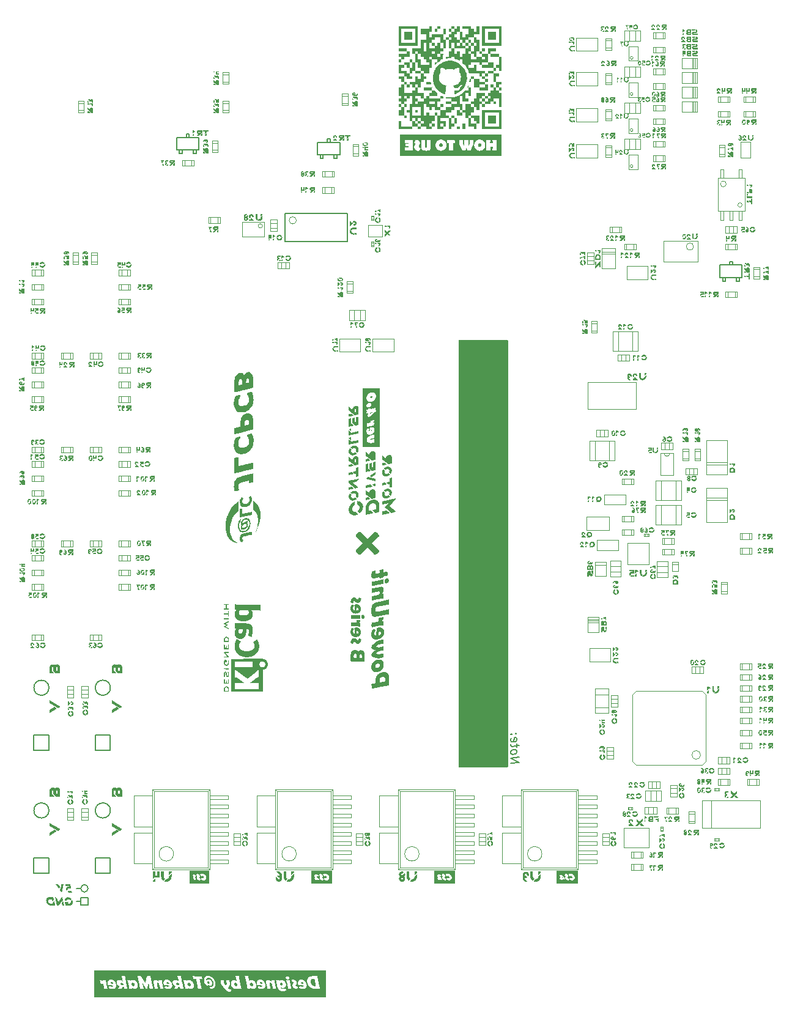
<source format=gbr>
%TF.GenerationSoftware,KiCad,Pcbnew,7.0.1*%
%TF.CreationDate,2023-04-09T21:26:54+09:00*%
%TF.ProjectId,(Eagle)PowerUnit-Bseries(ver2.0),28456167-6c65-4295-906f-776572556e69,rev?*%
%TF.SameCoordinates,Original*%
%TF.FileFunction,Legend,Bot*%
%TF.FilePolarity,Positive*%
%FSLAX46Y46*%
G04 Gerber Fmt 4.6, Leading zero omitted, Abs format (unit mm)*
G04 Created by KiCad (PCBNEW 7.0.1) date 2023-04-09 21:26:54*
%MOMM*%
%LPD*%
G01*
G04 APERTURE LIST*
%ADD10C,0.200000*%
%ADD11C,0.600000*%
%ADD12C,0.250000*%
%ADD13C,0.360000*%
%ADD14C,0.100000*%
%ADD15C,0.150000*%
%ADD16C,0.300000*%
%ADD17C,0.400000*%
%ADD18C,0.312500*%
%ADD19C,0.007360*%
%ADD20C,0.036800*%
%ADD21C,0.073600*%
%ADD22C,0.051520*%
%ADD23C,0.022080*%
%ADD24C,0.014720*%
%ADD25C,0.018694*%
%ADD26C,0.110400*%
%ADD27C,0.080000*%
%ADD28C,0.028042*%
%ADD29C,0.044160*%
%ADD30C,0.050000*%
%ADD31C,0.127000*%
G04 APERTURE END LIST*
D10*
X106959400Y-135534400D02*
X109042200Y-135534400D01*
X109042200Y-137617200D01*
X106959400Y-137617200D01*
X106959400Y-135534400D01*
X104952800Y-156740480D02*
X104353360Y-156740480D01*
X104952800Y-158038800D02*
X104952800Y-159038800D01*
X104952800Y-159070040D02*
X105952800Y-159070040D01*
X106959400Y-152527000D02*
X109042200Y-152527000D01*
X109042200Y-154635200D01*
X106959400Y-154635200D01*
X106959400Y-152527000D01*
X100533201Y-128955800D02*
G75*
G03*
X100533201Y-128955800I-1042329J0D01*
G01*
X98450400Y-152527000D02*
X100533200Y-152527000D01*
X100533200Y-154635200D01*
X98450400Y-154635200D01*
X98450400Y-152527000D01*
X105952800Y-156738320D02*
G75*
G03*
X105952800Y-156738320I-500000J0D01*
G01*
X100533201Y-145948400D02*
G75*
G03*
X100533201Y-145948400I-1042329J0D01*
G01*
X109042201Y-145948400D02*
G75*
G03*
X109042201Y-145948400I-1042329J0D01*
G01*
X105952800Y-158038800D02*
X104952800Y-158038800D01*
X109042201Y-128955800D02*
G75*
G03*
X109042201Y-128955800I-1042329J0D01*
G01*
X104926880Y-158538800D02*
X104327440Y-158538800D01*
X105952800Y-159070040D02*
X105952800Y-158038800D01*
X98450400Y-135534400D02*
X100533200Y-135534400D01*
X100533200Y-137642600D01*
X98450400Y-137642600D01*
X98450400Y-135534400D01*
D11*
G36*
X142994985Y-107905981D02*
G01*
X143010693Y-107976807D01*
X143049161Y-108035952D01*
X143077050Y-108064983D01*
X143984901Y-108940349D01*
X143082180Y-109807167D01*
X143038903Y-109860261D01*
X143008128Y-109923093D01*
X143000114Y-109974718D01*
X143013471Y-110045136D01*
X143047072Y-110115693D01*
X143092152Y-110182812D01*
X143141198Y-110243428D01*
X143187947Y-110294986D01*
X143213826Y-110321787D01*
X143265946Y-110372277D01*
X143327413Y-110425922D01*
X143384790Y-110469048D01*
X143448242Y-110506915D01*
X143514825Y-110531950D01*
X143557476Y-110537209D01*
X143625777Y-110521501D01*
X143685884Y-110483033D01*
X143716478Y-110455144D01*
X144629458Y-109542164D01*
X145533889Y-110451724D01*
X145587389Y-110495527D01*
X145652179Y-110523852D01*
X145692891Y-110528661D01*
X145764806Y-110515624D01*
X145836321Y-110482829D01*
X145904001Y-110438831D01*
X145964901Y-110390963D01*
X146016566Y-110345335D01*
X146043380Y-110320077D01*
X146094270Y-110268679D01*
X146148341Y-110207738D01*
X146191810Y-110150470D01*
X146229978Y-110086596D01*
X146255211Y-110018763D01*
X146260512Y-109974718D01*
X146245786Y-109906417D01*
X146209722Y-109846310D01*
X146183575Y-109815716D01*
X145268886Y-108940349D01*
X146173317Y-108073532D01*
X146217120Y-108020032D01*
X146245445Y-107955242D01*
X146250254Y-107914529D01*
X146237217Y-107840585D01*
X146204422Y-107768170D01*
X146160424Y-107700370D01*
X146112556Y-107639829D01*
X146066928Y-107588751D01*
X146041670Y-107562331D01*
X145990352Y-107512242D01*
X145929737Y-107459023D01*
X145873044Y-107416239D01*
X145810193Y-107378672D01*
X145744007Y-107353836D01*
X145701440Y-107348619D01*
X145630801Y-107363345D01*
X145569733Y-107399409D01*
X145539018Y-107425555D01*
X144629458Y-108338535D01*
X143721607Y-107434104D01*
X143665187Y-107385434D01*
X143603638Y-107355381D01*
X143557476Y-107348619D01*
X143487165Y-107361976D01*
X143416877Y-107395577D01*
X143350118Y-107440657D01*
X143289895Y-107489702D01*
X143238711Y-107536452D01*
X143212117Y-107562331D01*
X143161226Y-107614450D01*
X143107156Y-107675918D01*
X143063687Y-107733295D01*
X143025519Y-107796747D01*
X143000286Y-107863330D01*
X142994985Y-107905981D01*
G37*
D12*
G36*
X145865955Y-102998847D02*
G01*
X145869863Y-103001289D01*
X145893738Y-103013036D01*
X145916997Y-103025552D01*
X145939630Y-103038822D01*
X145961629Y-103052830D01*
X145982984Y-103067562D01*
X146003686Y-103083002D01*
X146023725Y-103099135D01*
X146043092Y-103115946D01*
X146061778Y-103133419D01*
X146079773Y-103151540D01*
X146097069Y-103170293D01*
X146113655Y-103189663D01*
X146129523Y-103209635D01*
X146144664Y-103230194D01*
X146159067Y-103251323D01*
X146172724Y-103273009D01*
X146185625Y-103295236D01*
X146197762Y-103317989D01*
X146209124Y-103341252D01*
X146219702Y-103365011D01*
X146229488Y-103389249D01*
X146238472Y-103413953D01*
X146246644Y-103439106D01*
X146253996Y-103464694D01*
X146260517Y-103490701D01*
X146266199Y-103517113D01*
X146271033Y-103543913D01*
X146275008Y-103571087D01*
X146278116Y-103598619D01*
X146280348Y-103626495D01*
X146281694Y-103654698D01*
X146282145Y-103683215D01*
X146282145Y-104619154D01*
X145736506Y-104732482D01*
X145258767Y-104365141D01*
X145801963Y-104251812D01*
X145801963Y-103782866D01*
X145801065Y-103754506D01*
X145798394Y-103726802D01*
X145793987Y-103699815D01*
X145787881Y-103673606D01*
X145780112Y-103648235D01*
X145770716Y-103623764D01*
X145759731Y-103600253D01*
X145747192Y-103577763D01*
X145733136Y-103556355D01*
X145717599Y-103536090D01*
X145700619Y-103517029D01*
X145682231Y-103499232D01*
X145662472Y-103482760D01*
X145641378Y-103467674D01*
X145618987Y-103454035D01*
X145595334Y-103441903D01*
X145594845Y-103441903D01*
X145593380Y-103440926D01*
X145570358Y-103431233D01*
X145546661Y-103423038D01*
X145522334Y-103416347D01*
X145497424Y-103411165D01*
X145471976Y-103407496D01*
X145446036Y-103405345D01*
X145419650Y-103404718D01*
X145392864Y-103405618D01*
X145365724Y-103408051D01*
X145338275Y-103412021D01*
X145319828Y-103415525D01*
X145292574Y-103421875D01*
X145265531Y-103429647D01*
X145238754Y-103438817D01*
X145212297Y-103449365D01*
X145186217Y-103461268D01*
X145160570Y-103474506D01*
X145135410Y-103489055D01*
X145110794Y-103504895D01*
X145094713Y-103516161D01*
X145078914Y-103527984D01*
X145063414Y-103540359D01*
X145048230Y-103553278D01*
X145044322Y-103556697D01*
X145022156Y-103577187D01*
X145001105Y-103598503D01*
X144981198Y-103620589D01*
X144962462Y-103643388D01*
X144944926Y-103666846D01*
X144928617Y-103690907D01*
X144913562Y-103715514D01*
X144899791Y-103740612D01*
X144887331Y-103766145D01*
X144876209Y-103792058D01*
X144866455Y-103818294D01*
X144858094Y-103844797D01*
X144851157Y-103871512D01*
X144845669Y-103898384D01*
X144841661Y-103925355D01*
X144839158Y-103952371D01*
X144837899Y-103972282D01*
X144837692Y-103983634D01*
X144837692Y-104452580D01*
X145041391Y-104410082D01*
X145519130Y-104777912D01*
X144358000Y-105019224D01*
X144358000Y-104083285D01*
X144358449Y-104054581D01*
X144359791Y-104025820D01*
X144362016Y-103997018D01*
X144365116Y-103968197D01*
X144369081Y-103939374D01*
X144373903Y-103910568D01*
X144379572Y-103881800D01*
X144386080Y-103853086D01*
X144393417Y-103824447D01*
X144401574Y-103795901D01*
X144410542Y-103767468D01*
X144420313Y-103739166D01*
X144430877Y-103711014D01*
X144442225Y-103683031D01*
X144454348Y-103655237D01*
X144467237Y-103627650D01*
X144480883Y-103600289D01*
X144495278Y-103573173D01*
X144510411Y-103546321D01*
X144526274Y-103519752D01*
X144542858Y-103493485D01*
X144560154Y-103467539D01*
X144578153Y-103441932D01*
X144596846Y-103416685D01*
X144616224Y-103391816D01*
X144636277Y-103367343D01*
X144656997Y-103343286D01*
X144678375Y-103319663D01*
X144700401Y-103296495D01*
X144723067Y-103273799D01*
X144746363Y-103251594D01*
X144770281Y-103229900D01*
X144777609Y-103222573D01*
X144792709Y-103209651D01*
X144807966Y-103196988D01*
X144823376Y-103184586D01*
X144838935Y-103172449D01*
X144854639Y-103160577D01*
X144870484Y-103148974D01*
X144886467Y-103137640D01*
X144902585Y-103126578D01*
X144935206Y-103105279D01*
X144968318Y-103085092D01*
X145001892Y-103066035D01*
X145035896Y-103048123D01*
X145070300Y-103031373D01*
X145105075Y-103015802D01*
X145140191Y-103001425D01*
X145175618Y-102988260D01*
X145211325Y-102976323D01*
X145247282Y-102965631D01*
X145283460Y-102956199D01*
X145319828Y-102948044D01*
X145356551Y-102941037D01*
X145393063Y-102935401D01*
X145429334Y-102931133D01*
X145465336Y-102928230D01*
X145501040Y-102926690D01*
X145536418Y-102926509D01*
X145571441Y-102927685D01*
X145606080Y-102930214D01*
X145640308Y-102934095D01*
X145674094Y-102939324D01*
X145707412Y-102945898D01*
X145740231Y-102953814D01*
X145772523Y-102963070D01*
X145804261Y-102973663D01*
X145835414Y-102985589D01*
X145865955Y-102998847D01*
G37*
G36*
X145065815Y-102820549D02*
G01*
X144358000Y-102967584D01*
X144358000Y-102638833D01*
X144729737Y-102561652D01*
X145065815Y-102820549D01*
G37*
G36*
X145411663Y-101486006D02*
G01*
X145431287Y-101487082D01*
X145456912Y-101490138D01*
X145481848Y-101495022D01*
X145506013Y-101501705D01*
X145529329Y-101510158D01*
X145551714Y-101520352D01*
X145573089Y-101532260D01*
X145593373Y-101545852D01*
X145598265Y-101549510D01*
X145613322Y-101562057D01*
X145631913Y-101580167D01*
X145648756Y-101599776D01*
X145663793Y-101620797D01*
X145676966Y-101643145D01*
X145685589Y-101660724D01*
X145693108Y-101678966D01*
X145699498Y-101697833D01*
X145704735Y-101717289D01*
X145706220Y-101723899D01*
X145710069Y-101744515D01*
X145712592Y-101765798D01*
X145713855Y-101787486D01*
X145714036Y-101799614D01*
X145714036Y-102685727D01*
X145219200Y-102788309D01*
X144883122Y-102529900D01*
X144884099Y-102529412D01*
X144565543Y-102283215D01*
X145203080Y-102283215D01*
X145363792Y-102406802D01*
X145363792Y-101832831D01*
X145345229Y-101830389D01*
X145332040Y-101830389D01*
X145325201Y-101831366D01*
X145318362Y-101832343D01*
X145299566Y-101837847D01*
X145281749Y-101845875D01*
X145270491Y-101852859D01*
X145256813Y-101862629D01*
X145252417Y-101866537D01*
X145247043Y-101871422D01*
X145246555Y-101871910D01*
X145243624Y-101874841D01*
X145243136Y-101875330D01*
X145242159Y-101876795D01*
X145236785Y-101882657D01*
X145224463Y-101899212D01*
X145214872Y-101917004D01*
X145209919Y-101929551D01*
X145205522Y-101946160D01*
X145203125Y-101966209D01*
X145203080Y-101969119D01*
X145203080Y-102283215D01*
X144565543Y-102283215D01*
X144365815Y-102128854D01*
X144358000Y-102122503D01*
X144358000Y-101613501D01*
X144867979Y-102015525D01*
X144867979Y-101997939D01*
X144867490Y-101993055D01*
X144867979Y-101992566D01*
X144868915Y-101972570D01*
X144870803Y-101952539D01*
X144873629Y-101932505D01*
X144877382Y-101912500D01*
X144882051Y-101892559D01*
X144887625Y-101872714D01*
X144894092Y-101852997D01*
X144901440Y-101833442D01*
X144909658Y-101814082D01*
X144918735Y-101794949D01*
X144928660Y-101776077D01*
X144939420Y-101757498D01*
X144951004Y-101739245D01*
X144963401Y-101721352D01*
X144976600Y-101703850D01*
X144990588Y-101686774D01*
X145005084Y-101670136D01*
X145020158Y-101654122D01*
X145035783Y-101638749D01*
X145051932Y-101624034D01*
X145068575Y-101609995D01*
X145085686Y-101596648D01*
X145103236Y-101584012D01*
X145121197Y-101572102D01*
X145139542Y-101560937D01*
X145158243Y-101550532D01*
X145177271Y-101540907D01*
X145196600Y-101532077D01*
X145216200Y-101524060D01*
X145236044Y-101516873D01*
X145256104Y-101510533D01*
X145276353Y-101505057D01*
X145296052Y-101499663D01*
X145315712Y-101494871D01*
X145318362Y-101494311D01*
X145339124Y-101490585D01*
X145359715Y-101487823D01*
X145380104Y-101486148D01*
X145400261Y-101485682D01*
X145411663Y-101486006D01*
G37*
G36*
X145714036Y-101022922D02*
G01*
X145546485Y-101057605D01*
X145210896Y-100798707D01*
X145714036Y-100694171D01*
X145714036Y-101022922D01*
G37*
G36*
X144358000Y-101304778D02*
G01*
X144358000Y-100976027D01*
X145057511Y-100830459D01*
X145393101Y-101089356D01*
X144358000Y-101304778D01*
G37*
G36*
X145750184Y-100036181D02*
G01*
X145750184Y-100399614D01*
X144358000Y-100042043D01*
X144735110Y-99788519D01*
X144746834Y-99780703D01*
X145402870Y-99946788D01*
X145750184Y-100036181D01*
G37*
G36*
X145750184Y-99469049D02*
G01*
X145279284Y-99786076D01*
X145266583Y-99795357D01*
X144873352Y-99695706D01*
X144947602Y-99645392D01*
X145750184Y-99105127D01*
X145750184Y-99469049D01*
G37*
G36*
X144693589Y-98686495D02*
G01*
X144788844Y-98666956D01*
X145124434Y-98925853D01*
X144358000Y-99085099D01*
X144358000Y-97978679D01*
X144693589Y-97907849D01*
X144693589Y-98686495D01*
G37*
G36*
X144866513Y-97872678D02*
G01*
X145202591Y-97802824D01*
X145202591Y-98373864D01*
X145378446Y-98508686D01*
X145378446Y-97766188D01*
X145714036Y-97696334D01*
X145714036Y-98803243D01*
X145276353Y-98894101D01*
X144866513Y-98579028D01*
X144866513Y-97872678D01*
G37*
G36*
X145065815Y-97527318D02*
G01*
X144358000Y-97674353D01*
X144358000Y-97345602D01*
X144729737Y-97268421D01*
X145065815Y-97527318D01*
G37*
G36*
X145411663Y-96192775D02*
G01*
X145431287Y-96193851D01*
X145456912Y-96196907D01*
X145481848Y-96201791D01*
X145506013Y-96208474D01*
X145529329Y-96216927D01*
X145551714Y-96227121D01*
X145573089Y-96239029D01*
X145593373Y-96252621D01*
X145598265Y-96256279D01*
X145613322Y-96268826D01*
X145631913Y-96286936D01*
X145648756Y-96306545D01*
X145663793Y-96327566D01*
X145676966Y-96349914D01*
X145685589Y-96367493D01*
X145693108Y-96385735D01*
X145699498Y-96404602D01*
X145704735Y-96424058D01*
X145706220Y-96430668D01*
X145710069Y-96451284D01*
X145712592Y-96472567D01*
X145713855Y-96494255D01*
X145714036Y-96506383D01*
X145714036Y-97392496D01*
X145219200Y-97495078D01*
X144883122Y-97236669D01*
X144884099Y-97236181D01*
X144565543Y-96989984D01*
X145203080Y-96989984D01*
X145363792Y-97113571D01*
X145363792Y-96539600D01*
X145345229Y-96537158D01*
X145332040Y-96537158D01*
X145325201Y-96538135D01*
X145318362Y-96539112D01*
X145299566Y-96544616D01*
X145281749Y-96552644D01*
X145270491Y-96559628D01*
X145256813Y-96569398D01*
X145252417Y-96573306D01*
X145247043Y-96578191D01*
X145246555Y-96578679D01*
X145243624Y-96581610D01*
X145243136Y-96582099D01*
X145242159Y-96583564D01*
X145236785Y-96589426D01*
X145224463Y-96605981D01*
X145214872Y-96623773D01*
X145209919Y-96636321D01*
X145205522Y-96652929D01*
X145203125Y-96672978D01*
X145203080Y-96675888D01*
X145203080Y-96989984D01*
X144565543Y-96989984D01*
X144365815Y-96835623D01*
X144358000Y-96829272D01*
X144358000Y-96320270D01*
X144867979Y-96722294D01*
X144867979Y-96704709D01*
X144867490Y-96699824D01*
X144867979Y-96699335D01*
X144868915Y-96679339D01*
X144870803Y-96659308D01*
X144873629Y-96639274D01*
X144877382Y-96619269D01*
X144882051Y-96599328D01*
X144887625Y-96579483D01*
X144894092Y-96559766D01*
X144901440Y-96540211D01*
X144909658Y-96520851D01*
X144918735Y-96501718D01*
X144928660Y-96482846D01*
X144939420Y-96464267D01*
X144951004Y-96446014D01*
X144963401Y-96428121D01*
X144976600Y-96410619D01*
X144990588Y-96393543D01*
X145005084Y-96376905D01*
X145020158Y-96360891D01*
X145035783Y-96345518D01*
X145051932Y-96330803D01*
X145068575Y-96316764D01*
X145085686Y-96303418D01*
X145103236Y-96290781D01*
X145121197Y-96278871D01*
X145139542Y-96267706D01*
X145158243Y-96257301D01*
X145177271Y-96247676D01*
X145196600Y-96238846D01*
X145216200Y-96230829D01*
X145236044Y-96223642D01*
X145256104Y-96217302D01*
X145276353Y-96211826D01*
X145296052Y-96206432D01*
X145315712Y-96201641D01*
X145318362Y-96201080D01*
X145339124Y-96197354D01*
X145359715Y-96194592D01*
X145380104Y-96192917D01*
X145400261Y-96192451D01*
X145411663Y-96192775D01*
G37*
D13*
G36*
X132696967Y-169820899D02*
G01*
X132718124Y-169823495D01*
X132738732Y-169827823D01*
X132758791Y-169833882D01*
X132778300Y-169841671D01*
X132797259Y-169851192D01*
X132815669Y-169862444D01*
X132833529Y-169875427D01*
X132850153Y-169889461D01*
X132865073Y-169904086D01*
X132878290Y-169919302D01*
X132889803Y-169935108D01*
X132899612Y-169951505D01*
X132907718Y-169968493D01*
X132914120Y-169986072D01*
X132918819Y-170004241D01*
X132921670Y-170022493D01*
X132922528Y-170040099D01*
X132920800Y-170061198D01*
X132915959Y-170081289D01*
X132908006Y-170100371D01*
X132896940Y-170118444D01*
X132885846Y-170132175D01*
X132873069Y-170144746D01*
X132859138Y-170155641D01*
X132844053Y-170164860D01*
X132827814Y-170172402D01*
X132810421Y-170178269D01*
X132791874Y-170182459D01*
X132772172Y-170184973D01*
X132751317Y-170185811D01*
X132729514Y-170184959D01*
X132708288Y-170182404D01*
X132687638Y-170178145D01*
X132667566Y-170172182D01*
X132648071Y-170164516D01*
X132629153Y-170155146D01*
X132610812Y-170144073D01*
X132593048Y-170131296D01*
X132576321Y-170117262D01*
X132561311Y-170102637D01*
X132548019Y-170087422D01*
X132536444Y-170071615D01*
X132526587Y-170055218D01*
X132518447Y-170038230D01*
X132512024Y-170020652D01*
X132507318Y-170002482D01*
X132504454Y-169984327D01*
X132503636Y-169962502D01*
X132505888Y-169941642D01*
X132511209Y-169921749D01*
X132519601Y-169902822D01*
X132531062Y-169884861D01*
X132539412Y-169874548D01*
X132551921Y-169861771D01*
X132565708Y-169850698D01*
X132580772Y-169841328D01*
X132597114Y-169833662D01*
X132614734Y-169827699D01*
X132633632Y-169823440D01*
X132653807Y-169820885D01*
X132675260Y-169820033D01*
X132696967Y-169820899D01*
G37*
G36*
X135593509Y-169680544D02*
G01*
X135612008Y-169684130D01*
X135630164Y-169690106D01*
X135647976Y-169698473D01*
X135665445Y-169709231D01*
X135682570Y-169722379D01*
X135699352Y-169737917D01*
X135711713Y-169751140D01*
X135715790Y-169755846D01*
X135730319Y-169773919D01*
X135743570Y-169792748D01*
X135755543Y-169812332D01*
X135766239Y-169832673D01*
X135775656Y-169853768D01*
X135783797Y-169875620D01*
X135789063Y-169892504D01*
X135793611Y-169909813D01*
X135796244Y-169921589D01*
X135797604Y-169940503D01*
X135789031Y-169956093D01*
X135770745Y-169960717D01*
X135752959Y-169960222D01*
X135733233Y-169958739D01*
X135711568Y-169956266D01*
X135687962Y-169952803D01*
X135662418Y-169948352D01*
X135644310Y-169944835D01*
X135625340Y-169940878D01*
X135605509Y-169936482D01*
X135584815Y-169931646D01*
X135563259Y-169926370D01*
X135540841Y-169920655D01*
X135517561Y-169914500D01*
X135493418Y-169907905D01*
X135481024Y-169904443D01*
X135462752Y-169900651D01*
X135445433Y-169893822D01*
X135436621Y-169883341D01*
X135433337Y-169863420D01*
X135431840Y-169844103D01*
X135432128Y-169825391D01*
X135434203Y-169807284D01*
X135438063Y-169789780D01*
X135443710Y-169772882D01*
X135451142Y-169756588D01*
X135460361Y-169740898D01*
X135470995Y-169726473D01*
X135485755Y-169711146D01*
X135502147Y-169698824D01*
X135520171Y-169689507D01*
X135539825Y-169683196D01*
X135561112Y-169679890D01*
X135574667Y-169679349D01*
X135593509Y-169680544D01*
G37*
G36*
X129874709Y-169680544D02*
G01*
X129893209Y-169684130D01*
X129911364Y-169690106D01*
X129929176Y-169698473D01*
X129946645Y-169709231D01*
X129963770Y-169722379D01*
X129980552Y-169737917D01*
X129992913Y-169751140D01*
X129996990Y-169755846D01*
X130011519Y-169773919D01*
X130024770Y-169792748D01*
X130036743Y-169812332D01*
X130047439Y-169832673D01*
X130056857Y-169853768D01*
X130064997Y-169875620D01*
X130070263Y-169892504D01*
X130074811Y-169909813D01*
X130077444Y-169921589D01*
X130078804Y-169940503D01*
X130070231Y-169956093D01*
X130051945Y-169960717D01*
X130034159Y-169960222D01*
X130014433Y-169958739D01*
X129992768Y-169956266D01*
X129969163Y-169952803D01*
X129943618Y-169948352D01*
X129925510Y-169944835D01*
X129906541Y-169940878D01*
X129886709Y-169936482D01*
X129866015Y-169931646D01*
X129844459Y-169926370D01*
X129822041Y-169920655D01*
X129798761Y-169914500D01*
X129774619Y-169907905D01*
X129762224Y-169904443D01*
X129743952Y-169900651D01*
X129726634Y-169893822D01*
X129717821Y-169883341D01*
X129714537Y-169863420D01*
X129713040Y-169844103D01*
X129713328Y-169825391D01*
X129715403Y-169807284D01*
X129719263Y-169789780D01*
X129724910Y-169772882D01*
X129732343Y-169756588D01*
X129741561Y-169740898D01*
X129752195Y-169726473D01*
X129766955Y-169711146D01*
X129783347Y-169698824D01*
X129801371Y-169689507D01*
X129821026Y-169683196D01*
X129842312Y-169679890D01*
X129855867Y-169679349D01*
X129874709Y-169680544D01*
G37*
G36*
X128546482Y-169820624D02*
G01*
X128564345Y-169822398D01*
X128581753Y-169825354D01*
X128604253Y-169831134D01*
X128625943Y-169839017D01*
X128646822Y-169849001D01*
X128666891Y-169861088D01*
X128681411Y-169871532D01*
X128695474Y-169883159D01*
X128700061Y-169887297D01*
X128713195Y-169900063D01*
X128725393Y-169913300D01*
X128736657Y-169927008D01*
X128750220Y-169946019D01*
X128762121Y-169965868D01*
X128772360Y-169986555D01*
X128780937Y-170008080D01*
X128787851Y-170030443D01*
X128791945Y-170047765D01*
X128795655Y-170070187D01*
X128797331Y-170091729D01*
X128796973Y-170112392D01*
X128794583Y-170132175D01*
X128790159Y-170151080D01*
X128783702Y-170169105D01*
X128775211Y-170186251D01*
X128764688Y-170202517D01*
X128752357Y-170218385D01*
X128738447Y-170232138D01*
X128722956Y-170243774D01*
X128705886Y-170253295D01*
X128687236Y-170260701D01*
X128667006Y-170265990D01*
X128645196Y-170269164D01*
X128621806Y-170270221D01*
X128603821Y-170269626D01*
X128586138Y-170267841D01*
X128568757Y-170264866D01*
X128546050Y-170259048D01*
X128529372Y-170253295D01*
X128512995Y-170246353D01*
X128496919Y-170238221D01*
X128481145Y-170228898D01*
X128465672Y-170218385D01*
X128450501Y-170206683D01*
X128445511Y-170202517D01*
X128431124Y-170189614D01*
X128417804Y-170176294D01*
X128405550Y-170162556D01*
X128394362Y-170148401D01*
X128384241Y-170133828D01*
X128372405Y-170113749D01*
X128362465Y-170092928D01*
X128354421Y-170071365D01*
X128348273Y-170049061D01*
X128347032Y-170043369D01*
X128343522Y-170021407D01*
X128342224Y-170000147D01*
X128343137Y-169979587D01*
X128346263Y-169959728D01*
X128351600Y-169940569D01*
X128359150Y-169922111D01*
X128368911Y-169904354D01*
X128380884Y-169887297D01*
X128394630Y-169871532D01*
X128409708Y-169857869D01*
X128426119Y-169846308D01*
X128443862Y-169836849D01*
X128462939Y-169829492D01*
X128483347Y-169824237D01*
X128505089Y-169821084D01*
X128528163Y-169820033D01*
X128546482Y-169820624D01*
G37*
G36*
X126379095Y-169820605D02*
G01*
X126397360Y-169822320D01*
X126415107Y-169825180D01*
X126432337Y-169829183D01*
X126454504Y-169836300D01*
X126475751Y-169845450D01*
X126496078Y-169856633D01*
X126515483Y-169869849D01*
X126529434Y-169881096D01*
X126533969Y-169885099D01*
X126547032Y-169897491D01*
X126559183Y-169910432D01*
X126573965Y-169928539D01*
X126587127Y-169947622D01*
X126598668Y-169967681D01*
X126608587Y-169988715D01*
X126614962Y-170005130D01*
X126620426Y-170022094D01*
X126624978Y-170039607D01*
X126626293Y-170045567D01*
X126629599Y-170063860D01*
X126631769Y-170081481D01*
X126632896Y-170103930D01*
X126632003Y-170125184D01*
X126629090Y-170145243D01*
X126624158Y-170164106D01*
X126617206Y-170181774D01*
X126608235Y-170198246D01*
X126602992Y-170206034D01*
X126590235Y-170221078D01*
X126575707Y-170234116D01*
X126559406Y-170245148D01*
X126541333Y-170254175D01*
X126521487Y-170261195D01*
X126499869Y-170266210D01*
X126476479Y-170269218D01*
X126457774Y-170270159D01*
X126451317Y-170270221D01*
X126432358Y-170269638D01*
X126413893Y-170267888D01*
X126395923Y-170264970D01*
X126378447Y-170260886D01*
X126361466Y-170255635D01*
X126344980Y-170249217D01*
X126328988Y-170241632D01*
X126313491Y-170232880D01*
X126298488Y-170222961D01*
X126283980Y-170211875D01*
X126274583Y-170203836D01*
X126257884Y-170187673D01*
X126242737Y-170170396D01*
X126229142Y-170152007D01*
X126217100Y-170132505D01*
X126206611Y-170111890D01*
X126197674Y-170090163D01*
X126191990Y-170073136D01*
X126187179Y-170055484D01*
X126184457Y-170043369D01*
X126180576Y-170020411D01*
X126178824Y-169998361D01*
X126179202Y-169977217D01*
X126181710Y-169956980D01*
X126186346Y-169937650D01*
X126193113Y-169919226D01*
X126202008Y-169901709D01*
X126213034Y-169885099D01*
X126225818Y-169869849D01*
X126240209Y-169856633D01*
X126256207Y-169845450D01*
X126273814Y-169836300D01*
X126293027Y-169829183D01*
X126313848Y-169824100D01*
X126336276Y-169821050D01*
X126354152Y-169820097D01*
X126360312Y-169820033D01*
X126379095Y-169820605D01*
G37*
G36*
X122582558Y-169595736D02*
G01*
X122600068Y-169598126D01*
X122621164Y-169603355D01*
X122641379Y-169611075D01*
X122660714Y-169621284D01*
X122675548Y-169631245D01*
X122689819Y-169642799D01*
X122693299Y-169645937D01*
X122706440Y-169659133D01*
X122718386Y-169673222D01*
X122729136Y-169688204D01*
X122738691Y-169704079D01*
X122747051Y-169720847D01*
X122754216Y-169738508D01*
X122760186Y-169757062D01*
X122764960Y-169776509D01*
X122768175Y-169795049D01*
X122770125Y-169812861D01*
X122770787Y-169834103D01*
X122769473Y-169854206D01*
X122766184Y-169873172D01*
X122760921Y-169891000D01*
X122755288Y-169904443D01*
X122745507Y-169920655D01*
X122733752Y-169934119D01*
X122717039Y-169946648D01*
X122700939Y-169954067D01*
X122682864Y-169958739D01*
X122662815Y-169960662D01*
X122658568Y-169960717D01*
X122637966Y-169959920D01*
X122617929Y-169957530D01*
X122598454Y-169953545D01*
X122579543Y-169947967D01*
X122561195Y-169940796D01*
X122543410Y-169932031D01*
X122526189Y-169921672D01*
X122509531Y-169909719D01*
X122493793Y-169896399D01*
X122479553Y-169881939D01*
X122466810Y-169866339D01*
X122455565Y-169849599D01*
X122445818Y-169831718D01*
X122437567Y-169812697D01*
X122430815Y-169792535D01*
X122425560Y-169771233D01*
X122422269Y-169751532D01*
X122420751Y-169732875D01*
X122421005Y-169715262D01*
X122423815Y-169694714D01*
X122429395Y-169675798D01*
X122437743Y-169658513D01*
X122448861Y-169642859D01*
X122462232Y-169629054D01*
X122477343Y-169617589D01*
X122494192Y-169608463D01*
X122512780Y-169601678D01*
X122533107Y-169597232D01*
X122550620Y-169595360D01*
X122564485Y-169594939D01*
X122582558Y-169595736D01*
G37*
G36*
X119909913Y-169820589D02*
G01*
X119928742Y-169822259D01*
X119947100Y-169825041D01*
X119964986Y-169828936D01*
X119982401Y-169833943D01*
X119999345Y-169840064D01*
X120015817Y-169847297D01*
X120031818Y-169855644D01*
X120047348Y-169865103D01*
X120062406Y-169875675D01*
X120072182Y-169883341D01*
X120086188Y-169895441D01*
X120099189Y-169908168D01*
X120111186Y-169921521D01*
X120122177Y-169935500D01*
X120132164Y-169950104D01*
X120141147Y-169965335D01*
X120149125Y-169981191D01*
X120156098Y-169997674D01*
X120162067Y-170014782D01*
X120167031Y-170032517D01*
X120169782Y-170044688D01*
X120173471Y-170067466D01*
X120174865Y-170089421D01*
X120173965Y-170110551D01*
X120170771Y-170130856D01*
X120165282Y-170150338D01*
X120157499Y-170168995D01*
X120147422Y-170186828D01*
X120135050Y-170203836D01*
X120120865Y-170219395D01*
X120105347Y-170232880D01*
X120088497Y-170244290D01*
X120070314Y-170253625D01*
X120050798Y-170260886D01*
X120029950Y-170266072D01*
X120007769Y-170269184D01*
X119984255Y-170270221D01*
X119965257Y-170269665D01*
X119946676Y-170267996D01*
X119928513Y-170265214D01*
X119910767Y-170261319D01*
X119893438Y-170256311D01*
X119876527Y-170250190D01*
X119860033Y-170242957D01*
X119843956Y-170234611D01*
X119828296Y-170225152D01*
X119813054Y-170214580D01*
X119803124Y-170206914D01*
X119788879Y-170194656D01*
X119775654Y-170181787D01*
X119763449Y-170168308D01*
X119752264Y-170154219D01*
X119742099Y-170139519D01*
X119732954Y-170124209D01*
X119724830Y-170108288D01*
X119717725Y-170091756D01*
X119711640Y-170074614D01*
X119706576Y-170056862D01*
X119703766Y-170044688D01*
X119700608Y-170026689D01*
X119698369Y-170003629D01*
X119698383Y-169981640D01*
X119700649Y-169960723D01*
X119705169Y-169940877D01*
X119711943Y-169922104D01*
X119720969Y-169904401D01*
X119732248Y-169887771D01*
X119735420Y-169883780D01*
X119749097Y-169868840D01*
X119764409Y-169855891D01*
X119781356Y-169844934D01*
X119799937Y-169835970D01*
X119820153Y-169828997D01*
X119842005Y-169824017D01*
X119859466Y-169821589D01*
X119877847Y-169820282D01*
X119890612Y-169820033D01*
X119909913Y-169820589D01*
G37*
G36*
X116973998Y-169680544D02*
G01*
X116992497Y-169684130D01*
X117010652Y-169690106D01*
X117028465Y-169698473D01*
X117045933Y-169709231D01*
X117063059Y-169722379D01*
X117079840Y-169737917D01*
X117092201Y-169751140D01*
X117096279Y-169755846D01*
X117110807Y-169773919D01*
X117124058Y-169792748D01*
X117136031Y-169812332D01*
X117146727Y-169832673D01*
X117156145Y-169853768D01*
X117164285Y-169875620D01*
X117169552Y-169892504D01*
X117174100Y-169909813D01*
X117176732Y-169921589D01*
X117178092Y-169940503D01*
X117169519Y-169956093D01*
X117151233Y-169960717D01*
X117133447Y-169960222D01*
X117113722Y-169958739D01*
X117092056Y-169956266D01*
X117068451Y-169952803D01*
X117042906Y-169948352D01*
X117024799Y-169944835D01*
X117005829Y-169940878D01*
X116985997Y-169936482D01*
X116965303Y-169931646D01*
X116943747Y-169926370D01*
X116921329Y-169920655D01*
X116898049Y-169914500D01*
X116873907Y-169907905D01*
X116861512Y-169904443D01*
X116843240Y-169900651D01*
X116825922Y-169893822D01*
X116817109Y-169883341D01*
X116813826Y-169863420D01*
X116812328Y-169844103D01*
X116812617Y-169825391D01*
X116814691Y-169807284D01*
X116818552Y-169789780D01*
X116824198Y-169772882D01*
X116831631Y-169756588D01*
X116840849Y-169740898D01*
X116851483Y-169726473D01*
X116866244Y-169711146D01*
X116882636Y-169698824D01*
X116900659Y-169689507D01*
X116920314Y-169683196D01*
X116941600Y-169679890D01*
X116955155Y-169679349D01*
X116973998Y-169680544D01*
G37*
G36*
X112161748Y-169820589D02*
G01*
X112180577Y-169822259D01*
X112198935Y-169825041D01*
X112216822Y-169828936D01*
X112234237Y-169833943D01*
X112251180Y-169840064D01*
X112267653Y-169847297D01*
X112283653Y-169855644D01*
X112299183Y-169865103D01*
X112314241Y-169875675D01*
X112324018Y-169883341D01*
X112338023Y-169895441D01*
X112351024Y-169908168D01*
X112363021Y-169921521D01*
X112374013Y-169935500D01*
X112384000Y-169950104D01*
X112392982Y-169965335D01*
X112400960Y-169981191D01*
X112407933Y-169997674D01*
X112413902Y-170014782D01*
X112418866Y-170032517D01*
X112421617Y-170044688D01*
X112425306Y-170067466D01*
X112426700Y-170089421D01*
X112425801Y-170110551D01*
X112422606Y-170130856D01*
X112417118Y-170150338D01*
X112409335Y-170168995D01*
X112399257Y-170186828D01*
X112386886Y-170203836D01*
X112372701Y-170219395D01*
X112357183Y-170232880D01*
X112340332Y-170244290D01*
X112322149Y-170253625D01*
X112302633Y-170260886D01*
X112281785Y-170266072D01*
X112259604Y-170269184D01*
X112236090Y-170270221D01*
X112217092Y-170269665D01*
X112198512Y-170267996D01*
X112180348Y-170265214D01*
X112162602Y-170261319D01*
X112145273Y-170256311D01*
X112128362Y-170250190D01*
X112111868Y-170242957D01*
X112095791Y-170234611D01*
X112080132Y-170225152D01*
X112064889Y-170214580D01*
X112054960Y-170206914D01*
X112040714Y-170194656D01*
X112027489Y-170181787D01*
X112015284Y-170168308D01*
X112004099Y-170154219D01*
X111993934Y-170139519D01*
X111984790Y-170124209D01*
X111976665Y-170108288D01*
X111969560Y-170091756D01*
X111963476Y-170074614D01*
X111958411Y-170056862D01*
X111955602Y-170044688D01*
X111952444Y-170026689D01*
X111950204Y-170003629D01*
X111950218Y-169981640D01*
X111952485Y-169960723D01*
X111957005Y-169940877D01*
X111963778Y-169922104D01*
X111972804Y-169904401D01*
X111984084Y-169887771D01*
X111987256Y-169883780D01*
X112000932Y-169868840D01*
X112016244Y-169855891D01*
X112033191Y-169844934D01*
X112051772Y-169835970D01*
X112071989Y-169828997D01*
X112093840Y-169824017D01*
X112111302Y-169821589D01*
X112129683Y-169820282D01*
X112142448Y-169820033D01*
X112161748Y-169820589D01*
G37*
G36*
X109225833Y-169680544D02*
G01*
X109244332Y-169684130D01*
X109262488Y-169690106D01*
X109280300Y-169698473D01*
X109297769Y-169709231D01*
X109314894Y-169722379D01*
X109331676Y-169737917D01*
X109344037Y-169751140D01*
X109348114Y-169755846D01*
X109362643Y-169773919D01*
X109375894Y-169792748D01*
X109387867Y-169812332D01*
X109398562Y-169832673D01*
X109407980Y-169853768D01*
X109416120Y-169875620D01*
X109421387Y-169892504D01*
X109425935Y-169909813D01*
X109428568Y-169921589D01*
X109429928Y-169940503D01*
X109421355Y-169956093D01*
X109403069Y-169960717D01*
X109385283Y-169960222D01*
X109365557Y-169958739D01*
X109343891Y-169956266D01*
X109320286Y-169952803D01*
X109294741Y-169948352D01*
X109276634Y-169944835D01*
X109257664Y-169940878D01*
X109237832Y-169936482D01*
X109217139Y-169931646D01*
X109195583Y-169926370D01*
X109173165Y-169920655D01*
X109149884Y-169914500D01*
X109125742Y-169907905D01*
X109113348Y-169904443D01*
X109095075Y-169900651D01*
X109077757Y-169893822D01*
X109068944Y-169883341D01*
X109065661Y-169863420D01*
X109064163Y-169844103D01*
X109064452Y-169825391D01*
X109066526Y-169807284D01*
X109070387Y-169789780D01*
X109076034Y-169772882D01*
X109083466Y-169756588D01*
X109092685Y-169740898D01*
X109103318Y-169726473D01*
X109118079Y-169711146D01*
X109134471Y-169698824D01*
X109152494Y-169689507D01*
X109172149Y-169683196D01*
X109193436Y-169679890D01*
X109206990Y-169679349D01*
X109225833Y-169680544D01*
G37*
G36*
X137134640Y-169257504D02*
G01*
X137155835Y-169258122D01*
X137175664Y-169259152D01*
X137194125Y-169260595D01*
X137219254Y-169263531D01*
X137241307Y-169267395D01*
X137260284Y-169272187D01*
X137280803Y-169280018D01*
X137295854Y-169289497D01*
X137306978Y-169303665D01*
X137309035Y-169310054D01*
X137313280Y-169330154D01*
X137318103Y-169352644D01*
X137322098Y-169371080D01*
X137326418Y-169390861D01*
X137331062Y-169411987D01*
X137336032Y-169434457D01*
X137341325Y-169458273D01*
X137346943Y-169483432D01*
X137350869Y-169500953D01*
X137354939Y-169519070D01*
X137359154Y-169537786D01*
X137363313Y-169556501D01*
X137367328Y-169574619D01*
X137371199Y-169592140D01*
X137376735Y-169617299D01*
X137381946Y-169641114D01*
X137386833Y-169663585D01*
X137391395Y-169684711D01*
X137395632Y-169704492D01*
X137399545Y-169722928D01*
X137404258Y-169745418D01*
X137408393Y-169765518D01*
X137412549Y-169785370D01*
X137417103Y-169807558D01*
X137420781Y-169825732D01*
X137424682Y-169845219D01*
X137428807Y-169866021D01*
X137433157Y-169888136D01*
X137437731Y-169911564D01*
X137442528Y-169936307D01*
X137447550Y-169962363D01*
X137451023Y-169980464D01*
X137452796Y-169989733D01*
X137456319Y-170008129D01*
X137459741Y-170025948D01*
X137464689Y-170051595D01*
X137469412Y-170075943D01*
X137473911Y-170098993D01*
X137478185Y-170120745D01*
X137482236Y-170141198D01*
X137486063Y-170160353D01*
X137489665Y-170178210D01*
X137494120Y-170200000D01*
X137497200Y-170214827D01*
X137494284Y-170233653D01*
X137480850Y-170246365D01*
X137462900Y-170254588D01*
X137445237Y-170259619D01*
X137423972Y-170263676D01*
X137399106Y-170266759D01*
X137380528Y-170268274D01*
X137360349Y-170269356D01*
X137338570Y-170270005D01*
X137315190Y-170270221D01*
X137289262Y-170269644D01*
X137263794Y-170267913D01*
X137238786Y-170265028D01*
X137214238Y-170260989D01*
X137190151Y-170255796D01*
X137166524Y-170249449D01*
X137143357Y-170241947D01*
X137120651Y-170233292D01*
X137098404Y-170223482D01*
X137076618Y-170212519D01*
X137055292Y-170200402D01*
X137034427Y-170187130D01*
X137014021Y-170172704D01*
X136994076Y-170157125D01*
X136974591Y-170140391D01*
X136955567Y-170122503D01*
X136938186Y-170104681D01*
X136921543Y-170086165D01*
X136905639Y-170066955D01*
X136890473Y-170047051D01*
X136876046Y-170026453D01*
X136862357Y-170005161D01*
X136849406Y-169983176D01*
X136837195Y-169960497D01*
X136825721Y-169937124D01*
X136814986Y-169913057D01*
X136804989Y-169888297D01*
X136795731Y-169862843D01*
X136787212Y-169836695D01*
X136779430Y-169809853D01*
X136772388Y-169782317D01*
X136766083Y-169754087D01*
X136760966Y-169727304D01*
X136756933Y-169701139D01*
X136753986Y-169675592D01*
X136752125Y-169650663D01*
X136751349Y-169626352D01*
X136751658Y-169602660D01*
X136753052Y-169579586D01*
X136755532Y-169557130D01*
X136759097Y-169535292D01*
X136763748Y-169514073D01*
X136769484Y-169493472D01*
X136776305Y-169473489D01*
X136784211Y-169454124D01*
X136793203Y-169435378D01*
X136803281Y-169417250D01*
X136814443Y-169399740D01*
X136826631Y-169382491D01*
X136839674Y-169366355D01*
X136853573Y-169351332D01*
X136868326Y-169337421D01*
X136883935Y-169324624D01*
X136900399Y-169312939D01*
X136917719Y-169302367D01*
X136935893Y-169292908D01*
X136954923Y-169284562D01*
X136974808Y-169277328D01*
X136995548Y-169271208D01*
X137017144Y-169266200D01*
X137039594Y-169262305D01*
X137062900Y-169259523D01*
X137087061Y-169257854D01*
X137112078Y-169257297D01*
X137134640Y-169257504D01*
G37*
G36*
X118323629Y-169820871D02*
G01*
X118343062Y-169823385D01*
X118363141Y-169827576D01*
X118383866Y-169833442D01*
X118405236Y-169840984D01*
X118421688Y-169847741D01*
X118438503Y-169855441D01*
X118455681Y-169864083D01*
X118473222Y-169873669D01*
X118491495Y-169884478D01*
X118508230Y-169895472D01*
X118523427Y-169906652D01*
X118537086Y-169918017D01*
X118552906Y-169933459D01*
X118565992Y-169949231D01*
X118576344Y-169965333D01*
X118583963Y-169981765D01*
X118588847Y-169998526D01*
X118592177Y-170016063D01*
X118595440Y-170037331D01*
X118597357Y-170056180D01*
X118597859Y-170076341D01*
X118595685Y-170095548D01*
X118588074Y-170112694D01*
X118585330Y-170115469D01*
X118566906Y-170122270D01*
X118545968Y-170125567D01*
X118528163Y-170127216D01*
X118507280Y-170128425D01*
X118489599Y-170129043D01*
X118470186Y-170129414D01*
X118449042Y-170129538D01*
X118419147Y-170128880D01*
X118390900Y-170126907D01*
X118364302Y-170123618D01*
X118339353Y-170119014D01*
X118316052Y-170113094D01*
X118294400Y-170105859D01*
X118274396Y-170097308D01*
X118256041Y-170087442D01*
X118239335Y-170076261D01*
X118224278Y-170063764D01*
X118210869Y-170049951D01*
X118199108Y-170034823D01*
X118188997Y-170018380D01*
X118180534Y-170000621D01*
X118173719Y-169981546D01*
X118168554Y-169961157D01*
X118164746Y-169935936D01*
X118164370Y-169913197D01*
X118167425Y-169892938D01*
X118173912Y-169875159D01*
X118183829Y-169859862D01*
X118197178Y-169847045D01*
X118213958Y-169836709D01*
X118234169Y-169828853D01*
X118257812Y-169823478D01*
X118275480Y-169821273D01*
X118294673Y-169820171D01*
X118304841Y-169820033D01*
X118323629Y-169820871D01*
G37*
G36*
X110575464Y-169820871D02*
G01*
X110594897Y-169823385D01*
X110614976Y-169827576D01*
X110635701Y-169833442D01*
X110657072Y-169840984D01*
X110673523Y-169847741D01*
X110690338Y-169855441D01*
X110707516Y-169864083D01*
X110725057Y-169873669D01*
X110743330Y-169884478D01*
X110760065Y-169895472D01*
X110775262Y-169906652D01*
X110788922Y-169918017D01*
X110804742Y-169933459D01*
X110817828Y-169949231D01*
X110828180Y-169965333D01*
X110835798Y-169981765D01*
X110840682Y-169998526D01*
X110844013Y-170016063D01*
X110847276Y-170037331D01*
X110849192Y-170056180D01*
X110849695Y-170076341D01*
X110847520Y-170095548D01*
X110839909Y-170112694D01*
X110837165Y-170115469D01*
X110818741Y-170122270D01*
X110797804Y-170125567D01*
X110779998Y-170127216D01*
X110759116Y-170128425D01*
X110741434Y-170129043D01*
X110722021Y-170129414D01*
X110700877Y-170129538D01*
X110670982Y-170128880D01*
X110642735Y-170126907D01*
X110616137Y-170123618D01*
X110591188Y-170119014D01*
X110567887Y-170113094D01*
X110546235Y-170105859D01*
X110526232Y-170097308D01*
X110507877Y-170087442D01*
X110491170Y-170076261D01*
X110476113Y-170063764D01*
X110462704Y-170049951D01*
X110450944Y-170034823D01*
X110440832Y-170018380D01*
X110432369Y-170000621D01*
X110425555Y-169981546D01*
X110420389Y-169961157D01*
X110416582Y-169935936D01*
X110416205Y-169913197D01*
X110419261Y-169892938D01*
X110425747Y-169875159D01*
X110435665Y-169859862D01*
X110449013Y-169847045D01*
X110465793Y-169836709D01*
X110486005Y-169828853D01*
X110509647Y-169823478D01*
X110527315Y-169821273D01*
X110546508Y-169820171D01*
X110556676Y-169820033D01*
X110575464Y-169820871D01*
G37*
G36*
X138851418Y-171827057D02*
G01*
X106796724Y-171827057D01*
X106796724Y-169480916D01*
X107593867Y-169480916D01*
X107594401Y-169484590D01*
X107598323Y-169502198D01*
X107602723Y-169519602D01*
X107608081Y-169539138D01*
X107613278Y-169557048D01*
X107619141Y-169576438D01*
X107622978Y-169588784D01*
X107628357Y-169606184D01*
X107634442Y-169626176D01*
X107639820Y-169644214D01*
X107645338Y-169663282D01*
X107650486Y-169681972D01*
X107653313Y-169692978D01*
X107657297Y-169712762D01*
X107661189Y-169732597D01*
X107664826Y-169751474D01*
X107668742Y-169772082D01*
X107672217Y-169790577D01*
X107675384Y-169808472D01*
X107678975Y-169828618D01*
X107682159Y-169846296D01*
X107685441Y-169864251D01*
X107688903Y-169882661D01*
X107690242Y-169889496D01*
X107696665Y-169908682D01*
X107707084Y-169923155D01*
X107723887Y-169933926D01*
X107742871Y-169938302D01*
X107752231Y-169938735D01*
X107770640Y-169938371D01*
X107789257Y-169937533D01*
X107808491Y-169936379D01*
X107819056Y-169935658D01*
X107837067Y-169934458D01*
X107855126Y-169933449D01*
X107873914Y-169932727D01*
X107884562Y-169932580D01*
X107902776Y-169932854D01*
X107925510Y-169934074D01*
X107946471Y-169936269D01*
X107965661Y-169939439D01*
X107983078Y-169943584D01*
X108002357Y-169950138D01*
X108018867Y-169958216D01*
X108027444Y-169963794D01*
X108042766Y-169977576D01*
X108054259Y-169992485D01*
X108064593Y-170010506D01*
X108072026Y-170027164D01*
X108078717Y-170045814D01*
X108084666Y-170066456D01*
X108089872Y-170089091D01*
X108093522Y-170106464D01*
X108097600Y-170126434D01*
X108101173Y-170144281D01*
X108105019Y-170163790D01*
X108109141Y-170184961D01*
X108113537Y-170207795D01*
X108117015Y-170226011D01*
X108120647Y-170245162D01*
X108124279Y-170264235D01*
X108127757Y-170282380D01*
X108132153Y-170305131D01*
X108136275Y-170326234D01*
X108140122Y-170345688D01*
X108143694Y-170363493D01*
X108147772Y-170383431D01*
X108151422Y-170400794D01*
X108155076Y-170420275D01*
X108157997Y-170437663D01*
X108161073Y-170457431D01*
X108163754Y-170475723D01*
X108166543Y-170495668D01*
X108167688Y-170504108D01*
X108170520Y-170524682D01*
X108173244Y-170543538D01*
X108176371Y-170563899D01*
X108179344Y-170581787D01*
X108182617Y-170599530D01*
X108183955Y-170606104D01*
X108192040Y-170622841D01*
X108206603Y-170633008D01*
X108225583Y-170638047D01*
X108230556Y-170638637D01*
X108250574Y-170640031D01*
X108268706Y-170640975D01*
X108288719Y-170641768D01*
X108310615Y-170642411D01*
X108328273Y-170642793D01*
X108346989Y-170643091D01*
X108366763Y-170643303D01*
X108387597Y-170643431D01*
X108409489Y-170643473D01*
X108430665Y-170643408D01*
X108450998Y-170643211D01*
X108470490Y-170642882D01*
X108489139Y-170642422D01*
X108506945Y-170641831D01*
X108529377Y-170640839D01*
X108550311Y-170639612D01*
X108569748Y-170638153D01*
X108587687Y-170636459D01*
X108591938Y-170636000D01*
X108610049Y-170630810D01*
X108622266Y-170617761D01*
X108623906Y-170599498D01*
X108623152Y-170595113D01*
X108619093Y-170575783D01*
X108614662Y-170554722D01*
X108609860Y-170531929D01*
X108604688Y-170507406D01*
X108601033Y-170490095D01*
X108597214Y-170472015D01*
X108593230Y-170453165D01*
X108589080Y-170433547D01*
X108584767Y-170413158D01*
X108580288Y-170392001D01*
X108575644Y-170370074D01*
X108570836Y-170347378D01*
X108565862Y-170323912D01*
X108560724Y-170299677D01*
X108555532Y-170275389D01*
X108550509Y-170251873D01*
X108545654Y-170229131D01*
X108540968Y-170207161D01*
X108536449Y-170185964D01*
X108532099Y-170165540D01*
X108527918Y-170145888D01*
X108523904Y-170127010D01*
X108520059Y-170108904D01*
X108516382Y-170091571D01*
X108511183Y-170067020D01*
X108506362Y-170044208D01*
X108501919Y-170023135D01*
X108497856Y-170003801D01*
X108494163Y-169985739D01*
X108490612Y-169967878D01*
X108487204Y-169950218D01*
X108483938Y-169932759D01*
X108477835Y-169898443D01*
X108472302Y-169864931D01*
X108467339Y-169832223D01*
X108467286Y-169831841D01*
X108651030Y-169831841D01*
X108651152Y-169844103D01*
X108651317Y-169860590D01*
X108652981Y-169889873D01*
X108656022Y-169919693D01*
X108660441Y-169950049D01*
X108666237Y-169980940D01*
X108671831Y-170004433D01*
X108678390Y-170025948D01*
X108685916Y-170045484D01*
X108694408Y-170063042D01*
X108703866Y-170078622D01*
X108717979Y-170096317D01*
X108733809Y-170110496D01*
X108751357Y-170121157D01*
X108770622Y-170128301D01*
X108775706Y-170129538D01*
X108796946Y-170131818D01*
X108818221Y-170133845D01*
X108838838Y-170135752D01*
X108863450Y-170137992D01*
X108882078Y-170139670D01*
X108902482Y-170141495D01*
X108924661Y-170143469D01*
X108948616Y-170145589D01*
X108974347Y-170147858D01*
X109001853Y-170150274D01*
X109031136Y-170152838D01*
X109049877Y-170154616D01*
X109069721Y-170156431D01*
X109090667Y-170158284D01*
X109112716Y-170160175D01*
X109135867Y-170162103D01*
X109160121Y-170164070D01*
X109185477Y-170166074D01*
X109211936Y-170168116D01*
X109239498Y-170170195D01*
X109268162Y-170172313D01*
X109297928Y-170174468D01*
X109328797Y-170176661D01*
X109360769Y-170178892D01*
X109393843Y-170181161D01*
X109428020Y-170183467D01*
X109463299Y-170185811D01*
X109462406Y-170206811D01*
X109459067Y-170226505D01*
X109453283Y-170244894D01*
X109445054Y-170261978D01*
X109434379Y-170277757D01*
X109421259Y-170292231D01*
X109405693Y-170305399D01*
X109387681Y-170317263D01*
X109371751Y-170326021D01*
X109354956Y-170333612D01*
X109337295Y-170340034D01*
X109318768Y-170345289D01*
X109299376Y-170349377D01*
X109279118Y-170352296D01*
X109257995Y-170354048D01*
X109236006Y-170354632D01*
X109215699Y-170354137D01*
X109195167Y-170352653D01*
X109174410Y-170350180D01*
X109153430Y-170346718D01*
X109132226Y-170342267D01*
X109110797Y-170336826D01*
X109089145Y-170330397D01*
X109067268Y-170322978D01*
X109045167Y-170314570D01*
X109022843Y-170305173D01*
X109007835Y-170298358D01*
X108991623Y-170289565D01*
X108975412Y-170280773D01*
X108959200Y-170271980D01*
X108942988Y-170263187D01*
X108926777Y-170254394D01*
X108910565Y-170245602D01*
X108904080Y-170242085D01*
X108890004Y-170255852D01*
X108879267Y-170273183D01*
X108869493Y-170292609D01*
X108861133Y-170311410D01*
X108852293Y-170333110D01*
X108845346Y-170351288D01*
X108842971Y-170357709D01*
X108836190Y-170376502D01*
X108830189Y-170393974D01*
X108823402Y-170415214D01*
X108818003Y-170434105D01*
X108813205Y-170454414D01*
X108810309Y-170473940D01*
X108810877Y-170490040D01*
X108821706Y-170504781D01*
X108834178Y-170515979D01*
X108856953Y-170533920D01*
X108880766Y-170550703D01*
X108905616Y-170566329D01*
X108931503Y-170580798D01*
X108958427Y-170594109D01*
X108986389Y-170606262D01*
X109015388Y-170617258D01*
X109045424Y-170627097D01*
X109076497Y-170635778D01*
X109108608Y-170643302D01*
X109141756Y-170649668D01*
X109175941Y-170654876D01*
X109193423Y-170657047D01*
X109211164Y-170658928D01*
X109229164Y-170660519D01*
X109247423Y-170661821D01*
X109265942Y-170662834D01*
X109284720Y-170663558D01*
X109303758Y-170663992D01*
X109323055Y-170664136D01*
X109340909Y-170663968D01*
X109375757Y-170662622D01*
X109409458Y-170659929D01*
X109442012Y-170655890D01*
X109473418Y-170650504D01*
X109503678Y-170643772D01*
X109532790Y-170635694D01*
X109560755Y-170626269D01*
X109587573Y-170615498D01*
X109613243Y-170603380D01*
X109637767Y-170589917D01*
X109661143Y-170575106D01*
X109683372Y-170558950D01*
X109704454Y-170541447D01*
X109724389Y-170522597D01*
X109743177Y-170502401D01*
X109752140Y-170491799D01*
X109769472Y-170469521D01*
X109785196Y-170446324D01*
X109799312Y-170422205D01*
X109811821Y-170397167D01*
X109822723Y-170371207D01*
X109832017Y-170344328D01*
X109839704Y-170316528D01*
X109845783Y-170287807D01*
X109850255Y-170258166D01*
X109853120Y-170227604D01*
X109854377Y-170196122D01*
X109854026Y-170163719D01*
X109852069Y-170130396D01*
X109848503Y-170096153D01*
X109846118Y-170078686D01*
X109843331Y-170060988D01*
X109840142Y-170043061D01*
X109836551Y-170024904D01*
X109832704Y-170007199D01*
X109828582Y-169989695D01*
X109824186Y-169972392D01*
X109819515Y-169955290D01*
X109814569Y-169938389D01*
X109803853Y-169905190D01*
X109792038Y-169872794D01*
X109779123Y-169841202D01*
X109765110Y-169810413D01*
X109749997Y-169780429D01*
X109733786Y-169751248D01*
X109730389Y-169745679D01*
X109904008Y-169745679D01*
X109905187Y-169769238D01*
X109907600Y-169793586D01*
X109911246Y-169818724D01*
X109916125Y-169844653D01*
X109924080Y-169878160D01*
X109933875Y-169910646D01*
X109934818Y-169913197D01*
X109945512Y-169942113D01*
X109958990Y-169972560D01*
X109974308Y-170001986D01*
X109991468Y-170030392D01*
X110010468Y-170057779D01*
X110031310Y-170084145D01*
X110053993Y-170109491D01*
X110078516Y-170133817D01*
X110104881Y-170157123D01*
X110118753Y-170168393D01*
X110133086Y-170179409D01*
X110147879Y-170190169D01*
X110163132Y-170200675D01*
X110178846Y-170210925D01*
X110195020Y-170220920D01*
X110211654Y-170230661D01*
X110228748Y-170240146D01*
X110246303Y-170249376D01*
X110264318Y-170258351D01*
X110279950Y-170266970D01*
X110292672Y-170280063D01*
X110294213Y-170284290D01*
X110290833Y-170302287D01*
X110283279Y-170321545D01*
X110274222Y-170341387D01*
X110265671Y-170358856D01*
X110255613Y-170378543D01*
X110244048Y-170400448D01*
X110235501Y-170416284D01*
X110226284Y-170433105D01*
X110216397Y-170450912D01*
X110206447Y-170468668D01*
X110197149Y-170485334D01*
X110188504Y-170500912D01*
X110176760Y-170522238D01*
X110166485Y-170541113D01*
X110157677Y-170557539D01*
X110148218Y-170575630D01*
X110140065Y-170592118D01*
X110135504Y-170604346D01*
X110153410Y-170616680D01*
X110177130Y-170622367D01*
X110201357Y-170625984D01*
X110220574Y-170628086D01*
X110242243Y-170629941D01*
X110266365Y-170631548D01*
X110292939Y-170632908D01*
X110321965Y-170634021D01*
X110353444Y-170634887D01*
X110387375Y-170635505D01*
X110405260Y-170635721D01*
X110423758Y-170635876D01*
X110442870Y-170635969D01*
X110462594Y-170636000D01*
X110484788Y-170635748D01*
X110505041Y-170634995D01*
X110523355Y-170633739D01*
X110544757Y-170631283D01*
X110562710Y-170627934D01*
X110580302Y-170622493D01*
X110595878Y-170612530D01*
X110599321Y-170607423D01*
X110607983Y-170587042D01*
X110615319Y-170570394D01*
X110623372Y-170552580D01*
X110632145Y-170533599D01*
X110641636Y-170513451D01*
X110651846Y-170492136D01*
X110662775Y-170469654D01*
X110674422Y-170446005D01*
X110682586Y-170429590D01*
X110691070Y-170412657D01*
X110699873Y-170395206D01*
X110704394Y-170386286D01*
X110722366Y-170378272D01*
X110740779Y-170374487D01*
X110758800Y-170371558D01*
X110780429Y-170368552D01*
X110805667Y-170365468D01*
X110824498Y-170363370D01*
X110844932Y-170361237D01*
X110866971Y-170359069D01*
X110890613Y-170356868D01*
X110915860Y-170354632D01*
X110919701Y-170373340D01*
X110923596Y-170392825D01*
X110927266Y-170411494D01*
X110931324Y-170432375D01*
X110934848Y-170450671D01*
X110938619Y-170470383D01*
X110939600Y-170475532D01*
X110943440Y-170495529D01*
X110947047Y-170514193D01*
X110950420Y-170531524D01*
X110954307Y-170551314D01*
X110957830Y-170569022D01*
X110961575Y-170587523D01*
X110963780Y-170598191D01*
X110970245Y-170616108D01*
X110982730Y-170629898D01*
X111000796Y-170637248D01*
X111007304Y-170638198D01*
X111027528Y-170639352D01*
X111049544Y-170639906D01*
X111072350Y-170640256D01*
X111092484Y-170640465D01*
X111115215Y-170640627D01*
X111140542Y-170640743D01*
X111158869Y-170640794D01*
X111178351Y-170640825D01*
X111198986Y-170640836D01*
X111216752Y-170640817D01*
X111241604Y-170640717D01*
X111264300Y-170640533D01*
X111284840Y-170640264D01*
X111303223Y-170639910D01*
X111324381Y-170639305D01*
X111345437Y-170638337D01*
X111364855Y-170636585D01*
X111368247Y-170636000D01*
X111384927Y-170627248D01*
X111392049Y-170609458D01*
X111391224Y-170590842D01*
X111390228Y-170585441D01*
X111233278Y-169829705D01*
X111229242Y-169810157D01*
X111225048Y-169789430D01*
X111220697Y-169767526D01*
X111216187Y-169744443D01*
X111211519Y-169720182D01*
X111206694Y-169694743D01*
X111201710Y-169668126D01*
X111196568Y-169640331D01*
X111191269Y-169611358D01*
X111185811Y-169581207D01*
X111180195Y-169549878D01*
X111174422Y-169517370D01*
X111171824Y-169502615D01*
X111411331Y-169502615D01*
X111417267Y-169520368D01*
X111420563Y-169528993D01*
X111431151Y-169557453D01*
X111441480Y-169586119D01*
X111451553Y-169614990D01*
X111461367Y-169644068D01*
X111470924Y-169673352D01*
X111480223Y-169702842D01*
X111489265Y-169732538D01*
X111498049Y-169762441D01*
X111506576Y-169792549D01*
X111514845Y-169822863D01*
X111522856Y-169853384D01*
X111530610Y-169884110D01*
X111538106Y-169915043D01*
X111545345Y-169946181D01*
X111552326Y-169977526D01*
X111557888Y-170003629D01*
X111559049Y-170009077D01*
X111562840Y-170028039D01*
X111566792Y-170048655D01*
X111570908Y-170070924D01*
X111575185Y-170094847D01*
X111579625Y-170120425D01*
X111582675Y-170138395D01*
X111585797Y-170157100D01*
X111588991Y-170176540D01*
X111592258Y-170196715D01*
X111595596Y-170217626D01*
X111599007Y-170239271D01*
X111602489Y-170261651D01*
X111606044Y-170284766D01*
X111607849Y-170296600D01*
X111611438Y-170320022D01*
X111614952Y-170342700D01*
X111618390Y-170364632D01*
X111621752Y-170385818D01*
X111625039Y-170406260D01*
X111628251Y-170425956D01*
X111631387Y-170444907D01*
X111634447Y-170463112D01*
X111637432Y-170480572D01*
X111641767Y-170505365D01*
X111645932Y-170528481D01*
X111649928Y-170549919D01*
X111653753Y-170569681D01*
X111656209Y-170581924D01*
X111661309Y-170599096D01*
X111670151Y-170615027D01*
X111684068Y-170627825D01*
X111702052Y-170634852D01*
X111709845Y-170636000D01*
X111729022Y-170637330D01*
X111748526Y-170638575D01*
X111768356Y-170639735D01*
X111788512Y-170640808D01*
X111808995Y-170641795D01*
X111829804Y-170642697D01*
X111850939Y-170643513D01*
X111872400Y-170644243D01*
X111894188Y-170644887D01*
X111916302Y-170645445D01*
X111938743Y-170645917D01*
X111961509Y-170646303D01*
X111984602Y-170646604D01*
X112008022Y-170646819D01*
X112031767Y-170646947D01*
X112055839Y-170646990D01*
X112069123Y-170634583D01*
X112072392Y-170614614D01*
X112072392Y-170593470D01*
X112070787Y-170571812D01*
X112069193Y-170554172D01*
X112067974Y-170535367D01*
X112067644Y-170517562D01*
X112069842Y-170499427D01*
X112073424Y-170495316D01*
X112088649Y-170504867D01*
X112102585Y-170516265D01*
X112103759Y-170517297D01*
X112124434Y-170535079D01*
X112145024Y-170551713D01*
X112165527Y-170567200D01*
X112185944Y-170581539D01*
X112206276Y-170594732D01*
X112226521Y-170606777D01*
X112246681Y-170617676D01*
X112266755Y-170627427D01*
X112286743Y-170636030D01*
X112306645Y-170643487D01*
X112326461Y-170649797D01*
X112346192Y-170654959D01*
X112365836Y-170658974D01*
X112385395Y-170661842D01*
X112404868Y-170663563D01*
X112424255Y-170664136D01*
X112453297Y-170663403D01*
X112481401Y-170661203D01*
X112508567Y-170657537D01*
X112534796Y-170652403D01*
X112560087Y-170645804D01*
X112584441Y-170637737D01*
X112607857Y-170628205D01*
X112630335Y-170617205D01*
X112651875Y-170604739D01*
X112672478Y-170590806D01*
X112692143Y-170575407D01*
X112710871Y-170558541D01*
X112728661Y-170540208D01*
X112745513Y-170520409D01*
X112761427Y-170499144D01*
X112776404Y-170476411D01*
X112789514Y-170454218D01*
X112801367Y-170431493D01*
X112811963Y-170408235D01*
X112821302Y-170384445D01*
X112829384Y-170360122D01*
X112836209Y-170335267D01*
X112841776Y-170309880D01*
X112846087Y-170283960D01*
X112849140Y-170257508D01*
X112850936Y-170230524D01*
X112851476Y-170203007D01*
X112850758Y-170174958D01*
X112848783Y-170146376D01*
X112845551Y-170117262D01*
X112841062Y-170087616D01*
X112835316Y-170057437D01*
X112831535Y-170039932D01*
X112827503Y-170022642D01*
X112823220Y-170005568D01*
X112813898Y-169972066D01*
X112803570Y-169939427D01*
X112792236Y-169907649D01*
X112779895Y-169876734D01*
X112766548Y-169846680D01*
X112752195Y-169817489D01*
X112736835Y-169789160D01*
X112720469Y-169761693D01*
X112703096Y-169735088D01*
X112684717Y-169709345D01*
X112665332Y-169684465D01*
X112644940Y-169660446D01*
X112623542Y-169637289D01*
X112601138Y-169614995D01*
X112589558Y-169604171D01*
X112565013Y-169582610D01*
X112539845Y-169562440D01*
X112514056Y-169543661D01*
X112487645Y-169526273D01*
X112460613Y-169510276D01*
X112432958Y-169495670D01*
X112404682Y-169482455D01*
X112375785Y-169470631D01*
X112346266Y-169460199D01*
X112316125Y-169451157D01*
X112285362Y-169443506D01*
X112253978Y-169437246D01*
X112221972Y-169432378D01*
X112189344Y-169428900D01*
X112156095Y-169426814D01*
X112122224Y-169426118D01*
X112098956Y-169426644D01*
X112076523Y-169428220D01*
X112054924Y-169430848D01*
X112034159Y-169434526D01*
X112014230Y-169439256D01*
X111995135Y-169445036D01*
X111976874Y-169451868D01*
X111959449Y-169459750D01*
X111942857Y-169468684D01*
X111927101Y-169478669D01*
X111912179Y-169489704D01*
X111898092Y-169501791D01*
X111884839Y-169514928D01*
X111872421Y-169529117D01*
X111860838Y-169544356D01*
X111850089Y-169560647D01*
X111843055Y-169566802D01*
X111830156Y-169553338D01*
X111821245Y-169536508D01*
X111813875Y-169520365D01*
X111805669Y-169500788D01*
X111803927Y-169496460D01*
X111796927Y-169479974D01*
X111788583Y-169462457D01*
X111779165Y-169445970D01*
X111767618Y-169431682D01*
X111756006Y-169426118D01*
X111736501Y-169426875D01*
X111716138Y-169428664D01*
X111697158Y-169430852D01*
X111675787Y-169433713D01*
X111658191Y-169436300D01*
X111639249Y-169439266D01*
X111618963Y-169442611D01*
X111597333Y-169446335D01*
X111589824Y-169447660D01*
X111568802Y-169451402D01*
X111548932Y-169455043D01*
X111530214Y-169458584D01*
X111512647Y-169462024D01*
X111491015Y-169466455D01*
X111471431Y-169470707D01*
X111453893Y-169474780D01*
X111434850Y-169479621D01*
X111424960Y-169482392D01*
X111411751Y-169494473D01*
X111411331Y-169502615D01*
X111171824Y-169502615D01*
X111168490Y-169483685D01*
X111162400Y-169448821D01*
X111159296Y-169430948D01*
X111156153Y-169412780D01*
X111152969Y-169394317D01*
X111149747Y-169375560D01*
X111146525Y-169356804D01*
X111143343Y-169338344D01*
X111140202Y-169320180D01*
X111137100Y-169302312D01*
X111134040Y-169284741D01*
X111128039Y-169250487D01*
X111122200Y-169217418D01*
X111116523Y-169185534D01*
X111111007Y-169154835D01*
X111105652Y-169125321D01*
X111100459Y-169096992D01*
X111095427Y-169069848D01*
X111090557Y-169043888D01*
X111085848Y-169019114D01*
X111081300Y-168995525D01*
X111076914Y-168973121D01*
X111072690Y-168951901D01*
X111068627Y-168931867D01*
X111066655Y-168922294D01*
X111059255Y-168905368D01*
X111056279Y-168903252D01*
X112799265Y-168903252D01*
X112799705Y-168916139D01*
X112803653Y-168935001D01*
X112807914Y-168954985D01*
X112812487Y-168976093D01*
X112817373Y-168998324D01*
X112822571Y-169021678D01*
X112828082Y-169046155D01*
X112833906Y-169071755D01*
X112840042Y-169098479D01*
X112846490Y-169126325D01*
X112853251Y-169155295D01*
X112860325Y-169185388D01*
X112867711Y-169216604D01*
X112875410Y-169248943D01*
X112883422Y-169282405D01*
X112887544Y-169299557D01*
X112891745Y-169316990D01*
X112896025Y-169334704D01*
X112900382Y-169352699D01*
X112904740Y-169370693D01*
X112909020Y-169388407D01*
X112913223Y-169405840D01*
X112917349Y-169422993D01*
X112925369Y-169456455D01*
X112933080Y-169488794D01*
X112940482Y-169520010D01*
X112947574Y-169550103D01*
X112954358Y-169579072D01*
X112960832Y-169606919D01*
X112966997Y-169633642D01*
X112972853Y-169659243D01*
X112978400Y-169683720D01*
X112983638Y-169707074D01*
X112988567Y-169729305D01*
X112993187Y-169750412D01*
X112997497Y-169770397D01*
X113001498Y-169789258D01*
X113005031Y-169806657D01*
X113008704Y-169825109D01*
X113012519Y-169844617D01*
X113016474Y-169865178D01*
X113020569Y-169886794D01*
X113024806Y-169909465D01*
X113029184Y-169933190D01*
X113033702Y-169957969D01*
X113038361Y-169983803D01*
X113043161Y-170010691D01*
X113048102Y-170038634D01*
X113053183Y-170067631D01*
X113058406Y-170097683D01*
X113063769Y-170128789D01*
X113069273Y-170160949D01*
X113074918Y-170194164D01*
X113080509Y-170227374D01*
X113085964Y-170259519D01*
X113091281Y-170290599D01*
X113096460Y-170320615D01*
X113101502Y-170349566D01*
X113106407Y-170377452D01*
X113111174Y-170404273D01*
X113115804Y-170430030D01*
X113120297Y-170454721D01*
X113124652Y-170478348D01*
X113128870Y-170500911D01*
X113132950Y-170522408D01*
X113136893Y-170542841D01*
X113140699Y-170562209D01*
X113144367Y-170580512D01*
X113147898Y-170597751D01*
X113153585Y-170614485D01*
X113165564Y-170628679D01*
X113182952Y-170635402D01*
X113191422Y-170636000D01*
X113619189Y-170636000D01*
X113636877Y-170631878D01*
X113646769Y-170616051D01*
X113646073Y-170596391D01*
X113645567Y-170593794D01*
X113640563Y-170569973D01*
X113634949Y-170544011D01*
X113630866Y-170525513D01*
X113626513Y-170506064D01*
X113621888Y-170485664D01*
X113616992Y-170464313D01*
X113611825Y-170442010D01*
X113606386Y-170418755D01*
X113600676Y-170394549D01*
X113594694Y-170369392D01*
X113588441Y-170343284D01*
X113581917Y-170316224D01*
X113575122Y-170288212D01*
X113568055Y-170259249D01*
X113560717Y-170229335D01*
X113553377Y-170199368D01*
X113546305Y-170170355D01*
X113539501Y-170142297D01*
X113532965Y-170115194D01*
X113526697Y-170089046D01*
X113520696Y-170063853D01*
X113514964Y-170039615D01*
X113509499Y-170016331D01*
X113504303Y-169994002D01*
X113499374Y-169972628D01*
X113494713Y-169952209D01*
X113490320Y-169932745D01*
X113486195Y-169914236D01*
X113482338Y-169896681D01*
X113477054Y-169872139D01*
X113475427Y-169864436D01*
X113472705Y-169845674D01*
X113476245Y-169828132D01*
X113478505Y-169827067D01*
X113491647Y-169842528D01*
X113503748Y-169859753D01*
X113513863Y-169874752D01*
X113525617Y-169892564D01*
X113539009Y-169913189D01*
X113554039Y-169936627D01*
X113570707Y-169962879D01*
X113589014Y-169991943D01*
X113598782Y-170007530D01*
X113608959Y-170023820D01*
X113619546Y-170040813D01*
X113630542Y-170058510D01*
X113641948Y-170076910D01*
X113653764Y-170096013D01*
X113665989Y-170115819D01*
X113678624Y-170136329D01*
X113691669Y-170157542D01*
X113705123Y-170179458D01*
X113718986Y-170202078D01*
X113735473Y-170229057D01*
X113751959Y-170256029D01*
X113768445Y-170282995D01*
X113784932Y-170309954D01*
X113801418Y-170336905D01*
X113817905Y-170363850D01*
X113834391Y-170390788D01*
X113850877Y-170417720D01*
X113867364Y-170444644D01*
X113883850Y-170471561D01*
X113900337Y-170498472D01*
X113916823Y-170525376D01*
X113933309Y-170552273D01*
X113949796Y-170579163D01*
X113966282Y-170606046D01*
X113982769Y-170632922D01*
X113999081Y-170641834D01*
X114015741Y-170647430D01*
X114034211Y-170648497D01*
X114052105Y-170648717D01*
X114064541Y-170648749D01*
X114082813Y-170648148D01*
X114101113Y-170645840D01*
X114119358Y-170640070D01*
X114132960Y-170627111D01*
X114134004Y-170624129D01*
X114138845Y-170607116D01*
X114143806Y-170589158D01*
X114148888Y-170570255D01*
X114154090Y-170550408D01*
X114159412Y-170529616D01*
X114164854Y-170507880D01*
X114170416Y-170485199D01*
X114176099Y-170461573D01*
X114181902Y-170437004D01*
X114187825Y-170411489D01*
X114193868Y-170385030D01*
X114200032Y-170357627D01*
X114206315Y-170329279D01*
X114212719Y-170299986D01*
X114219243Y-170269749D01*
X114225888Y-170238568D01*
X114233092Y-170205734D01*
X114240087Y-170174058D01*
X114246872Y-170143539D01*
X114253448Y-170114178D01*
X114259814Y-170085974D01*
X114265970Y-170058928D01*
X114271918Y-170033039D01*
X114277655Y-170008308D01*
X114283183Y-169984734D01*
X114288502Y-169962317D01*
X114293611Y-169941059D01*
X114298510Y-169920957D01*
X114303200Y-169902013D01*
X114307681Y-169884227D01*
X114314009Y-169859718D01*
X114316013Y-169852127D01*
X114324367Y-169838937D01*
X114334088Y-169854462D01*
X114339513Y-169871524D01*
X114340193Y-169874548D01*
X114344980Y-169898024D01*
X114350106Y-169923610D01*
X114353712Y-169941840D01*
X114357470Y-169961007D01*
X114361379Y-169981112D01*
X114365438Y-170002154D01*
X114369649Y-170024135D01*
X114374011Y-170047052D01*
X114378524Y-170070908D01*
X114383189Y-170095701D01*
X114388004Y-170121432D01*
X114392971Y-170148100D01*
X114398088Y-170175706D01*
X114403357Y-170204250D01*
X114408777Y-170233732D01*
X114414199Y-170263215D01*
X114419472Y-170291764D01*
X114424599Y-170319378D01*
X114429577Y-170346059D01*
X114434408Y-170371805D01*
X114439091Y-170396617D01*
X114443627Y-170420495D01*
X114448015Y-170443438D01*
X114452255Y-170465448D01*
X114456347Y-170486523D01*
X114460292Y-170506664D01*
X114464089Y-170525870D01*
X114467738Y-170544143D01*
X114471240Y-170561481D01*
X114476215Y-170585737D01*
X114477800Y-170593355D01*
X114483762Y-170612012D01*
X114494215Y-170626629D01*
X114510478Y-170634958D01*
X114520445Y-170636000D01*
X114923592Y-170636000D01*
X114941179Y-170634485D01*
X114952168Y-170628086D01*
X114953363Y-170610173D01*
X114951729Y-170599949D01*
X114948052Y-170582491D01*
X114944056Y-170563968D01*
X114939740Y-170544380D01*
X114935105Y-170523727D01*
X114930150Y-170502010D01*
X114924877Y-170479228D01*
X114919283Y-170455381D01*
X114913370Y-170430469D01*
X114907138Y-170404493D01*
X114900587Y-170377452D01*
X114893716Y-170349346D01*
X114886525Y-170320175D01*
X114879015Y-170289940D01*
X114871186Y-170258640D01*
X114863037Y-170226275D01*
X114854569Y-170192845D01*
X114846048Y-170159414D01*
X114837849Y-170127044D01*
X114829973Y-170095735D01*
X114822420Y-170065488D01*
X114815191Y-170036302D01*
X114808283Y-170008177D01*
X114801699Y-169981114D01*
X114795438Y-169955112D01*
X114789499Y-169930171D01*
X114783884Y-169906291D01*
X114778591Y-169883473D01*
X114773621Y-169861716D01*
X114768974Y-169841021D01*
X114764649Y-169821386D01*
X114760648Y-169802813D01*
X114756969Y-169785302D01*
X114753073Y-169766291D01*
X114748857Y-169745308D01*
X114744321Y-169722355D01*
X114739466Y-169697429D01*
X114734292Y-169670532D01*
X114732649Y-169661901D01*
X115000419Y-169661901D01*
X115001382Y-169687433D01*
X115003278Y-169705094D01*
X115006177Y-169723267D01*
X115008002Y-169732545D01*
X115088456Y-170120305D01*
X115092859Y-170141312D01*
X115096459Y-170158671D01*
X115100314Y-170177406D01*
X115104424Y-170197517D01*
X115108789Y-170219004D01*
X115113409Y-170241866D01*
X115118284Y-170266103D01*
X115123414Y-170291716D01*
X115126976Y-170309556D01*
X115130651Y-170328007D01*
X115134440Y-170347069D01*
X115136376Y-170356830D01*
X115140221Y-170376198D01*
X115143953Y-170394955D01*
X115147572Y-170413100D01*
X115151077Y-170430634D01*
X115156122Y-170455789D01*
X115160912Y-170479568D01*
X115165447Y-170501971D01*
X115169727Y-170522999D01*
X115173752Y-170542651D01*
X115177522Y-170560928D01*
X115182152Y-170583157D01*
X115184297Y-170593355D01*
X115191209Y-170611215D01*
X115205259Y-170624514D01*
X115223892Y-170630834D01*
X115226062Y-170631163D01*
X115246604Y-170633048D01*
X115267587Y-170634110D01*
X115288161Y-170634790D01*
X115305800Y-170635201D01*
X115325333Y-170635527D01*
X115346759Y-170635768D01*
X115370078Y-170635924D01*
X115395290Y-170635995D01*
X115404115Y-170636000D01*
X115422671Y-170635972D01*
X115440310Y-170635890D01*
X115465048Y-170635663D01*
X115487724Y-170635313D01*
X115508336Y-170634839D01*
X115526884Y-170634241D01*
X115548406Y-170633252D01*
X115566259Y-170632043D01*
X115586161Y-170629817D01*
X115590961Y-170628965D01*
X115608461Y-170621220D01*
X115617991Y-170604965D01*
X115618215Y-170585637D01*
X115617339Y-170580605D01*
X115613265Y-170561783D01*
X115608461Y-170540214D01*
X115604092Y-170520979D01*
X115599256Y-170499987D01*
X115593953Y-170477236D01*
X115589669Y-170459018D01*
X115585122Y-170439811D01*
X115580313Y-170419616D01*
X115578651Y-170412664D01*
X115573754Y-170392052D01*
X115569120Y-170372422D01*
X115564749Y-170353773D01*
X115560640Y-170336105D01*
X115555570Y-170314075D01*
X115550968Y-170293790D01*
X115546833Y-170275250D01*
X115542320Y-170254528D01*
X115539963Y-170243404D01*
X115536419Y-170225418D01*
X115533087Y-170208139D01*
X115529412Y-170188779D01*
X115525393Y-170167336D01*
X115521931Y-170148682D01*
X115518249Y-170128696D01*
X115515344Y-170112831D01*
X115511394Y-170091749D01*
X115507677Y-170072028D01*
X115504195Y-170053666D01*
X115500170Y-170032626D01*
X115496510Y-170013712D01*
X115492599Y-169993820D01*
X115490284Y-169982259D01*
X115486748Y-169962615D01*
X115484603Y-169944237D01*
X115483994Y-169919048D01*
X115486515Y-169896710D01*
X115492165Y-169877224D01*
X115500945Y-169860590D01*
X115512856Y-169846807D01*
X115527896Y-169835875D01*
X115546065Y-169827796D01*
X115567365Y-169822568D01*
X115591794Y-169820191D01*
X115600633Y-169820033D01*
X115619124Y-169821439D01*
X115639314Y-169825659D01*
X115657439Y-169831324D01*
X115676744Y-169838943D01*
X115693038Y-169846444D01*
X115710087Y-169855195D01*
X115718896Y-169860040D01*
X115737072Y-169871333D01*
X115753132Y-169882571D01*
X115767077Y-169893755D01*
X115781533Y-169907656D01*
X115792682Y-169921472D01*
X115801698Y-169937938D01*
X115805064Y-169948847D01*
X115937835Y-170587639D01*
X115943715Y-170604868D01*
X115954928Y-170619192D01*
X115971010Y-170628160D01*
X115984436Y-170631163D01*
X116003818Y-170632807D01*
X116024645Y-170633917D01*
X116044367Y-170634635D01*
X116066809Y-170635201D01*
X116085426Y-170635527D01*
X116105573Y-170635768D01*
X116127250Y-170635924D01*
X116150457Y-170635995D01*
X116158533Y-170636000D01*
X116184187Y-170635934D01*
X116208064Y-170635737D01*
X116230163Y-170635408D01*
X116250485Y-170634948D01*
X116269030Y-170634357D01*
X116290991Y-170633365D01*
X116309793Y-170632139D01*
X116328851Y-170630277D01*
X116340542Y-170628526D01*
X116357590Y-170622838D01*
X116369502Y-170608330D01*
X116369983Y-170590195D01*
X116369558Y-170588079D01*
X116365660Y-170569255D01*
X116361382Y-170548723D01*
X116356726Y-170526483D01*
X116351691Y-170502535D01*
X116346278Y-170476880D01*
X116342459Y-170458827D01*
X116338471Y-170440015D01*
X116334315Y-170420445D01*
X116329991Y-170400115D01*
X116325498Y-170379026D01*
X116320837Y-170357178D01*
X116316008Y-170334571D01*
X116311011Y-170311205D01*
X116308449Y-170299237D01*
X116303366Y-170275434D01*
X116298447Y-170252382D01*
X116293694Y-170230082D01*
X116289105Y-170208535D01*
X116284681Y-170187740D01*
X116280422Y-170167697D01*
X116276328Y-170148406D01*
X116272399Y-170129867D01*
X116268634Y-170112081D01*
X116263297Y-170086812D01*
X116258330Y-170063235D01*
X116253735Y-170041350D01*
X116249510Y-170021158D01*
X116246900Y-170008637D01*
X116243015Y-169989641D01*
X116239275Y-169970902D01*
X116235679Y-169952420D01*
X116232227Y-169934194D01*
X116228919Y-169916226D01*
X116225756Y-169898513D01*
X116222737Y-169881058D01*
X116217131Y-169846917D01*
X116214842Y-169831841D01*
X116399194Y-169831841D01*
X116399316Y-169844103D01*
X116399481Y-169860590D01*
X116401145Y-169889873D01*
X116404187Y-169919693D01*
X116408605Y-169950049D01*
X116414401Y-169980940D01*
X116419995Y-170004433D01*
X116426555Y-170025948D01*
X116434081Y-170045484D01*
X116442573Y-170063042D01*
X116452030Y-170078622D01*
X116466143Y-170096317D01*
X116481974Y-170110496D01*
X116499521Y-170121157D01*
X116518787Y-170128301D01*
X116523871Y-170129538D01*
X116545111Y-170131818D01*
X116566385Y-170133845D01*
X116587002Y-170135752D01*
X116611615Y-170137992D01*
X116630243Y-170139670D01*
X116650646Y-170141495D01*
X116672826Y-170143469D01*
X116696781Y-170145589D01*
X116722512Y-170147858D01*
X116750018Y-170150274D01*
X116779300Y-170152838D01*
X116798042Y-170154616D01*
X116817885Y-170156431D01*
X116838832Y-170158284D01*
X116860880Y-170160175D01*
X116884032Y-170162103D01*
X116908286Y-170164070D01*
X116933642Y-170166074D01*
X116960101Y-170168116D01*
X116987663Y-170170195D01*
X117016327Y-170172313D01*
X117046093Y-170174468D01*
X117076962Y-170176661D01*
X117108934Y-170178892D01*
X117142008Y-170181161D01*
X117176184Y-170183467D01*
X117211464Y-170185811D01*
X117210571Y-170206811D01*
X117207232Y-170226505D01*
X117201448Y-170244894D01*
X117193219Y-170261978D01*
X117182544Y-170277757D01*
X117169423Y-170292231D01*
X117153857Y-170305399D01*
X117135846Y-170317263D01*
X117119916Y-170326021D01*
X117103120Y-170333612D01*
X117085459Y-170340034D01*
X117066933Y-170345289D01*
X117047541Y-170349377D01*
X117027283Y-170352296D01*
X117006160Y-170354048D01*
X116984171Y-170354632D01*
X116963863Y-170354137D01*
X116943331Y-170352653D01*
X116922575Y-170350180D01*
X116901595Y-170346718D01*
X116880391Y-170342267D01*
X116858962Y-170336826D01*
X116837310Y-170330397D01*
X116815433Y-170322978D01*
X116793332Y-170314570D01*
X116771007Y-170305173D01*
X116756000Y-170298358D01*
X116739788Y-170289565D01*
X116723576Y-170280773D01*
X116707365Y-170271980D01*
X116691153Y-170263187D01*
X116674941Y-170254394D01*
X116658730Y-170245602D01*
X116652245Y-170242085D01*
X116638169Y-170255852D01*
X116627432Y-170273183D01*
X116617658Y-170292609D01*
X116609298Y-170311410D01*
X116600457Y-170333110D01*
X116593511Y-170351288D01*
X116591136Y-170357709D01*
X116584354Y-170376502D01*
X116578353Y-170393974D01*
X116571567Y-170415214D01*
X116566167Y-170434105D01*
X116561369Y-170454414D01*
X116558474Y-170473940D01*
X116559042Y-170490040D01*
X116569870Y-170504781D01*
X116582343Y-170515979D01*
X116605118Y-170533920D01*
X116628931Y-170550703D01*
X116653780Y-170566329D01*
X116679668Y-170580798D01*
X116706592Y-170594109D01*
X116734553Y-170606262D01*
X116763552Y-170617258D01*
X116793588Y-170627097D01*
X116824662Y-170635778D01*
X116856773Y-170643302D01*
X116889921Y-170649668D01*
X116924106Y-170654876D01*
X116941587Y-170657047D01*
X116959328Y-170658928D01*
X116977328Y-170660519D01*
X116995588Y-170661821D01*
X117014107Y-170662834D01*
X117032885Y-170663558D01*
X117051923Y-170663992D01*
X117071219Y-170664136D01*
X117089074Y-170663968D01*
X117123922Y-170662622D01*
X117157623Y-170659929D01*
X117190176Y-170655890D01*
X117221583Y-170650504D01*
X117251842Y-170643772D01*
X117280955Y-170635694D01*
X117308920Y-170626269D01*
X117335737Y-170615498D01*
X117361408Y-170603380D01*
X117385932Y-170589917D01*
X117409308Y-170575106D01*
X117431537Y-170558950D01*
X117452619Y-170541447D01*
X117472554Y-170522597D01*
X117491342Y-170502401D01*
X117500305Y-170491799D01*
X117517636Y-170469521D01*
X117533360Y-170446324D01*
X117547477Y-170422205D01*
X117559986Y-170397167D01*
X117570888Y-170371207D01*
X117580182Y-170344328D01*
X117587869Y-170316528D01*
X117593948Y-170287807D01*
X117598420Y-170258166D01*
X117601284Y-170227604D01*
X117602541Y-170196122D01*
X117602191Y-170163719D01*
X117600233Y-170130396D01*
X117596668Y-170096153D01*
X117594283Y-170078686D01*
X117591496Y-170060988D01*
X117588306Y-170043061D01*
X117584715Y-170024904D01*
X117580869Y-170007199D01*
X117576747Y-169989695D01*
X117572351Y-169972392D01*
X117567680Y-169955290D01*
X117562734Y-169938389D01*
X117552017Y-169905190D01*
X117540202Y-169872794D01*
X117527288Y-169841202D01*
X117513274Y-169810413D01*
X117498162Y-169780429D01*
X117481950Y-169751248D01*
X117478553Y-169745679D01*
X117652172Y-169745679D01*
X117653352Y-169769238D01*
X117655765Y-169793586D01*
X117659411Y-169818724D01*
X117664290Y-169844653D01*
X117672244Y-169878160D01*
X117682040Y-169910646D01*
X117682983Y-169913197D01*
X117693677Y-169942113D01*
X117707154Y-169972560D01*
X117722473Y-170001986D01*
X117739633Y-170030392D01*
X117758633Y-170057779D01*
X117779475Y-170084145D01*
X117802157Y-170109491D01*
X117826681Y-170133817D01*
X117853045Y-170157123D01*
X117866918Y-170168393D01*
X117881251Y-170179409D01*
X117896044Y-170190169D01*
X117911297Y-170200675D01*
X117927011Y-170210925D01*
X117943185Y-170220920D01*
X117959819Y-170230661D01*
X117976913Y-170240146D01*
X117994468Y-170249376D01*
X118012482Y-170258351D01*
X118028114Y-170266970D01*
X118040836Y-170280063D01*
X118042378Y-170284290D01*
X118038998Y-170302287D01*
X118031444Y-170321545D01*
X118022387Y-170341387D01*
X118013836Y-170358856D01*
X118003778Y-170378543D01*
X117992213Y-170400448D01*
X117983666Y-170416284D01*
X117974449Y-170433105D01*
X117964562Y-170450912D01*
X117954612Y-170468668D01*
X117945314Y-170485334D01*
X117936669Y-170500912D01*
X117924925Y-170522238D01*
X117914649Y-170541113D01*
X117905842Y-170557539D01*
X117896383Y-170575630D01*
X117888230Y-170592118D01*
X117883669Y-170604346D01*
X117901574Y-170616680D01*
X117925294Y-170622367D01*
X117949522Y-170625984D01*
X117968739Y-170628086D01*
X117990408Y-170629941D01*
X118014529Y-170631548D01*
X118041103Y-170632908D01*
X118070130Y-170634021D01*
X118101609Y-170634887D01*
X118135540Y-170635505D01*
X118153425Y-170635721D01*
X118171923Y-170635876D01*
X118191034Y-170635969D01*
X118210759Y-170636000D01*
X118232952Y-170635748D01*
X118253206Y-170634995D01*
X118271520Y-170633739D01*
X118292922Y-170631283D01*
X118310875Y-170627934D01*
X118328466Y-170622493D01*
X118344043Y-170612530D01*
X118347486Y-170607423D01*
X118356148Y-170587042D01*
X118363483Y-170570394D01*
X118371537Y-170552580D01*
X118380310Y-170533599D01*
X118389801Y-170513451D01*
X118400011Y-170492136D01*
X118410940Y-170469654D01*
X118422587Y-170446005D01*
X118430751Y-170429590D01*
X118439235Y-170412657D01*
X118448038Y-170395206D01*
X118452559Y-170386286D01*
X118470531Y-170378272D01*
X118488944Y-170374487D01*
X118506964Y-170371558D01*
X118528594Y-170368552D01*
X118553832Y-170365468D01*
X118572663Y-170363370D01*
X118593097Y-170361237D01*
X118615136Y-170359069D01*
X118638778Y-170356868D01*
X118664025Y-170354632D01*
X118667865Y-170373340D01*
X118671760Y-170392825D01*
X118675431Y-170411494D01*
X118679488Y-170432375D01*
X118683012Y-170450671D01*
X118686784Y-170470383D01*
X118687765Y-170475532D01*
X118691605Y-170495529D01*
X118695211Y-170514193D01*
X118698584Y-170531524D01*
X118702472Y-170551314D01*
X118705995Y-170569022D01*
X118709740Y-170587523D01*
X118711945Y-170598191D01*
X118718410Y-170616108D01*
X118730895Y-170629898D01*
X118748961Y-170637248D01*
X118755469Y-170638198D01*
X118775692Y-170639352D01*
X118797709Y-170639906D01*
X118820515Y-170640256D01*
X118840649Y-170640465D01*
X118863379Y-170640627D01*
X118888707Y-170640743D01*
X118907034Y-170640794D01*
X118926515Y-170640825D01*
X118947151Y-170640836D01*
X118964917Y-170640817D01*
X118989769Y-170640717D01*
X119012465Y-170640533D01*
X119033004Y-170640264D01*
X119051388Y-170639910D01*
X119072545Y-170639305D01*
X119093602Y-170638337D01*
X119113019Y-170636585D01*
X119116411Y-170636000D01*
X119133092Y-170627248D01*
X119140213Y-170609458D01*
X119139389Y-170590842D01*
X119138393Y-170585441D01*
X118981443Y-169829705D01*
X118977407Y-169810157D01*
X118973213Y-169789430D01*
X118968861Y-169767526D01*
X118964352Y-169744443D01*
X118959684Y-169720182D01*
X118954858Y-169694743D01*
X118949875Y-169668126D01*
X118944733Y-169640331D01*
X118939433Y-169611358D01*
X118933976Y-169581207D01*
X118928360Y-169549878D01*
X118922586Y-169517370D01*
X118919988Y-169502615D01*
X119159496Y-169502615D01*
X119165431Y-169520368D01*
X119168728Y-169528993D01*
X119179315Y-169557453D01*
X119189645Y-169586119D01*
X119199717Y-169614990D01*
X119209532Y-169644068D01*
X119219089Y-169673352D01*
X119228388Y-169702842D01*
X119237430Y-169732538D01*
X119246214Y-169762441D01*
X119254741Y-169792549D01*
X119263010Y-169822863D01*
X119271021Y-169853384D01*
X119278775Y-169884110D01*
X119286271Y-169915043D01*
X119293509Y-169946181D01*
X119300490Y-169977526D01*
X119306053Y-170003629D01*
X119307214Y-170009077D01*
X119311004Y-170028039D01*
X119314957Y-170048655D01*
X119319072Y-170070924D01*
X119323350Y-170094847D01*
X119327790Y-170120425D01*
X119330840Y-170138395D01*
X119333962Y-170157100D01*
X119337156Y-170176540D01*
X119340422Y-170196715D01*
X119343761Y-170217626D01*
X119347171Y-170239271D01*
X119350654Y-170261651D01*
X119354209Y-170284766D01*
X119356013Y-170296600D01*
X119359603Y-170320022D01*
X119363116Y-170342700D01*
X119366554Y-170364632D01*
X119369917Y-170385818D01*
X119373204Y-170406260D01*
X119376415Y-170425956D01*
X119379551Y-170444907D01*
X119382612Y-170463112D01*
X119385596Y-170480572D01*
X119389932Y-170505365D01*
X119394097Y-170528481D01*
X119398092Y-170549919D01*
X119401918Y-170569681D01*
X119404374Y-170581924D01*
X119409474Y-170599096D01*
X119418316Y-170615027D01*
X119432233Y-170627825D01*
X119450217Y-170634852D01*
X119458009Y-170636000D01*
X119477187Y-170637330D01*
X119496690Y-170638575D01*
X119516521Y-170639735D01*
X119536677Y-170640808D01*
X119557159Y-170641795D01*
X119577968Y-170642697D01*
X119599104Y-170643513D01*
X119620565Y-170644243D01*
X119642353Y-170644887D01*
X119664467Y-170645445D01*
X119686907Y-170645917D01*
X119709674Y-170646303D01*
X119732767Y-170646604D01*
X119756186Y-170646819D01*
X119779932Y-170646947D01*
X119804004Y-170646990D01*
X119817287Y-170634583D01*
X119820557Y-170614614D01*
X119820557Y-170593470D01*
X119818951Y-170571812D01*
X119817358Y-170554172D01*
X119816138Y-170535367D01*
X119815809Y-170517562D01*
X119818007Y-170499427D01*
X119821589Y-170495316D01*
X119836813Y-170504867D01*
X119850750Y-170516265D01*
X119851924Y-170517297D01*
X119872599Y-170535079D01*
X119893188Y-170551713D01*
X119913691Y-170567200D01*
X119934109Y-170581539D01*
X119954440Y-170594732D01*
X119974686Y-170606777D01*
X119994846Y-170617676D01*
X120014920Y-170627427D01*
X120034908Y-170636030D01*
X120054810Y-170643487D01*
X120074626Y-170649797D01*
X120094357Y-170654959D01*
X120114001Y-170658974D01*
X120133560Y-170661842D01*
X120153033Y-170663563D01*
X120172420Y-170664136D01*
X120201461Y-170663403D01*
X120229566Y-170661203D01*
X120256732Y-170657537D01*
X120282961Y-170652403D01*
X120308252Y-170645804D01*
X120332606Y-170637737D01*
X120356021Y-170628205D01*
X120378500Y-170617205D01*
X120400040Y-170604739D01*
X120420643Y-170590806D01*
X120440308Y-170575407D01*
X120459036Y-170558541D01*
X120476825Y-170540208D01*
X120493678Y-170520409D01*
X120509592Y-170499144D01*
X120524569Y-170476411D01*
X120537679Y-170454218D01*
X120549532Y-170431493D01*
X120560128Y-170408235D01*
X120569467Y-170384445D01*
X120577549Y-170360122D01*
X120584373Y-170335267D01*
X120589941Y-170309880D01*
X120594251Y-170283960D01*
X120597305Y-170257508D01*
X120599101Y-170230524D01*
X120599640Y-170203007D01*
X120598923Y-170174958D01*
X120596948Y-170146376D01*
X120593716Y-170117262D01*
X120589227Y-170087616D01*
X120583480Y-170057437D01*
X120579700Y-170039932D01*
X120575668Y-170022642D01*
X120571385Y-170005568D01*
X120562063Y-169972066D01*
X120551735Y-169939427D01*
X120540401Y-169907649D01*
X120528060Y-169876734D01*
X120514713Y-169846680D01*
X120500359Y-169817489D01*
X120484999Y-169789160D01*
X120468633Y-169761693D01*
X120451261Y-169735088D01*
X120432882Y-169709345D01*
X120413497Y-169684465D01*
X120393105Y-169660446D01*
X120371707Y-169637289D01*
X120349303Y-169614995D01*
X120337723Y-169604171D01*
X120313177Y-169582610D01*
X120288010Y-169562440D01*
X120262221Y-169543661D01*
X120235810Y-169526273D01*
X120208777Y-169510276D01*
X120181123Y-169495670D01*
X120152847Y-169482455D01*
X120123950Y-169470631D01*
X120094430Y-169460199D01*
X120064289Y-169451157D01*
X120033527Y-169443506D01*
X120002143Y-169437246D01*
X119970137Y-169432378D01*
X119937509Y-169428900D01*
X119904260Y-169426814D01*
X119870389Y-169426118D01*
X119847121Y-169426644D01*
X119824687Y-169428220D01*
X119803088Y-169430848D01*
X119782324Y-169434526D01*
X119762394Y-169439256D01*
X119743299Y-169445036D01*
X119725039Y-169451868D01*
X119707613Y-169459750D01*
X119691022Y-169468684D01*
X119675266Y-169478669D01*
X119660344Y-169489704D01*
X119646256Y-169501791D01*
X119633004Y-169514928D01*
X119620586Y-169529117D01*
X119609002Y-169544356D01*
X119598254Y-169560647D01*
X119591219Y-169566802D01*
X119578320Y-169553338D01*
X119569410Y-169536508D01*
X119562040Y-169520365D01*
X119553833Y-169500788D01*
X119552092Y-169496460D01*
X119545092Y-169479974D01*
X119536748Y-169462457D01*
X119527330Y-169445970D01*
X119515782Y-169431682D01*
X119504171Y-169426118D01*
X119484666Y-169426875D01*
X119464302Y-169428664D01*
X119445322Y-169430852D01*
X119423952Y-169433713D01*
X119406355Y-169436300D01*
X119387414Y-169439266D01*
X119367128Y-169442611D01*
X119345497Y-169446335D01*
X119337988Y-169447660D01*
X119316967Y-169451402D01*
X119297097Y-169455043D01*
X119278378Y-169458584D01*
X119260811Y-169462024D01*
X119239180Y-169466455D01*
X119219595Y-169470707D01*
X119202058Y-169474780D01*
X119183015Y-169479621D01*
X119173124Y-169482392D01*
X119159916Y-169494473D01*
X119159496Y-169502615D01*
X118919988Y-169502615D01*
X118916655Y-169483685D01*
X118910565Y-169448821D01*
X118907461Y-169430948D01*
X118904317Y-169412780D01*
X118901134Y-169394317D01*
X118897912Y-169375560D01*
X118894689Y-169356804D01*
X118891508Y-169338344D01*
X118888366Y-169320180D01*
X118885265Y-169302312D01*
X118882204Y-169284741D01*
X118876204Y-169250487D01*
X118870365Y-169217418D01*
X118864688Y-169185534D01*
X118859172Y-169154835D01*
X118853817Y-169125321D01*
X118848624Y-169096992D01*
X118843592Y-169069848D01*
X118838722Y-169043888D01*
X118834013Y-169019114D01*
X118829465Y-168995525D01*
X118825079Y-168973121D01*
X118820854Y-168951901D01*
X118816791Y-168931867D01*
X118814820Y-168922294D01*
X118810468Y-168912340D01*
X120448821Y-168912340D01*
X120449391Y-168917018D01*
X120453155Y-168934357D01*
X120457216Y-168952007D01*
X120461991Y-168971971D01*
X120466654Y-168990925D01*
X120470054Y-169004506D01*
X120474616Y-169022987D01*
X120479438Y-169042812D01*
X120483549Y-169060071D01*
X120487925Y-169079092D01*
X120490717Y-169091994D01*
X120494005Y-169110506D01*
X120496636Y-169130640D01*
X120498713Y-169151098D01*
X120500325Y-169170742D01*
X120500829Y-169177723D01*
X120502374Y-169197837D01*
X120504043Y-169215972D01*
X120506147Y-169234629D01*
X120508757Y-169252654D01*
X120510501Y-169262133D01*
X120518855Y-169278062D01*
X120535457Y-169285070D01*
X120541715Y-169285434D01*
X120562518Y-169284747D01*
X120581255Y-169283676D01*
X120604682Y-169282109D01*
X120622906Y-169280791D01*
X120643216Y-169279252D01*
X120665610Y-169277493D01*
X120690088Y-169275515D01*
X120716652Y-169273317D01*
X120745301Y-169270899D01*
X120776034Y-169268261D01*
X120808852Y-169265403D01*
X120843755Y-169262326D01*
X120861989Y-169260705D01*
X120880743Y-169259029D01*
X120900019Y-169257297D01*
X120904562Y-169277085D01*
X120909013Y-169296494D01*
X120913372Y-169315525D01*
X120917639Y-169334179D01*
X120921814Y-169352455D01*
X120925898Y-169370353D01*
X120929889Y-169387873D01*
X120937596Y-169421780D01*
X120944936Y-169454176D01*
X120951909Y-169485060D01*
X120958514Y-169514434D01*
X120964751Y-169542296D01*
X120970621Y-169568646D01*
X120976123Y-169593486D01*
X120981258Y-169616814D01*
X120986025Y-169638631D01*
X120990425Y-169658937D01*
X120994457Y-169677731D01*
X120998122Y-169695015D01*
X120999817Y-169703090D01*
X121003742Y-169722306D01*
X121007826Y-169742698D01*
X121012068Y-169764264D01*
X121016468Y-169787005D01*
X121021026Y-169810921D01*
X121025742Y-169836011D01*
X121030615Y-169862276D01*
X121035647Y-169889715D01*
X121040837Y-169918330D01*
X121046185Y-169948119D01*
X121051690Y-169979082D01*
X121057354Y-170011220D01*
X121063176Y-170044533D01*
X121069156Y-170079020D01*
X121072205Y-170096705D01*
X121075293Y-170114683D01*
X121078422Y-170132954D01*
X121081589Y-170151519D01*
X121084730Y-170170058D01*
X121087833Y-170188303D01*
X121090899Y-170206255D01*
X121093926Y-170223915D01*
X121096916Y-170241282D01*
X121102783Y-170275138D01*
X121108498Y-170307822D01*
X121114062Y-170339335D01*
X121119475Y-170369677D01*
X121124737Y-170398847D01*
X121129848Y-170426847D01*
X121134808Y-170453675D01*
X121139616Y-170479332D01*
X121144274Y-170503818D01*
X121148780Y-170527132D01*
X121153135Y-170549275D01*
X121157339Y-170570248D01*
X121161392Y-170590048D01*
X121163362Y-170599510D01*
X121169024Y-170617001D01*
X121180508Y-170629845D01*
X121199020Y-170633698D01*
X121215678Y-170636000D01*
X121235483Y-170638369D01*
X121257307Y-170640423D01*
X121275000Y-170641756D01*
X121293829Y-170642912D01*
X121313794Y-170643889D01*
X121334896Y-170644689D01*
X121357133Y-170645311D01*
X121380506Y-170645756D01*
X121405016Y-170646022D01*
X121430661Y-170646111D01*
X121449797Y-170646072D01*
X121468188Y-170645953D01*
X121485834Y-170645756D01*
X121510905Y-170645311D01*
X121534299Y-170644689D01*
X121556016Y-170643889D01*
X121576056Y-170642912D01*
X121594419Y-170641756D01*
X121616294Y-170639939D01*
X121635188Y-170637807D01*
X121647402Y-170636000D01*
X121664103Y-170629534D01*
X121673830Y-170614861D01*
X121673341Y-170596872D01*
X121669322Y-170577548D01*
X121664960Y-170557057D01*
X121660255Y-170535398D01*
X121655206Y-170512571D01*
X121649813Y-170488577D01*
X121644077Y-170463414D01*
X121637998Y-170437084D01*
X121631575Y-170409586D01*
X121624809Y-170380921D01*
X121617699Y-170351087D01*
X121610246Y-170320086D01*
X121602449Y-170287917D01*
X121594309Y-170254580D01*
X121590110Y-170237474D01*
X121585825Y-170220075D01*
X121581455Y-170202385D01*
X121576998Y-170184403D01*
X121572456Y-170166129D01*
X121567828Y-170147563D01*
X121563200Y-170128997D01*
X121558657Y-170110724D01*
X121554201Y-170092744D01*
X121549830Y-170075057D01*
X121545545Y-170057662D01*
X121541347Y-170040561D01*
X121533206Y-170007236D01*
X121525410Y-169975082D01*
X121517956Y-169944100D01*
X121510847Y-169914289D01*
X121504080Y-169885649D01*
X121497658Y-169858180D01*
X121491578Y-169831883D01*
X121485842Y-169806756D01*
X121480450Y-169782801D01*
X121475401Y-169760017D01*
X121470696Y-169738405D01*
X121466333Y-169717963D01*
X121462315Y-169698693D01*
X121458081Y-169678005D01*
X121453129Y-169653036D01*
X121449428Y-169634012D01*
X121445408Y-169613084D01*
X121441068Y-169590254D01*
X121436409Y-169565521D01*
X121431430Y-169538885D01*
X121426132Y-169510346D01*
X121420515Y-169479905D01*
X121417873Y-169465514D01*
X122001876Y-169465514D01*
X122002011Y-169485469D01*
X122002522Y-169505686D01*
X122003409Y-169526163D01*
X122004672Y-169546902D01*
X122006311Y-169567901D01*
X122008326Y-169589162D01*
X122010718Y-169610683D01*
X122013485Y-169632466D01*
X122016629Y-169654510D01*
X122020148Y-169676814D01*
X122024044Y-169699380D01*
X122028316Y-169722207D01*
X122030464Y-169732875D01*
X122032964Y-169745295D01*
X122040284Y-169765538D01*
X122048406Y-169781290D01*
X122059326Y-169799747D01*
X122073043Y-169820909D01*
X122083742Y-169836519D01*
X122095684Y-169853332D01*
X122108870Y-169871347D01*
X122123299Y-169890564D01*
X122138971Y-169910983D01*
X122155887Y-169932604D01*
X122174046Y-169955427D01*
X122193449Y-169979453D01*
X122214094Y-170004681D01*
X122234841Y-170029793D01*
X122254658Y-170053473D01*
X122273543Y-170075721D01*
X122291498Y-170096537D01*
X122308522Y-170115921D01*
X122324615Y-170133872D01*
X122339777Y-170150391D01*
X122354009Y-170165478D01*
X122367310Y-170179132D01*
X122385516Y-170196929D01*
X122401627Y-170211502D01*
X122415644Y-170222854D01*
X122431076Y-170232975D01*
X122434353Y-170234611D01*
X122452211Y-170239975D01*
X122470253Y-170241902D01*
X122478756Y-170242085D01*
X122497585Y-170241109D01*
X122518126Y-170237146D01*
X122535340Y-170230135D01*
X122551605Y-170217699D01*
X122563079Y-170200872D01*
X122568980Y-170183497D01*
X122569761Y-170179656D01*
X122573860Y-170160128D01*
X122579872Y-170142067D01*
X122592622Y-170129538D01*
X122609031Y-170138811D01*
X122626630Y-170147714D01*
X122646113Y-170157400D01*
X122664853Y-170166632D01*
X122675274Y-170171743D01*
X122691330Y-170179285D01*
X122712426Y-170188188D01*
X122733164Y-170195772D01*
X122753545Y-170202036D01*
X122773570Y-170206982D01*
X122793236Y-170210609D01*
X122812546Y-170212917D01*
X122831499Y-170213907D01*
X122836181Y-170213948D01*
X122856715Y-170213452D01*
X122876552Y-170211963D01*
X122895692Y-170209481D01*
X122914134Y-170206007D01*
X122931879Y-170201540D01*
X122948927Y-170196081D01*
X122973192Y-170186030D01*
X122995888Y-170173747D01*
X123017015Y-170159230D01*
X123036573Y-170142479D01*
X123054563Y-170123496D01*
X123065684Y-170109599D01*
X123076108Y-170094710D01*
X123081059Y-170086893D01*
X123093859Y-170063917D01*
X123104727Y-170039999D01*
X123110899Y-170023530D01*
X123116213Y-170006642D01*
X123120667Y-169989335D01*
X123124263Y-169971608D01*
X123127001Y-169953463D01*
X123128880Y-169934898D01*
X123129900Y-169915915D01*
X123130061Y-169896513D01*
X123129364Y-169876691D01*
X123127808Y-169856451D01*
X123125393Y-169835791D01*
X123122120Y-169814713D01*
X123117988Y-169793215D01*
X123112426Y-169768305D01*
X123106180Y-169744024D01*
X123099251Y-169720371D01*
X123091638Y-169697347D01*
X123083341Y-169674951D01*
X123074361Y-169653184D01*
X123064698Y-169632045D01*
X123054351Y-169611535D01*
X123043320Y-169591654D01*
X123031607Y-169572401D01*
X123019209Y-169553776D01*
X123006128Y-169535780D01*
X122992364Y-169518413D01*
X122977916Y-169501674D01*
X122962784Y-169485564D01*
X122946969Y-169470082D01*
X122929753Y-169454537D01*
X122912066Y-169439994D01*
X122893909Y-169426455D01*
X122875281Y-169413918D01*
X122856183Y-169402385D01*
X122836614Y-169391854D01*
X122816574Y-169382326D01*
X122796064Y-169373801D01*
X122775083Y-169366279D01*
X122753632Y-169359760D01*
X122731710Y-169354244D01*
X122709318Y-169349731D01*
X122686455Y-169346221D01*
X122663122Y-169343714D01*
X122639318Y-169342209D01*
X122615043Y-169341708D01*
X122593872Y-169342587D01*
X122572564Y-169345225D01*
X122551117Y-169349621D01*
X122529534Y-169355776D01*
X122507813Y-169363690D01*
X122491432Y-169370779D01*
X122474974Y-169378857D01*
X122458439Y-169387925D01*
X122441826Y-169397981D01*
X122425936Y-169408038D01*
X122407118Y-169419908D01*
X122391006Y-169430020D01*
X122374672Y-169440187D01*
X122358909Y-169449804D01*
X122350822Y-169454255D01*
X122332197Y-169450520D01*
X122318639Y-169439314D01*
X122310768Y-169422842D01*
X122309056Y-169416006D01*
X122305482Y-169393664D01*
X122304156Y-169371807D01*
X122305080Y-169350438D01*
X122308252Y-169329556D01*
X122313674Y-169309160D01*
X122321344Y-169289252D01*
X122331262Y-169269830D01*
X122343430Y-169250895D01*
X122357847Y-169232447D01*
X122374512Y-169214486D01*
X122386872Y-169202782D01*
X122404964Y-169187383D01*
X122423466Y-169173499D01*
X122442378Y-169161129D01*
X122461699Y-169150273D01*
X122481430Y-169140933D01*
X122501571Y-169133107D01*
X122522121Y-169126796D01*
X122543080Y-169121999D01*
X122564450Y-169118717D01*
X122586228Y-169116950D01*
X122600975Y-169116614D01*
X122631803Y-169117398D01*
X122662298Y-169119753D01*
X122692459Y-169123677D01*
X122722287Y-169129171D01*
X122751783Y-169136234D01*
X122780945Y-169144867D01*
X122809774Y-169155070D01*
X122838269Y-169166842D01*
X122866432Y-169180184D01*
X122894261Y-169195096D01*
X122921757Y-169211577D01*
X122948920Y-169229628D01*
X122975750Y-169249248D01*
X123002247Y-169270439D01*
X123028411Y-169293198D01*
X123041367Y-169305167D01*
X123054241Y-169317528D01*
X123078141Y-169341591D01*
X123100932Y-169366190D01*
X123122613Y-169391325D01*
X123143185Y-169416996D01*
X123162648Y-169443202D01*
X123181001Y-169469944D01*
X123198244Y-169497223D01*
X123214379Y-169525036D01*
X123229404Y-169553386D01*
X123243319Y-169582272D01*
X123256125Y-169611693D01*
X123267822Y-169641650D01*
X123278410Y-169672143D01*
X123287887Y-169703172D01*
X123296256Y-169734737D01*
X123303515Y-169766837D01*
X123309835Y-169799971D01*
X123314836Y-169832439D01*
X123318518Y-169864241D01*
X123320881Y-169895376D01*
X123321925Y-169925845D01*
X123321650Y-169955647D01*
X123320057Y-169984784D01*
X123317144Y-170013254D01*
X123312912Y-170041057D01*
X123307362Y-170068194D01*
X123300493Y-170094665D01*
X123292304Y-170120470D01*
X123282797Y-170145608D01*
X123271971Y-170170080D01*
X123259826Y-170193886D01*
X123246362Y-170217025D01*
X123230769Y-170240503D01*
X123214104Y-170262466D01*
X123196367Y-170282914D01*
X123177559Y-170301848D01*
X123157679Y-170319267D01*
X123136728Y-170335171D01*
X123114705Y-170349560D01*
X123091610Y-170362435D01*
X123067444Y-170373795D01*
X123042206Y-170383641D01*
X123015896Y-170391972D01*
X122988515Y-170398788D01*
X122960062Y-170404089D01*
X122930538Y-170407876D01*
X122899942Y-170410148D01*
X122868274Y-170410905D01*
X122850071Y-170412751D01*
X122836466Y-170424364D01*
X122836621Y-170429810D01*
X122880584Y-170639517D01*
X122889520Y-170655457D01*
X122906656Y-170662958D01*
X122920591Y-170664136D01*
X122942978Y-170663873D01*
X122965022Y-170663084D01*
X122986722Y-170661768D01*
X123008079Y-170659925D01*
X123029092Y-170657557D01*
X123049762Y-170654662D01*
X123070088Y-170651240D01*
X123090071Y-170647293D01*
X123109711Y-170642819D01*
X123129007Y-170637818D01*
X123147959Y-170632291D01*
X123166568Y-170626238D01*
X123184834Y-170619659D01*
X123202756Y-170612553D01*
X123220334Y-170604921D01*
X123237570Y-170596762D01*
X123254461Y-170588077D01*
X123271010Y-170578866D01*
X123287214Y-170569128D01*
X123303076Y-170558864D01*
X123318593Y-170548073D01*
X123333768Y-170536757D01*
X123348599Y-170524913D01*
X123363086Y-170512544D01*
X123377230Y-170499648D01*
X123391030Y-170486226D01*
X123404487Y-170472277D01*
X123417601Y-170457802D01*
X123430371Y-170442801D01*
X123442798Y-170427273D01*
X123454881Y-170411219D01*
X123466621Y-170394639D01*
X123477500Y-170378239D01*
X123487881Y-170361630D01*
X123497764Y-170344810D01*
X123507150Y-170327780D01*
X123516037Y-170310539D01*
X123524426Y-170293088D01*
X123532317Y-170275426D01*
X123539710Y-170257554D01*
X123546605Y-170239472D01*
X123553002Y-170221180D01*
X123558901Y-170202677D01*
X123564302Y-170183963D01*
X123569205Y-170165040D01*
X123573610Y-170145905D01*
X123577517Y-170126561D01*
X123580926Y-170107006D01*
X123583837Y-170087241D01*
X123586250Y-170067265D01*
X123588165Y-170047079D01*
X123589582Y-170026683D01*
X123590500Y-170006076D01*
X123590921Y-169985259D01*
X123590844Y-169964232D01*
X123590269Y-169942994D01*
X123589195Y-169921546D01*
X123587624Y-169899887D01*
X123585554Y-169878018D01*
X123582987Y-169855939D01*
X123579922Y-169833649D01*
X123576358Y-169811149D01*
X123572297Y-169788439D01*
X123567737Y-169765518D01*
X123562908Y-169743294D01*
X123557655Y-169721245D01*
X123551976Y-169699371D01*
X123545872Y-169677673D01*
X123539343Y-169656150D01*
X123532389Y-169634802D01*
X123525010Y-169613629D01*
X123517206Y-169592631D01*
X123508977Y-169571808D01*
X123500323Y-169551161D01*
X123491244Y-169530688D01*
X123481740Y-169510391D01*
X123480349Y-169507573D01*
X124287950Y-169507573D01*
X124289338Y-169529791D01*
X124291352Y-169549512D01*
X124294201Y-169571852D01*
X124297885Y-169596812D01*
X124300805Y-169614908D01*
X124304095Y-169634168D01*
X124307756Y-169654592D01*
X124311789Y-169676181D01*
X124316192Y-169698934D01*
X124320966Y-169722851D01*
X124326111Y-169747933D01*
X124332225Y-169777041D01*
X124338146Y-169804687D01*
X124343875Y-169830869D01*
X124349412Y-169855589D01*
X124354756Y-169878845D01*
X124359908Y-169900638D01*
X124364868Y-169920967D01*
X124369635Y-169939834D01*
X124374210Y-169957238D01*
X124380712Y-169980599D01*
X124386781Y-170000669D01*
X124392417Y-170017446D01*
X124399259Y-170034695D01*
X124400849Y-170038093D01*
X124413159Y-170058378D01*
X124428450Y-170080165D01*
X124441530Y-170097819D01*
X124456917Y-170117977D01*
X124474612Y-170140639D01*
X124494616Y-170165805D01*
X124516927Y-170193474D01*
X124528949Y-170208248D01*
X124541547Y-170223648D01*
X124554722Y-170239674D01*
X124568475Y-170256325D01*
X124582804Y-170273603D01*
X124597711Y-170291506D01*
X124613194Y-170310036D01*
X124629255Y-170329192D01*
X124645892Y-170348973D01*
X124663107Y-170369381D01*
X124680898Y-170390414D01*
X124699267Y-170412074D01*
X124718213Y-170434359D01*
X124737735Y-170457270D01*
X124757835Y-170480808D01*
X124772906Y-170498221D01*
X124787401Y-170514518D01*
X124804632Y-170533590D01*
X124817639Y-170547845D01*
X124831862Y-170563334D01*
X124847301Y-170580056D01*
X124863956Y-170598010D01*
X124881826Y-170617198D01*
X124900913Y-170637619D01*
X124921215Y-170659273D01*
X124942733Y-170682160D01*
X124965467Y-170706280D01*
X124989417Y-170731633D01*
X125001848Y-170744771D01*
X125014583Y-170758219D01*
X125028620Y-170773000D01*
X125042266Y-170787338D01*
X125055521Y-170801233D01*
X125068383Y-170814685D01*
X125080855Y-170827693D01*
X125104623Y-170852382D01*
X125126824Y-170875298D01*
X125147460Y-170896442D01*
X125166529Y-170915813D01*
X125184032Y-170933412D01*
X125199969Y-170949239D01*
X125214340Y-170963294D01*
X125227144Y-170975576D01*
X125243414Y-170990677D01*
X125259626Y-171004608D01*
X125269572Y-171011450D01*
X125287422Y-171016769D01*
X125305375Y-171019528D01*
X125328762Y-171021962D01*
X125347371Y-171023405D01*
X125368394Y-171024703D01*
X125391832Y-171025857D01*
X125417685Y-171026867D01*
X125445952Y-171027732D01*
X125476634Y-171028454D01*
X125509731Y-171029031D01*
X125545242Y-171029464D01*
X125563903Y-171029626D01*
X125583167Y-171029752D01*
X125603035Y-171029842D01*
X125623507Y-171029896D01*
X125644583Y-171029914D01*
X125662785Y-171029513D01*
X125680856Y-171028028D01*
X125699082Y-171024512D01*
X125712727Y-171018484D01*
X125715040Y-170999911D01*
X125717693Y-170980132D01*
X125720686Y-170959148D01*
X125723441Y-170940741D01*
X125726431Y-170921496D01*
X125728993Y-170905497D01*
X125733781Y-170887567D01*
X125738526Y-170869553D01*
X125743229Y-170851455D01*
X125747891Y-170833273D01*
X125750535Y-170822845D01*
X125754861Y-170804884D01*
X125758776Y-170785966D01*
X125761586Y-170767528D01*
X125762417Y-170749572D01*
X125761526Y-170742392D01*
X125753063Y-170725905D01*
X125736467Y-170720410D01*
X125715741Y-170720245D01*
X125695603Y-170719750D01*
X125676053Y-170718926D01*
X125657092Y-170717772D01*
X125638719Y-170716288D01*
X125620934Y-170714475D01*
X125587128Y-170709859D01*
X125555675Y-170703923D01*
X125526575Y-170696669D01*
X125499827Y-170688096D01*
X125475433Y-170678205D01*
X125453391Y-170666994D01*
X125433701Y-170654464D01*
X125416365Y-170640616D01*
X125401381Y-170625448D01*
X125388750Y-170608962D01*
X125378472Y-170591157D01*
X125370546Y-170572032D01*
X125364974Y-170551589D01*
X125371101Y-170531201D01*
X125379750Y-170510827D01*
X125388679Y-170491092D01*
X125399703Y-170467539D01*
X125408216Y-170449717D01*
X125417660Y-170430198D01*
X125428034Y-170408982D01*
X125439339Y-170386069D01*
X125451575Y-170361460D01*
X125464742Y-170335154D01*
X125478840Y-170307151D01*
X125493495Y-170278210D01*
X125507238Y-170250630D01*
X125520066Y-170224410D01*
X125531981Y-170199550D01*
X125542982Y-170176050D01*
X125553070Y-170153910D01*
X125562244Y-170133130D01*
X125570504Y-170113711D01*
X125577851Y-170095651D01*
X125584284Y-170078952D01*
X125592221Y-170056453D01*
X125598102Y-170037015D01*
X125602745Y-170015857D01*
X125603697Y-170007318D01*
X125602986Y-169987519D01*
X125600623Y-169967159D01*
X125597859Y-169948128D01*
X125594244Y-169925876D01*
X125589780Y-169900400D01*
X125586332Y-169881626D01*
X125582506Y-169861420D01*
X125582335Y-169860541D01*
X125727977Y-169860541D01*
X125728244Y-169890335D01*
X125729763Y-169920957D01*
X125732531Y-169952407D01*
X125736549Y-169984684D01*
X125738726Y-169998361D01*
X125741818Y-170017789D01*
X125748337Y-170051722D01*
X125755487Y-170083486D01*
X125763635Y-170114590D01*
X125772783Y-170145035D01*
X125782931Y-170174820D01*
X125794078Y-170203946D01*
X125806225Y-170232413D01*
X125819371Y-170260220D01*
X125833517Y-170287367D01*
X125848662Y-170313855D01*
X125864807Y-170339684D01*
X125881951Y-170364853D01*
X125900094Y-170389363D01*
X125919238Y-170413213D01*
X125939380Y-170436404D01*
X125960522Y-170458936D01*
X125982664Y-170480808D01*
X126006956Y-170503008D01*
X126031690Y-170523775D01*
X126056868Y-170543111D01*
X126082489Y-170561014D01*
X126108553Y-170577485D01*
X126135060Y-170592524D01*
X126162010Y-170606130D01*
X126189403Y-170618304D01*
X126217239Y-170629046D01*
X126245519Y-170638356D01*
X126274241Y-170646233D01*
X126303407Y-170652678D01*
X126333015Y-170657691D01*
X126363067Y-170661272D01*
X126393561Y-170663420D01*
X126424499Y-170664136D01*
X126446831Y-170663712D01*
X126468435Y-170662440D01*
X126489311Y-170660319D01*
X126509459Y-170657349D01*
X126528879Y-170653532D01*
X126547570Y-170648866D01*
X126565533Y-170643351D01*
X126582769Y-170636989D01*
X126599276Y-170629778D01*
X126615054Y-170621718D01*
X126637357Y-170608038D01*
X126658022Y-170592450D01*
X126677048Y-170574952D01*
X126694436Y-170555546D01*
X126707186Y-170548072D01*
X126722002Y-170559115D01*
X126732340Y-170575928D01*
X126737960Y-170587200D01*
X126747028Y-170604593D01*
X126757899Y-170620229D01*
X126772252Y-170630724D01*
X126790964Y-170632517D01*
X126815254Y-170633506D01*
X126839675Y-170634140D01*
X126858909Y-170634511D01*
X126880506Y-170634840D01*
X126904466Y-170635129D01*
X126930789Y-170635376D01*
X126959476Y-170635582D01*
X126990525Y-170635747D01*
X127023938Y-170635871D01*
X127041530Y-170635917D01*
X127059713Y-170635953D01*
X127078487Y-170635979D01*
X127097851Y-170635994D01*
X127117807Y-170636000D01*
X127135647Y-170635560D01*
X127154333Y-170633774D01*
X127173751Y-170628965D01*
X127187841Y-170617425D01*
X127188588Y-170607863D01*
X127182689Y-170591170D01*
X127181994Y-170589398D01*
X127173668Y-170563502D01*
X127164958Y-170534835D01*
X127155863Y-170503396D01*
X127146383Y-170469185D01*
X127141499Y-170451040D01*
X127136519Y-170432202D01*
X127131443Y-170412671D01*
X127126270Y-170392447D01*
X127121001Y-170371531D01*
X127115636Y-170349921D01*
X127110175Y-170327619D01*
X127104618Y-170304623D01*
X127098964Y-170280935D01*
X127093215Y-170256553D01*
X127087369Y-170231479D01*
X127081427Y-170205712D01*
X127075389Y-170179251D01*
X127069254Y-170152098D01*
X127063024Y-170124252D01*
X127056697Y-170095713D01*
X127050275Y-170066481D01*
X127043756Y-170036556D01*
X127037140Y-170005938D01*
X127030429Y-169974627D01*
X127023622Y-169942623D01*
X127016718Y-169909927D01*
X127009718Y-169876537D01*
X127002622Y-169842454D01*
X126995843Y-169809725D01*
X126989191Y-169777261D01*
X126982664Y-169745064D01*
X126976264Y-169713132D01*
X126969991Y-169681467D01*
X126963843Y-169650069D01*
X126957821Y-169618936D01*
X126951926Y-169588069D01*
X126946157Y-169557469D01*
X126940515Y-169527135D01*
X126934998Y-169497067D01*
X126929608Y-169467265D01*
X126924344Y-169437730D01*
X126919206Y-169408461D01*
X126914194Y-169379457D01*
X126909309Y-169350720D01*
X126904550Y-169322250D01*
X126899917Y-169294045D01*
X126895410Y-169266107D01*
X126891030Y-169238434D01*
X126886775Y-169211028D01*
X126882647Y-169183888D01*
X126878646Y-169157015D01*
X126874770Y-169130407D01*
X126871021Y-169104066D01*
X126867397Y-169077991D01*
X126863901Y-169052182D01*
X126860530Y-169026639D01*
X126857285Y-169001363D01*
X126854167Y-168976352D01*
X126851175Y-168951608D01*
X126848309Y-168927130D01*
X126846551Y-168913501D01*
X126835403Y-168899037D01*
X126817773Y-168893096D01*
X126804785Y-168891519D01*
X126785245Y-168890269D01*
X126767240Y-168888950D01*
X126744262Y-168887192D01*
X126736818Y-168886608D01*
X127650942Y-168886608D01*
X127651966Y-168893718D01*
X127659591Y-168912746D01*
X127666113Y-168933925D01*
X127672659Y-168955597D01*
X127678344Y-168974611D01*
X127683549Y-168991834D01*
X127688834Y-169009651D01*
X127694197Y-169028063D01*
X127699639Y-169047068D01*
X127705160Y-169066668D01*
X127710761Y-169086863D01*
X127716440Y-169107651D01*
X127722198Y-169129033D01*
X127728035Y-169151010D01*
X127733951Y-169173581D01*
X127739947Y-169196746D01*
X127746021Y-169220505D01*
X127752174Y-169244859D01*
X127758406Y-169269807D01*
X127764717Y-169295348D01*
X127771108Y-169321484D01*
X127778542Y-169351691D01*
X127786007Y-169382409D01*
X127793503Y-169413638D01*
X127801030Y-169445380D01*
X127808588Y-169477633D01*
X127816177Y-169510398D01*
X127823797Y-169543675D01*
X127831448Y-169577463D01*
X127839129Y-169611763D01*
X127842982Y-169629106D01*
X127846842Y-169646576D01*
X127850710Y-169664173D01*
X127854585Y-169681899D01*
X127858469Y-169699753D01*
X127862360Y-169717735D01*
X127866259Y-169735845D01*
X127870165Y-169754082D01*
X127874079Y-169772448D01*
X127878001Y-169790941D01*
X127881931Y-169809563D01*
X127885868Y-169828312D01*
X127889814Y-169847190D01*
X127893766Y-169866195D01*
X127900248Y-169897455D01*
X127906557Y-169928146D01*
X127912695Y-169958269D01*
X127918661Y-169987823D01*
X127921124Y-170000147D01*
X127924455Y-170016809D01*
X127930078Y-170045227D01*
X127935529Y-170073076D01*
X127940808Y-170100357D01*
X127945915Y-170127069D01*
X127950851Y-170153213D01*
X127955614Y-170178788D01*
X127960207Y-170203795D01*
X127964627Y-170228233D01*
X127968876Y-170252104D01*
X127972953Y-170275405D01*
X127976858Y-170298138D01*
X127980591Y-170320303D01*
X127984153Y-170341899D01*
X127987543Y-170362927D01*
X127990761Y-170383387D01*
X127993808Y-170403278D01*
X127996683Y-170422600D01*
X127999386Y-170441354D01*
X128001917Y-170459540D01*
X128004277Y-170477157D01*
X128008481Y-170510687D01*
X128011998Y-170541942D01*
X128014828Y-170570924D01*
X128015986Y-170584562D01*
X128017853Y-170602639D01*
X128019503Y-170614018D01*
X128031698Y-170627704D01*
X128041045Y-170629845D01*
X128060725Y-170631618D01*
X128084631Y-170632820D01*
X128107320Y-170633595D01*
X128134090Y-170634262D01*
X128154203Y-170634647D01*
X128176130Y-170634984D01*
X128199871Y-170635272D01*
X128225425Y-170635513D01*
X128252792Y-170635705D01*
X128281973Y-170635849D01*
X128312967Y-170635945D01*
X128345775Y-170635993D01*
X128362859Y-170636000D01*
X128381733Y-170635474D01*
X128400527Y-170633454D01*
X128419047Y-170628405D01*
X128432813Y-170615783D01*
X128433201Y-170614457D01*
X128430179Y-170594893D01*
X128427266Y-170575330D01*
X128424463Y-170555766D01*
X128421771Y-170536202D01*
X128427486Y-170519935D01*
X128442736Y-170529415D01*
X128449028Y-170534443D01*
X128468853Y-170550148D01*
X128488980Y-170564840D01*
X128509410Y-170578519D01*
X128530141Y-170591184D01*
X128551175Y-170602836D01*
X128572511Y-170613475D01*
X128594150Y-170623101D01*
X128616090Y-170631713D01*
X128638333Y-170639312D01*
X128660878Y-170645898D01*
X128683726Y-170651471D01*
X128706875Y-170656030D01*
X128730327Y-170659577D01*
X128754081Y-170662110D01*
X128778138Y-170663630D01*
X128802496Y-170664136D01*
X128833829Y-170663430D01*
X128864080Y-170661313D01*
X128893249Y-170657784D01*
X128921336Y-170652843D01*
X128948341Y-170646491D01*
X128974264Y-170638727D01*
X128999105Y-170629551D01*
X129022864Y-170618964D01*
X129045542Y-170606965D01*
X129067137Y-170593554D01*
X129087651Y-170578732D01*
X129107082Y-170562498D01*
X129125432Y-170544852D01*
X129142700Y-170525795D01*
X129158886Y-170505326D01*
X129173990Y-170483445D01*
X129187086Y-170461549D01*
X129198898Y-170438946D01*
X129209425Y-170415635D01*
X129218668Y-170391616D01*
X129226626Y-170366890D01*
X129233300Y-170341456D01*
X129238689Y-170315315D01*
X129242793Y-170288466D01*
X129245613Y-170260910D01*
X129247148Y-170232646D01*
X129247399Y-170203675D01*
X129246365Y-170173996D01*
X129244047Y-170143609D01*
X129240444Y-170112515D01*
X129235556Y-170080714D01*
X129229384Y-170048205D01*
X129221975Y-170015270D01*
X129213598Y-169983070D01*
X129204253Y-169951605D01*
X129193938Y-169920875D01*
X129182655Y-169890880D01*
X129170404Y-169861620D01*
X129157184Y-169833095D01*
X129156544Y-169831841D01*
X129299906Y-169831841D01*
X129300028Y-169844103D01*
X129300193Y-169860590D01*
X129301857Y-169889873D01*
X129304899Y-169919693D01*
X129309317Y-169950049D01*
X129315113Y-169980940D01*
X129320707Y-170004433D01*
X129327267Y-170025948D01*
X129334793Y-170045484D01*
X129343284Y-170063042D01*
X129352742Y-170078622D01*
X129366855Y-170096317D01*
X129382686Y-170110496D01*
X129400233Y-170121157D01*
X129419498Y-170128301D01*
X129424583Y-170129538D01*
X129445823Y-170131818D01*
X129467097Y-170133845D01*
X129487714Y-170135752D01*
X129512327Y-170137992D01*
X129530954Y-170139670D01*
X129551358Y-170141495D01*
X129573537Y-170143469D01*
X129597493Y-170145589D01*
X129623223Y-170147858D01*
X129650730Y-170150274D01*
X129680012Y-170152838D01*
X129698753Y-170154616D01*
X129718597Y-170156431D01*
X129739543Y-170158284D01*
X129761592Y-170160175D01*
X129784744Y-170162103D01*
X129808997Y-170164070D01*
X129834354Y-170166074D01*
X129860813Y-170168116D01*
X129888374Y-170170195D01*
X129917038Y-170172313D01*
X129946805Y-170174468D01*
X129977674Y-170176661D01*
X130009645Y-170178892D01*
X130042720Y-170181161D01*
X130076896Y-170183467D01*
X130112175Y-170185811D01*
X130111282Y-170206811D01*
X130107944Y-170226505D01*
X130102160Y-170244894D01*
X130093930Y-170261978D01*
X130083255Y-170277757D01*
X130070135Y-170292231D01*
X130054569Y-170305399D01*
X130036558Y-170317263D01*
X130020628Y-170326021D01*
X130003832Y-170333612D01*
X129986171Y-170340034D01*
X129967645Y-170345289D01*
X129948253Y-170349377D01*
X129927995Y-170352296D01*
X129906872Y-170354048D01*
X129884883Y-170354632D01*
X129864575Y-170354137D01*
X129844043Y-170352653D01*
X129823287Y-170350180D01*
X129802307Y-170346718D01*
X129781102Y-170342267D01*
X129759674Y-170336826D01*
X129738021Y-170330397D01*
X129716145Y-170322978D01*
X129694044Y-170314570D01*
X129671719Y-170305173D01*
X129656711Y-170298358D01*
X129640500Y-170289565D01*
X129624288Y-170280773D01*
X129608076Y-170271980D01*
X129591865Y-170263187D01*
X129575653Y-170254394D01*
X129559442Y-170245602D01*
X129552957Y-170242085D01*
X129538880Y-170255852D01*
X129528144Y-170273183D01*
X129518370Y-170292609D01*
X129510010Y-170311410D01*
X129501169Y-170333110D01*
X129494223Y-170351288D01*
X129491847Y-170357709D01*
X129485066Y-170376502D01*
X129479065Y-170393974D01*
X129472278Y-170415214D01*
X129466879Y-170434105D01*
X129462081Y-170454414D01*
X129459186Y-170473940D01*
X129459754Y-170490040D01*
X129470582Y-170504781D01*
X129483055Y-170515979D01*
X129505830Y-170533920D01*
X129529642Y-170550703D01*
X129554492Y-170566329D01*
X129580379Y-170580798D01*
X129607304Y-170594109D01*
X129635265Y-170606262D01*
X129664264Y-170617258D01*
X129694300Y-170627097D01*
X129725374Y-170635778D01*
X129757484Y-170643302D01*
X129790632Y-170649668D01*
X129824818Y-170654876D01*
X129842299Y-170657047D01*
X129860040Y-170658928D01*
X129878040Y-170660519D01*
X129896300Y-170661821D01*
X129914819Y-170662834D01*
X129933597Y-170663558D01*
X129952634Y-170663992D01*
X129971931Y-170664136D01*
X129989785Y-170663968D01*
X130024633Y-170662622D01*
X130058334Y-170659929D01*
X130090888Y-170655890D01*
X130122295Y-170650504D01*
X130152554Y-170643772D01*
X130181666Y-170635694D01*
X130209631Y-170626269D01*
X130236449Y-170615498D01*
X130262120Y-170603380D01*
X130286643Y-170589917D01*
X130310020Y-170575106D01*
X130332249Y-170558950D01*
X130353331Y-170541447D01*
X130373266Y-170522597D01*
X130392053Y-170502401D01*
X130401017Y-170491799D01*
X130418348Y-170469521D01*
X130434072Y-170446324D01*
X130448189Y-170422205D01*
X130460698Y-170397167D01*
X130471599Y-170371207D01*
X130480894Y-170344328D01*
X130488580Y-170316528D01*
X130494660Y-170287807D01*
X130499132Y-170258166D01*
X130501996Y-170227604D01*
X130503253Y-170196122D01*
X130502903Y-170163719D01*
X130500945Y-170130396D01*
X130497380Y-170096153D01*
X130494995Y-170078686D01*
X130492207Y-170060988D01*
X130489018Y-170043061D01*
X130485427Y-170024904D01*
X130481580Y-170007199D01*
X130477459Y-169989695D01*
X130473062Y-169972392D01*
X130468391Y-169955290D01*
X130463445Y-169938389D01*
X130452729Y-169905190D01*
X130440914Y-169872794D01*
X130428000Y-169841202D01*
X130413986Y-169810413D01*
X130398874Y-169780429D01*
X130382662Y-169751248D01*
X130365351Y-169722871D01*
X130346942Y-169695297D01*
X130327433Y-169668527D01*
X130322174Y-169661901D01*
X130591710Y-169661901D01*
X130592673Y-169687433D01*
X130594569Y-169705094D01*
X130597468Y-169723267D01*
X130599293Y-169732545D01*
X130679747Y-170120305D01*
X130684150Y-170141312D01*
X130687750Y-170158671D01*
X130691605Y-170177406D01*
X130695715Y-170197517D01*
X130700080Y-170219004D01*
X130704700Y-170241866D01*
X130709575Y-170266103D01*
X130714705Y-170291716D01*
X130718267Y-170309556D01*
X130721942Y-170328007D01*
X130725731Y-170347069D01*
X130727667Y-170356830D01*
X130731512Y-170376198D01*
X130735244Y-170394955D01*
X130738863Y-170413100D01*
X130742368Y-170430634D01*
X130747413Y-170455789D01*
X130752203Y-170479568D01*
X130756738Y-170501971D01*
X130761018Y-170522999D01*
X130765043Y-170542651D01*
X130768813Y-170560928D01*
X130773443Y-170583157D01*
X130775588Y-170593355D01*
X130782500Y-170611215D01*
X130796550Y-170624514D01*
X130815183Y-170630834D01*
X130817353Y-170631163D01*
X130837895Y-170633048D01*
X130858878Y-170634110D01*
X130879452Y-170634790D01*
X130897091Y-170635201D01*
X130916624Y-170635527D01*
X130938050Y-170635768D01*
X130961369Y-170635924D01*
X130986581Y-170635995D01*
X130995406Y-170636000D01*
X131013962Y-170635972D01*
X131031601Y-170635890D01*
X131056339Y-170635663D01*
X131079015Y-170635313D01*
X131099627Y-170634839D01*
X131118175Y-170634241D01*
X131139697Y-170633252D01*
X131157550Y-170632043D01*
X131177452Y-170629817D01*
X131182252Y-170628965D01*
X131199752Y-170621220D01*
X131209282Y-170604965D01*
X131209506Y-170585637D01*
X131208630Y-170580605D01*
X131204556Y-170561783D01*
X131199752Y-170540214D01*
X131195383Y-170520979D01*
X131190547Y-170499987D01*
X131185244Y-170477236D01*
X131180960Y-170459018D01*
X131176413Y-170439811D01*
X131171604Y-170419616D01*
X131169942Y-170412664D01*
X131165045Y-170392052D01*
X131160411Y-170372422D01*
X131156040Y-170353773D01*
X131151931Y-170336105D01*
X131146861Y-170314075D01*
X131142259Y-170293790D01*
X131138124Y-170275250D01*
X131133611Y-170254528D01*
X131131254Y-170243404D01*
X131127710Y-170225418D01*
X131124378Y-170208139D01*
X131120703Y-170188779D01*
X131116684Y-170167336D01*
X131113222Y-170148682D01*
X131109540Y-170128696D01*
X131106635Y-170112831D01*
X131102685Y-170091749D01*
X131098968Y-170072028D01*
X131095486Y-170053666D01*
X131091461Y-170032626D01*
X131087801Y-170013712D01*
X131083890Y-169993820D01*
X131081575Y-169982259D01*
X131078039Y-169962615D01*
X131075894Y-169944237D01*
X131075285Y-169919048D01*
X131077806Y-169896710D01*
X131083456Y-169877224D01*
X131092236Y-169860590D01*
X131104147Y-169846807D01*
X131119187Y-169835875D01*
X131137356Y-169827796D01*
X131158656Y-169822568D01*
X131183085Y-169820191D01*
X131191924Y-169820033D01*
X131210415Y-169821439D01*
X131230605Y-169825659D01*
X131248730Y-169831324D01*
X131268035Y-169838943D01*
X131284329Y-169846444D01*
X131301378Y-169855195D01*
X131310187Y-169860040D01*
X131328363Y-169871333D01*
X131344423Y-169882571D01*
X131358368Y-169893755D01*
X131372824Y-169907656D01*
X131383973Y-169921472D01*
X131392989Y-169937938D01*
X131396355Y-169948847D01*
X131529126Y-170587639D01*
X131535006Y-170604868D01*
X131546219Y-170619192D01*
X131562301Y-170628160D01*
X131575727Y-170631163D01*
X131595109Y-170632807D01*
X131615936Y-170633917D01*
X131635658Y-170634635D01*
X131658100Y-170635201D01*
X131676717Y-170635527D01*
X131696864Y-170635768D01*
X131718541Y-170635924D01*
X131741748Y-170635995D01*
X131749824Y-170636000D01*
X131775478Y-170635934D01*
X131799355Y-170635737D01*
X131821454Y-170635408D01*
X131841776Y-170634948D01*
X131860321Y-170634357D01*
X131882282Y-170633365D01*
X131901084Y-170632139D01*
X131920142Y-170630277D01*
X131931833Y-170628526D01*
X131948881Y-170622838D01*
X131960793Y-170608330D01*
X131961274Y-170590195D01*
X131960849Y-170588079D01*
X131956951Y-170569255D01*
X131952673Y-170548723D01*
X131948017Y-170526483D01*
X131942982Y-170502535D01*
X131937569Y-170476880D01*
X131933750Y-170458827D01*
X131929762Y-170440015D01*
X131925606Y-170420445D01*
X131921282Y-170400115D01*
X131916789Y-170379026D01*
X131912128Y-170357178D01*
X131907299Y-170334571D01*
X131902302Y-170311205D01*
X131899740Y-170299237D01*
X131894657Y-170275434D01*
X131889738Y-170252382D01*
X131884985Y-170230082D01*
X131880396Y-170208535D01*
X131875972Y-170187740D01*
X131871713Y-170167697D01*
X131867619Y-170148406D01*
X131863690Y-170129867D01*
X131859925Y-170112081D01*
X131854588Y-170086812D01*
X131849621Y-170063235D01*
X131845026Y-170041350D01*
X131840801Y-170021158D01*
X131838191Y-170008637D01*
X131834306Y-169989641D01*
X131830566Y-169970902D01*
X131826970Y-169952420D01*
X131823518Y-169934194D01*
X131820210Y-169916226D01*
X131817047Y-169898513D01*
X131814028Y-169881058D01*
X131808422Y-169846917D01*
X131803394Y-169813804D01*
X131798943Y-169781717D01*
X131795068Y-169750657D01*
X131791771Y-169720625D01*
X131789051Y-169691619D01*
X131786908Y-169663640D01*
X131785342Y-169636688D01*
X131784352Y-169610764D01*
X131783940Y-169585866D01*
X131784105Y-169561995D01*
X131784847Y-169539151D01*
X131785434Y-169528114D01*
X131784327Y-169510546D01*
X131784115Y-169509649D01*
X131776202Y-169492943D01*
X131765030Y-169485239D01*
X131973293Y-169485239D01*
X131973599Y-169486788D01*
X131978359Y-169509546D01*
X131982408Y-169528355D01*
X131986865Y-169548655D01*
X131991733Y-169570447D01*
X131997010Y-169593730D01*
X132002696Y-169618504D01*
X132006715Y-169635850D01*
X132010915Y-169653857D01*
X132015298Y-169672528D01*
X132019863Y-169691862D01*
X132024609Y-169711859D01*
X132029538Y-169732518D01*
X132032071Y-169743096D01*
X132037039Y-169764089D01*
X132041832Y-169784422D01*
X132046450Y-169804096D01*
X132050893Y-169823110D01*
X132055160Y-169841465D01*
X132059253Y-169859161D01*
X132065063Y-169884467D01*
X132070479Y-169908290D01*
X132075501Y-169930629D01*
X132080129Y-169951484D01*
X132082537Y-169962502D01*
X132084362Y-169970856D01*
X132088202Y-169988744D01*
X132090542Y-169999845D01*
X132094839Y-170020762D01*
X132098939Y-170040932D01*
X132102559Y-170058861D01*
X132106482Y-170078383D01*
X132110706Y-170099500D01*
X132115233Y-170122210D01*
X132118827Y-170140288D01*
X132121317Y-170152838D01*
X132125024Y-170171518D01*
X132128561Y-170189309D01*
X132133012Y-170211648D01*
X132137161Y-170232407D01*
X132141008Y-170251587D01*
X132144553Y-170269186D01*
X132148558Y-170288963D01*
X132152092Y-170306272D01*
X132156809Y-170328250D01*
X132161728Y-170349837D01*
X132166848Y-170371032D01*
X132172171Y-170391836D01*
X132177695Y-170412248D01*
X132183421Y-170432269D01*
X132189349Y-170451898D01*
X132195478Y-170471136D01*
X132201810Y-170489982D01*
X132208343Y-170508436D01*
X132215078Y-170526499D01*
X132222015Y-170544170D01*
X132229153Y-170561450D01*
X132236493Y-170578338D01*
X132244035Y-170594835D01*
X132251779Y-170610940D01*
X132259725Y-170626654D01*
X132276222Y-170656906D01*
X132293526Y-170685593D01*
X132311637Y-170712713D01*
X132330555Y-170738267D01*
X132350280Y-170762254D01*
X132370812Y-170784676D01*
X132392152Y-170805531D01*
X132403124Y-170815371D01*
X132426633Y-170834537D01*
X132451436Y-170852466D01*
X132477535Y-170869158D01*
X132504928Y-170884614D01*
X132533616Y-170898834D01*
X132563599Y-170911817D01*
X132594877Y-170923563D01*
X132627449Y-170934073D01*
X132661317Y-170943347D01*
X132678736Y-170947520D01*
X132696479Y-170951384D01*
X132714546Y-170954939D01*
X132732936Y-170958185D01*
X132751651Y-170961121D01*
X132770689Y-170963749D01*
X132790050Y-170966067D01*
X132809736Y-170968077D01*
X132829745Y-170969777D01*
X132850077Y-170971168D01*
X132870734Y-170972250D01*
X132891714Y-170973023D01*
X132913018Y-170973486D01*
X132934646Y-170973641D01*
X132954275Y-170973359D01*
X132975079Y-170972513D01*
X132997057Y-170971102D01*
X133020210Y-170969128D01*
X133044538Y-170966589D01*
X133070040Y-170963486D01*
X133087694Y-170961104D01*
X133105871Y-170958472D01*
X133124569Y-170955588D01*
X133143789Y-170952454D01*
X133163532Y-170949069D01*
X133183796Y-170945434D01*
X133204583Y-170941547D01*
X133230571Y-170936435D01*
X133254791Y-170931209D01*
X133277242Y-170925870D01*
X133297923Y-170920417D01*
X133316836Y-170914851D01*
X133333980Y-170909172D01*
X133356380Y-170900441D01*
X133374800Y-170891454D01*
X133393168Y-170879076D01*
X133406179Y-170862965D01*
X133408135Y-170846146D01*
X133401836Y-170827333D01*
X133394307Y-170808497D01*
X133386785Y-170790511D01*
X133377656Y-170769218D01*
X133366919Y-170744617D01*
X133358868Y-170726379D01*
X133350103Y-170706671D01*
X133340623Y-170685493D01*
X133330429Y-170662845D01*
X133319521Y-170638727D01*
X133307898Y-170613138D01*
X133298821Y-170596987D01*
X133286178Y-170583674D01*
X133274046Y-170579726D01*
X133261736Y-170584122D01*
X133240570Y-170593812D01*
X133219496Y-170602876D01*
X133198516Y-170611315D01*
X133177628Y-170619128D01*
X133156832Y-170626317D01*
X133136130Y-170632881D01*
X133115520Y-170638819D01*
X133095003Y-170644133D01*
X133074579Y-170648821D01*
X133054248Y-170652884D01*
X133034009Y-170656322D01*
X133013863Y-170659135D01*
X132993810Y-170661323D01*
X132973849Y-170662886D01*
X132953981Y-170663824D01*
X132934206Y-170664136D01*
X132912224Y-170663463D01*
X132890023Y-170661443D01*
X132867601Y-170658078D01*
X132844960Y-170653365D01*
X132827834Y-170648947D01*
X132810586Y-170643772D01*
X132793213Y-170637840D01*
X132775717Y-170631150D01*
X132758097Y-170623703D01*
X132752196Y-170621052D01*
X132731551Y-170611097D01*
X132712644Y-170600686D01*
X132695477Y-170589819D01*
X132680048Y-170578496D01*
X132666358Y-170566718D01*
X132650809Y-170550303D01*
X132638351Y-170533078D01*
X132628985Y-170515043D01*
X132622710Y-170496197D01*
X132621624Y-170491359D01*
X132604918Y-170410905D01*
X132623402Y-170424534D01*
X132642253Y-170437284D01*
X132661471Y-170449154D01*
X132681058Y-170460145D01*
X132701011Y-170470256D01*
X132721332Y-170479489D01*
X132742021Y-170487842D01*
X132763077Y-170495316D01*
X132784501Y-170501910D01*
X132806292Y-170507625D01*
X132828451Y-170512461D01*
X132850977Y-170516418D01*
X132873871Y-170519496D01*
X132897132Y-170521694D01*
X132920761Y-170523013D01*
X132944757Y-170523452D01*
X132972770Y-170522812D01*
X132999877Y-170520890D01*
X133026076Y-170517687D01*
X133051369Y-170513203D01*
X133075755Y-170507438D01*
X133099235Y-170500392D01*
X133121807Y-170492065D01*
X133143473Y-170482456D01*
X133164232Y-170471567D01*
X133184085Y-170459396D01*
X133203030Y-170445944D01*
X133221069Y-170431211D01*
X133238201Y-170415197D01*
X133254427Y-170397902D01*
X133269745Y-170379325D01*
X133284157Y-170359468D01*
X133297171Y-170339452D01*
X133308955Y-170318863D01*
X133319510Y-170297700D01*
X133328835Y-170275964D01*
X133336931Y-170253654D01*
X133343797Y-170230771D01*
X133349433Y-170207314D01*
X133353840Y-170183283D01*
X133357017Y-170158679D01*
X133358964Y-170133501D01*
X133359682Y-170107750D01*
X133359170Y-170081425D01*
X133357429Y-170054526D01*
X133354458Y-170027054D01*
X133350257Y-169999008D01*
X133344827Y-169970389D01*
X133338318Y-169941682D01*
X133330882Y-169913593D01*
X133322519Y-169886123D01*
X133313228Y-169859271D01*
X133303010Y-169833037D01*
X133291865Y-169807421D01*
X133279792Y-169782423D01*
X133266792Y-169758044D01*
X133252864Y-169734283D01*
X133238009Y-169711140D01*
X133222227Y-169688616D01*
X133205517Y-169666710D01*
X133187880Y-169645421D01*
X133169316Y-169624752D01*
X133149824Y-169604700D01*
X133129405Y-169585267D01*
X133107377Y-169565995D01*
X133084926Y-169547966D01*
X133062053Y-169531181D01*
X133038757Y-169515639D01*
X133015039Y-169501341D01*
X132990899Y-169488286D01*
X132966336Y-169476474D01*
X132941350Y-169465905D01*
X132935023Y-169463583D01*
X133397937Y-169463583D01*
X133398463Y-169466565D01*
X133403665Y-169483845D01*
X133405937Y-169490305D01*
X133415514Y-169521054D01*
X133425013Y-169552411D01*
X133434432Y-169584375D01*
X133443773Y-169616948D01*
X133453035Y-169650129D01*
X133462217Y-169683917D01*
X133466779Y-169701039D01*
X133471321Y-169718314D01*
X133475843Y-169735740D01*
X133480345Y-169753318D01*
X133484828Y-169771048D01*
X133489291Y-169788930D01*
X133493734Y-169806965D01*
X133498157Y-169825151D01*
X133502561Y-169843489D01*
X133506945Y-169861979D01*
X133511309Y-169880621D01*
X133515654Y-169899415D01*
X133519978Y-169918361D01*
X133524283Y-169937459D01*
X133528568Y-169956709D01*
X133532834Y-169976111D01*
X133537080Y-169995665D01*
X133541305Y-170015371D01*
X133545512Y-170035229D01*
X133549698Y-170055239D01*
X133553374Y-170073091D01*
X133557313Y-170092519D01*
X133561514Y-170113523D01*
X133565978Y-170136105D01*
X133570705Y-170160262D01*
X133575695Y-170185997D01*
X133579167Y-170204029D01*
X133582757Y-170222761D01*
X133586463Y-170242195D01*
X133590285Y-170262329D01*
X133594225Y-170283163D01*
X133598281Y-170304699D01*
X133602454Y-170326935D01*
X133606628Y-170349114D01*
X133610684Y-170370589D01*
X133614624Y-170391360D01*
X133618446Y-170411427D01*
X133622152Y-170430790D01*
X133625742Y-170449449D01*
X133629214Y-170467404D01*
X133634204Y-170493016D01*
X133638931Y-170517043D01*
X133643395Y-170539487D01*
X133647596Y-170560346D01*
X133651535Y-170579621D01*
X133655211Y-170597311D01*
X133662815Y-170614066D01*
X133677715Y-170624761D01*
X133691701Y-170628526D01*
X133711397Y-170631066D01*
X133733218Y-170632781D01*
X133754214Y-170633890D01*
X133772026Y-170634569D01*
X133791607Y-170635116D01*
X133812958Y-170635532D01*
X133836079Y-170635817D01*
X133860970Y-170635970D01*
X133878547Y-170636000D01*
X133896321Y-170635970D01*
X133921424Y-170635817D01*
X133944657Y-170635532D01*
X133966020Y-170635116D01*
X133985512Y-170634569D01*
X134003135Y-170633890D01*
X134023722Y-170632781D01*
X134044781Y-170631066D01*
X134063194Y-170628526D01*
X134080569Y-170623508D01*
X134092650Y-170612259D01*
X134090973Y-170593984D01*
X134087374Y-170574890D01*
X134082538Y-170551994D01*
X134078478Y-170533047D01*
X134074048Y-170512577D01*
X134069246Y-170490584D01*
X134064073Y-170467069D01*
X134058530Y-170442032D01*
X134054628Y-170424494D01*
X134050561Y-170406280D01*
X134046330Y-170387389D01*
X134041934Y-170367822D01*
X134037372Y-170347578D01*
X134032646Y-170326658D01*
X134030221Y-170315944D01*
X134025358Y-170294626D01*
X134020659Y-170273979D01*
X134016126Y-170254001D01*
X134011757Y-170234693D01*
X134007553Y-170216055D01*
X134003513Y-170198087D01*
X133999639Y-170180788D01*
X133994137Y-170156096D01*
X133989005Y-170132910D01*
X133984245Y-170111232D01*
X133979855Y-170091061D01*
X133975837Y-170072396D01*
X133972189Y-170055239D01*
X133967655Y-170033206D01*
X133963228Y-170011455D01*
X133958910Y-169989988D01*
X133954700Y-169968802D01*
X133950598Y-169947899D01*
X133946604Y-169927279D01*
X133942719Y-169906941D01*
X133938942Y-169886885D01*
X133935273Y-169867112D01*
X133931712Y-169847622D01*
X133928259Y-169828414D01*
X133924915Y-169809489D01*
X133921678Y-169790846D01*
X133918550Y-169772485D01*
X133915530Y-169754407D01*
X133912618Y-169736612D01*
X133909815Y-169719099D01*
X133904532Y-169684921D01*
X133899683Y-169651872D01*
X133896185Y-169626593D01*
X134097926Y-169626593D01*
X134106797Y-169643223D01*
X134119822Y-169657402D01*
X134122545Y-169660005D01*
X134140949Y-169655755D01*
X134159562Y-169652895D01*
X134178384Y-169651427D01*
X134188930Y-169651212D01*
X134210790Y-169651996D01*
X134231855Y-169654346D01*
X134252126Y-169658264D01*
X134271603Y-169663749D01*
X134290285Y-169670801D01*
X134308173Y-169679420D01*
X134315106Y-169683306D01*
X134330782Y-169693019D01*
X134344837Y-169703694D01*
X134360125Y-169718390D01*
X134372881Y-169734589D01*
X134383103Y-169752290D01*
X134390793Y-169771494D01*
X134395120Y-169787939D01*
X134396274Y-169807883D01*
X134392977Y-169826719D01*
X134387207Y-169843643D01*
X134378689Y-169861683D01*
X134369896Y-169876920D01*
X134359345Y-169892870D01*
X134356432Y-169896969D01*
X134343337Y-169915027D01*
X134331254Y-169931941D01*
X134320184Y-169947712D01*
X134310126Y-169962338D01*
X134298290Y-169980061D01*
X134288254Y-169995750D01*
X134278240Y-170012503D01*
X134269935Y-170028412D01*
X134268944Y-170030619D01*
X134261595Y-170048211D01*
X134255374Y-170066034D01*
X134250281Y-170084089D01*
X134246317Y-170102376D01*
X134243481Y-170120895D01*
X134241773Y-170139646D01*
X134241193Y-170158628D01*
X134241742Y-170177843D01*
X134243419Y-170197289D01*
X134246224Y-170216967D01*
X134248721Y-170230214D01*
X134253465Y-170249906D01*
X134259454Y-170269962D01*
X134266689Y-170290383D01*
X134273373Y-170306983D01*
X134280853Y-170323816D01*
X134289131Y-170340883D01*
X134298205Y-170358184D01*
X134300598Y-170362545D01*
X134311575Y-170381237D01*
X134322745Y-170398623D01*
X134334107Y-170414704D01*
X134345661Y-170429480D01*
X134357408Y-170442951D01*
X134372361Y-170457954D01*
X134387615Y-170470917D01*
X134393801Y-170475532D01*
X134413888Y-170489992D01*
X134434415Y-170504028D01*
X134455382Y-170517638D01*
X134476790Y-170530823D01*
X134498638Y-170543583D01*
X134520927Y-170555919D01*
X134543656Y-170567829D01*
X134566826Y-170579314D01*
X134590436Y-170590374D01*
X134614487Y-170601009D01*
X134630766Y-170607863D01*
X134648279Y-170614677D01*
X134665538Y-170621052D01*
X134682543Y-170626987D01*
X134699294Y-170632482D01*
X134723944Y-170639901D01*
X134748022Y-170646331D01*
X134771528Y-170651771D01*
X134794462Y-170656223D01*
X134816824Y-170659685D01*
X134838614Y-170662158D01*
X134859833Y-170663642D01*
X134880480Y-170664136D01*
X134896654Y-170653599D01*
X134907864Y-170638639D01*
X134917976Y-170621988D01*
X134929104Y-170601174D01*
X134938118Y-170582831D01*
X134947703Y-170562147D01*
X134957860Y-170539122D01*
X134961373Y-170530926D01*
X134968163Y-170514680D01*
X134977434Y-170491831D01*
X134985608Y-170470806D01*
X134992684Y-170451604D01*
X134998663Y-170434227D01*
X135004928Y-170413893D01*
X135009242Y-170396803D01*
X135012055Y-170377246D01*
X135011491Y-170368260D01*
X134998557Y-170355422D01*
X134995225Y-170354632D01*
X134973222Y-170350675D01*
X134951179Y-170346718D01*
X134929094Y-170342762D01*
X134906968Y-170338805D01*
X134884800Y-170334848D01*
X134862592Y-170330891D01*
X134840342Y-170326935D01*
X134818051Y-170322978D01*
X134797638Y-170316166D01*
X134778932Y-170308588D01*
X134761934Y-170300246D01*
X134746644Y-170291139D01*
X134728915Y-170277805D01*
X134714221Y-170263112D01*
X134702564Y-170247058D01*
X134693943Y-170229644D01*
X134688358Y-170210870D01*
X134686127Y-170189989D01*
X134687409Y-170171668D01*
X134691546Y-170152509D01*
X134698537Y-170132512D01*
X134706186Y-170115913D01*
X134715662Y-170098777D01*
X134723969Y-170085574D01*
X134734204Y-170070585D01*
X134748372Y-170049802D01*
X134761118Y-170031059D01*
X134772442Y-170014356D01*
X134782344Y-169999693D01*
X134793335Y-169983317D01*
X134803519Y-169967947D01*
X134811896Y-169954562D01*
X134819418Y-169937908D01*
X134825827Y-169921084D01*
X134831123Y-169904090D01*
X134835307Y-169886927D01*
X134838377Y-169869593D01*
X134840335Y-169852089D01*
X134841180Y-169834415D01*
X134841141Y-169831841D01*
X135018706Y-169831841D01*
X135018828Y-169844103D01*
X135018993Y-169860590D01*
X135020657Y-169889873D01*
X135023698Y-169919693D01*
X135028117Y-169950049D01*
X135033913Y-169980940D01*
X135039507Y-170004433D01*
X135046067Y-170025948D01*
X135053592Y-170045484D01*
X135062084Y-170063042D01*
X135071542Y-170078622D01*
X135085655Y-170096317D01*
X135101485Y-170110496D01*
X135119033Y-170121157D01*
X135138298Y-170128301D01*
X135143383Y-170129538D01*
X135164623Y-170131818D01*
X135185897Y-170133845D01*
X135206514Y-170135752D01*
X135231126Y-170137992D01*
X135249754Y-170139670D01*
X135270158Y-170141495D01*
X135292337Y-170143469D01*
X135316292Y-170145589D01*
X135342023Y-170147858D01*
X135369530Y-170150274D01*
X135398812Y-170152838D01*
X135417553Y-170154616D01*
X135437397Y-170156431D01*
X135458343Y-170158284D01*
X135480392Y-170160175D01*
X135503543Y-170162103D01*
X135527797Y-170164070D01*
X135553154Y-170166074D01*
X135579613Y-170168116D01*
X135607174Y-170170195D01*
X135635838Y-170172313D01*
X135665605Y-170174468D01*
X135696474Y-170176661D01*
X135728445Y-170178892D01*
X135761519Y-170181161D01*
X135795696Y-170183467D01*
X135830975Y-170185811D01*
X135830082Y-170206811D01*
X135826744Y-170226505D01*
X135820960Y-170244894D01*
X135812730Y-170261978D01*
X135802055Y-170277757D01*
X135788935Y-170292231D01*
X135773369Y-170305399D01*
X135755357Y-170317263D01*
X135739428Y-170326021D01*
X135722632Y-170333612D01*
X135704971Y-170340034D01*
X135686444Y-170345289D01*
X135667052Y-170349377D01*
X135646795Y-170352296D01*
X135625671Y-170354048D01*
X135603683Y-170354632D01*
X135583375Y-170354137D01*
X135562843Y-170352653D01*
X135542087Y-170350180D01*
X135521106Y-170346718D01*
X135499902Y-170342267D01*
X135478474Y-170336826D01*
X135456821Y-170330397D01*
X135434944Y-170322978D01*
X135412844Y-170314570D01*
X135390519Y-170305173D01*
X135375511Y-170298358D01*
X135359299Y-170289565D01*
X135343088Y-170280773D01*
X135326876Y-170271980D01*
X135310665Y-170263187D01*
X135294453Y-170254394D01*
X135278241Y-170245602D01*
X135271757Y-170242085D01*
X135257680Y-170255852D01*
X135246943Y-170273183D01*
X135237170Y-170292609D01*
X135228810Y-170311410D01*
X135219969Y-170333110D01*
X135213023Y-170351288D01*
X135210647Y-170357709D01*
X135203866Y-170376502D01*
X135197865Y-170393974D01*
X135191078Y-170415214D01*
X135185679Y-170434105D01*
X135180881Y-170454414D01*
X135177986Y-170473940D01*
X135178554Y-170490040D01*
X135189382Y-170504781D01*
X135201854Y-170515979D01*
X135224630Y-170533920D01*
X135248442Y-170550703D01*
X135273292Y-170566329D01*
X135299179Y-170580798D01*
X135326103Y-170594109D01*
X135354065Y-170606262D01*
X135383064Y-170617258D01*
X135413100Y-170627097D01*
X135444173Y-170635778D01*
X135476284Y-170643302D01*
X135509432Y-170649668D01*
X135543617Y-170654876D01*
X135561099Y-170657047D01*
X135578840Y-170658928D01*
X135596840Y-170660519D01*
X135615100Y-170661821D01*
X135633618Y-170662834D01*
X135652397Y-170663558D01*
X135671434Y-170663992D01*
X135690731Y-170664136D01*
X135708585Y-170663968D01*
X135743433Y-170662622D01*
X135777134Y-170659929D01*
X135809688Y-170655890D01*
X135841094Y-170650504D01*
X135871354Y-170643772D01*
X135900466Y-170635694D01*
X135928431Y-170626269D01*
X135955249Y-170615498D01*
X135980920Y-170603380D01*
X136005443Y-170589917D01*
X136028820Y-170575106D01*
X136051049Y-170558950D01*
X136072131Y-170541447D01*
X136092065Y-170522597D01*
X136110853Y-170502401D01*
X136119817Y-170491799D01*
X136137148Y-170469521D01*
X136152872Y-170446324D01*
X136166988Y-170422205D01*
X136179497Y-170397167D01*
X136190399Y-170371207D01*
X136199693Y-170344328D01*
X136207380Y-170316528D01*
X136213459Y-170287807D01*
X136217931Y-170258166D01*
X136220796Y-170227604D01*
X136222053Y-170196122D01*
X136221703Y-170163719D01*
X136219745Y-170130396D01*
X136216180Y-170096153D01*
X136213794Y-170078686D01*
X136211007Y-170060988D01*
X136207818Y-170043061D01*
X136204227Y-170024904D01*
X136200380Y-170007199D01*
X136196259Y-169989695D01*
X136191862Y-169972392D01*
X136187191Y-169955290D01*
X136182245Y-169938389D01*
X136171529Y-169905190D01*
X136159714Y-169872794D01*
X136146799Y-169841202D01*
X136132786Y-169810413D01*
X136117673Y-169780429D01*
X136101462Y-169751248D01*
X136084151Y-169722871D01*
X136065741Y-169695297D01*
X136046232Y-169668527D01*
X136025624Y-169642561D01*
X136003917Y-169617399D01*
X135981111Y-169593040D01*
X135957206Y-169569485D01*
X135944841Y-169558009D01*
X135944088Y-169557350D01*
X136283581Y-169557350D01*
X136283702Y-169581849D01*
X136284502Y-169606438D01*
X136285696Y-169626352D01*
X136285982Y-169631116D01*
X136288143Y-169655883D01*
X136290983Y-169680740D01*
X136294504Y-169705686D01*
X136298704Y-169730721D01*
X136303585Y-169755846D01*
X136308515Y-169778558D01*
X136313853Y-169801081D01*
X136319599Y-169823414D01*
X136325752Y-169845559D01*
X136332314Y-169867516D01*
X136339283Y-169889283D01*
X136346660Y-169910861D01*
X136354446Y-169932250D01*
X136362638Y-169953451D01*
X136371239Y-169974462D01*
X136380248Y-169995285D01*
X136389665Y-170015919D01*
X136399489Y-170036364D01*
X136409721Y-170056620D01*
X136420361Y-170076687D01*
X136431409Y-170096565D01*
X136442865Y-170116254D01*
X136454729Y-170135754D01*
X136467001Y-170155066D01*
X136479680Y-170174188D01*
X136492768Y-170193122D01*
X136506263Y-170211866D01*
X136520166Y-170230422D01*
X136534477Y-170248789D01*
X136549196Y-170266967D01*
X136564322Y-170284956D01*
X136579857Y-170302756D01*
X136595799Y-170320368D01*
X136612150Y-170337790D01*
X136628908Y-170355023D01*
X136646074Y-170372068D01*
X136663648Y-170388923D01*
X136679479Y-170403677D01*
X136695537Y-170417986D01*
X136711823Y-170431851D01*
X136728336Y-170445273D01*
X136745077Y-170458250D01*
X136762046Y-170470784D01*
X136779242Y-170482873D01*
X136796665Y-170494519D01*
X136814317Y-170505721D01*
X136832195Y-170516478D01*
X136850302Y-170526792D01*
X136868635Y-170536662D01*
X136887197Y-170546088D01*
X136905986Y-170555070D01*
X136925002Y-170563608D01*
X136944246Y-170571703D01*
X136963718Y-170579353D01*
X136983417Y-170586559D01*
X137003343Y-170593322D01*
X137023498Y-170599640D01*
X137043879Y-170605515D01*
X137064489Y-170610945D01*
X137085325Y-170615932D01*
X137106390Y-170620475D01*
X137127682Y-170624574D01*
X137149201Y-170628229D01*
X137170948Y-170631440D01*
X137192923Y-170634207D01*
X137215125Y-170636530D01*
X137237555Y-170638409D01*
X137260212Y-170639844D01*
X137283096Y-170640836D01*
X137304721Y-170641454D01*
X137325953Y-170641863D01*
X137351481Y-170642227D01*
X137370887Y-170642443D01*
X137392202Y-170642639D01*
X137415427Y-170642814D01*
X137440562Y-170642968D01*
X137467607Y-170643102D01*
X137496561Y-170643216D01*
X137527425Y-170643308D01*
X137560198Y-170643381D01*
X137594882Y-170643432D01*
X137612939Y-170643450D01*
X137631475Y-170643463D01*
X137650487Y-170643471D01*
X137669977Y-170643473D01*
X137689963Y-170643377D01*
X137708022Y-170643160D01*
X137727923Y-170642820D01*
X137749664Y-170642357D01*
X137773246Y-170641769D01*
X137792141Y-170641248D01*
X137812072Y-170640656D01*
X137833038Y-170639996D01*
X137847591Y-170639517D01*
X137869243Y-170638888D01*
X137889852Y-170638321D01*
X137909418Y-170637816D01*
X137927941Y-170637373D01*
X137951015Y-170636879D01*
X137972235Y-170636494D01*
X137991599Y-170636219D01*
X138013197Y-170636030D01*
X138024764Y-170636000D01*
X138042710Y-170633209D01*
X138054275Y-170619925D01*
X138053780Y-170607423D01*
X138050110Y-170589798D01*
X138046135Y-170571105D01*
X138041854Y-170551344D01*
X138037267Y-170530514D01*
X138032374Y-170508616D01*
X138027175Y-170485650D01*
X138021671Y-170461616D01*
X138015862Y-170436514D01*
X138009746Y-170410344D01*
X138003325Y-170383105D01*
X137996598Y-170354798D01*
X137989566Y-170325423D01*
X137982228Y-170294980D01*
X137974584Y-170263469D01*
X137966634Y-170230889D01*
X137958379Y-170197242D01*
X137950122Y-170163541D01*
X137942168Y-170130911D01*
X137934515Y-170099354D01*
X137927165Y-170068868D01*
X137920117Y-170039453D01*
X137913371Y-170011110D01*
X137906928Y-169983839D01*
X137900787Y-169957639D01*
X137894948Y-169932511D01*
X137889411Y-169908455D01*
X137884177Y-169885470D01*
X137879244Y-169863557D01*
X137874615Y-169842716D01*
X137870287Y-169822946D01*
X137866261Y-169804247D01*
X137862538Y-169786621D01*
X137858781Y-169768206D01*
X137854872Y-169748681D01*
X137850812Y-169728048D01*
X137846601Y-169706304D01*
X137842239Y-169683452D01*
X137837726Y-169659490D01*
X137833062Y-169634419D01*
X137828247Y-169608238D01*
X137823280Y-169580948D01*
X137818162Y-169552548D01*
X137812894Y-169523039D01*
X137807474Y-169492421D01*
X137801903Y-169460693D01*
X137796181Y-169427856D01*
X137790307Y-169393910D01*
X137787314Y-169376520D01*
X137784283Y-169358854D01*
X137781225Y-169341188D01*
X137778205Y-169323803D01*
X137772282Y-169289872D01*
X137766514Y-169257060D01*
X137760900Y-169225369D01*
X137755440Y-169194797D01*
X137750135Y-169165345D01*
X137744985Y-169137012D01*
X137739989Y-169109799D01*
X137735148Y-169083706D01*
X137730462Y-169058733D01*
X137725930Y-169034879D01*
X137721552Y-169012145D01*
X137717329Y-168990530D01*
X137713261Y-168970036D01*
X137709347Y-168950661D01*
X137705588Y-168932406D01*
X137697303Y-168915919D01*
X137682106Y-168906021D01*
X137664262Y-168901631D01*
X137640590Y-168899261D01*
X137620618Y-168897691D01*
X137598746Y-168896299D01*
X137574972Y-168895084D01*
X137549297Y-168894047D01*
X137531124Y-168893455D01*
X137512106Y-168892941D01*
X137492244Y-168892507D01*
X137471536Y-168892151D01*
X137449983Y-168891875D01*
X137427586Y-168891677D01*
X137404344Y-168891559D01*
X137380256Y-168891519D01*
X137357241Y-168891530D01*
X137334744Y-168891562D01*
X137312763Y-168891616D01*
X137291298Y-168891691D01*
X137270351Y-168891788D01*
X137249921Y-168891906D01*
X137230008Y-168892045D01*
X137210611Y-168892206D01*
X137191732Y-168892389D01*
X137173369Y-168892593D01*
X137155524Y-168892818D01*
X137121383Y-168893333D01*
X137089310Y-168893934D01*
X137059305Y-168894621D01*
X137031367Y-168895394D01*
X137005497Y-168896253D01*
X136981695Y-168897197D01*
X136959961Y-168898228D01*
X136940294Y-168899344D01*
X136922695Y-168900546D01*
X136900173Y-168902510D01*
X136865620Y-168906596D01*
X136832194Y-168911379D01*
X136799894Y-168916859D01*
X136768721Y-168923036D01*
X136738675Y-168929910D01*
X136709755Y-168937482D01*
X136681961Y-168945751D01*
X136655295Y-168954717D01*
X136629755Y-168964381D01*
X136605341Y-168974741D01*
X136582054Y-168985799D01*
X136559893Y-168997554D01*
X136538860Y-169010007D01*
X136518952Y-169023156D01*
X136500171Y-169037003D01*
X136482517Y-169051547D01*
X136466685Y-169065856D01*
X136451502Y-169080866D01*
X136436968Y-169096576D01*
X136423084Y-169112987D01*
X136409848Y-169130098D01*
X136397262Y-169147910D01*
X136385325Y-169166423D01*
X136374037Y-169185637D01*
X136363398Y-169205551D01*
X136353408Y-169226166D01*
X136344068Y-169247481D01*
X136335376Y-169269497D01*
X136327334Y-169292214D01*
X136319941Y-169315632D01*
X136313197Y-169339750D01*
X136307102Y-169364569D01*
X136301782Y-169388354D01*
X136297142Y-169412228D01*
X136293181Y-169436192D01*
X136289901Y-169460245D01*
X136287301Y-169484387D01*
X136285381Y-169508619D01*
X136284141Y-169532940D01*
X136283581Y-169557350D01*
X135944088Y-169557350D01*
X135918796Y-169535224D01*
X135892208Y-169513908D01*
X135865078Y-169494063D01*
X135837405Y-169475687D01*
X135809189Y-169458782D01*
X135780431Y-169443346D01*
X135751129Y-169429381D01*
X135721286Y-169416886D01*
X135690899Y-169405860D01*
X135659970Y-169396305D01*
X135628498Y-169388220D01*
X135596484Y-169381605D01*
X135563926Y-169376460D01*
X135530827Y-169372785D01*
X135497184Y-169370580D01*
X135462999Y-169369845D01*
X135434403Y-169370552D01*
X135406650Y-169372675D01*
X135379737Y-169376212D01*
X135353667Y-169381165D01*
X135328437Y-169387533D01*
X135304049Y-169395316D01*
X135280503Y-169404514D01*
X135257798Y-169415127D01*
X135235935Y-169427155D01*
X135214913Y-169440599D01*
X135194733Y-169455457D01*
X135175394Y-169471730D01*
X135156896Y-169489419D01*
X135139240Y-169508523D01*
X135122426Y-169529041D01*
X135106453Y-169550975D01*
X135091590Y-169573829D01*
X135078103Y-169597219D01*
X135065994Y-169621145D01*
X135055263Y-169645607D01*
X135045909Y-169670604D01*
X135037932Y-169696138D01*
X135031332Y-169722207D01*
X135026109Y-169748812D01*
X135022264Y-169775953D01*
X135019796Y-169803629D01*
X135018706Y-169831841D01*
X134841141Y-169831841D01*
X134840912Y-169816571D01*
X134839532Y-169798557D01*
X134837038Y-169780373D01*
X134834757Y-169768156D01*
X134829303Y-169745399D01*
X134822502Y-169723072D01*
X134814355Y-169701175D01*
X134804862Y-169679706D01*
X134794022Y-169658667D01*
X134781836Y-169638058D01*
X134768303Y-169617877D01*
X134753424Y-169598126D01*
X134737199Y-169578804D01*
X134719627Y-169559912D01*
X134700709Y-169541449D01*
X134680445Y-169523415D01*
X134658834Y-169505811D01*
X134635877Y-169488636D01*
X134611573Y-169471890D01*
X134585923Y-169455574D01*
X134562404Y-169441785D01*
X134538888Y-169428886D01*
X134515376Y-169416877D01*
X134491868Y-169405757D01*
X134468363Y-169395527D01*
X134444861Y-169386187D01*
X134421363Y-169377736D01*
X134397868Y-169370174D01*
X134374377Y-169363502D01*
X134350889Y-169357720D01*
X134327404Y-169352828D01*
X134303923Y-169348824D01*
X134280445Y-169345711D01*
X134256971Y-169343487D01*
X134233500Y-169342153D01*
X134210033Y-169341708D01*
X134195066Y-169354545D01*
X134185426Y-169370591D01*
X134176678Y-169388050D01*
X134167009Y-169409616D01*
X134159154Y-169428486D01*
X134150780Y-169449667D01*
X134141889Y-169473159D01*
X134133211Y-169496844D01*
X134125475Y-169518605D01*
X134118682Y-169538442D01*
X134112832Y-169556354D01*
X134106498Y-169577243D01*
X134101841Y-169594712D01*
X134097998Y-169614501D01*
X134097926Y-169626593D01*
X133896185Y-169626593D01*
X133895266Y-169619954D01*
X133891281Y-169589166D01*
X133887730Y-169559507D01*
X133884611Y-169530979D01*
X133881925Y-169503581D01*
X133880745Y-169490305D01*
X133879261Y-169472361D01*
X133878107Y-169464367D01*
X133869322Y-169448142D01*
X133853227Y-169440506D01*
X133840298Y-169439307D01*
X133821064Y-169439774D01*
X133800808Y-169440949D01*
X133780901Y-169442526D01*
X133762517Y-169444241D01*
X133742501Y-169446321D01*
X133738302Y-169446781D01*
X133717939Y-169448934D01*
X133699164Y-169450722D01*
X133678732Y-169452386D01*
X133660586Y-169453525D01*
X133642308Y-169454189D01*
X133635427Y-169454255D01*
X133615589Y-169453870D01*
X133597752Y-169453077D01*
X133577381Y-169451851D01*
X133558469Y-169450498D01*
X133537797Y-169448845D01*
X133529035Y-169448100D01*
X133507532Y-169446327D01*
X133487811Y-169444854D01*
X133469871Y-169443682D01*
X133450695Y-169442672D01*
X133431566Y-169442041D01*
X133422203Y-169441945D01*
X133404287Y-169446008D01*
X133397937Y-169463583D01*
X132935023Y-169463583D01*
X132915942Y-169456580D01*
X132890112Y-169448498D01*
X132863859Y-169441660D01*
X132837184Y-169436065D01*
X132810086Y-169431713D01*
X132782566Y-169428605D01*
X132754623Y-169426740D01*
X132726258Y-169426118D01*
X132703900Y-169426666D01*
X132682438Y-169428309D01*
X132661873Y-169431049D01*
X132642205Y-169434883D01*
X132623432Y-169439814D01*
X132605557Y-169445840D01*
X132588577Y-169452962D01*
X132572495Y-169461179D01*
X132557308Y-169470492D01*
X132543018Y-169480901D01*
X132529625Y-169492405D01*
X132517128Y-169505006D01*
X132505527Y-169518701D01*
X132494823Y-169533493D01*
X132485015Y-169549380D01*
X132476104Y-169566362D01*
X132467764Y-169582632D01*
X132455881Y-169594939D01*
X132444203Y-169580174D01*
X132438708Y-169563007D01*
X132434586Y-169545841D01*
X132433899Y-169542622D01*
X132429385Y-169521801D01*
X132424909Y-169503029D01*
X132419001Y-169481184D01*
X132413162Y-169462981D01*
X132405960Y-169445346D01*
X132396058Y-169430214D01*
X132387737Y-169426118D01*
X132367569Y-169426942D01*
X132349612Y-169427973D01*
X132326408Y-169429415D01*
X132305560Y-169430768D01*
X132281761Y-169432352D01*
X132255009Y-169434168D01*
X132235534Y-169435508D01*
X132214748Y-169436950D01*
X132192649Y-169438496D01*
X132181108Y-169439307D01*
X132158403Y-169440911D01*
X132137110Y-169442426D01*
X132117228Y-169443851D01*
X132098758Y-169445187D01*
X132073700Y-169447024D01*
X132051818Y-169448660D01*
X132033113Y-169450095D01*
X132013113Y-169451695D01*
X131993700Y-169453426D01*
X131987228Y-169454255D01*
X131973966Y-169467159D01*
X131973293Y-169485239D01*
X131765030Y-169485239D01*
X131761596Y-169482871D01*
X131760375Y-169482392D01*
X131740097Y-169480393D01*
X131718170Y-169478133D01*
X131700643Y-169476266D01*
X131682188Y-169474253D01*
X131662806Y-169472093D01*
X131642497Y-169469786D01*
X131621261Y-169467333D01*
X131599097Y-169464732D01*
X131576006Y-169461985D01*
X131551987Y-169459091D01*
X131527829Y-169455098D01*
X131505035Y-169451363D01*
X131483604Y-169447885D01*
X131463537Y-169444665D01*
X131444834Y-169441703D01*
X131419335Y-169437742D01*
X131396905Y-169434361D01*
X131377542Y-169431560D01*
X131356498Y-169428726D01*
X131337863Y-169426633D01*
X131329091Y-169426118D01*
X131322010Y-169442275D01*
X131321815Y-169462471D01*
X131323041Y-169481842D01*
X131324841Y-169500307D01*
X131326013Y-169510528D01*
X131328177Y-169530312D01*
X131329858Y-169551332D01*
X131330373Y-169571116D01*
X131328074Y-169589663D01*
X131322936Y-169594939D01*
X131308407Y-169583069D01*
X131292711Y-169573836D01*
X131277377Y-169565181D01*
X131258991Y-169555042D01*
X131237552Y-169543419D01*
X131221564Y-169534846D01*
X131204219Y-169525614D01*
X131185517Y-169515722D01*
X131175658Y-169510528D01*
X131155750Y-169500307D01*
X131136255Y-169490745D01*
X131117172Y-169481842D01*
X131098501Y-169473599D01*
X131080243Y-169466015D01*
X131062396Y-169459091D01*
X131044962Y-169452826D01*
X131027939Y-169447221D01*
X131003179Y-169440049D01*
X130979346Y-169434361D01*
X130956440Y-169430157D01*
X130934462Y-169427437D01*
X130913411Y-169426201D01*
X130906600Y-169426118D01*
X130887676Y-169426403D01*
X130869265Y-169427258D01*
X130851365Y-169428684D01*
X130825475Y-169431891D01*
X130800736Y-169436381D01*
X130777149Y-169442154D01*
X130754714Y-169449209D01*
X130733429Y-169457548D01*
X130713297Y-169467169D01*
X130694315Y-169478073D01*
X130676486Y-169490261D01*
X130665239Y-169499098D01*
X130648150Y-169515418D01*
X130633317Y-169532890D01*
X130620741Y-169551513D01*
X130610422Y-169571288D01*
X130602359Y-169592214D01*
X130596552Y-169614291D01*
X130593003Y-169637520D01*
X130591710Y-169661901D01*
X130322174Y-169661901D01*
X130306825Y-169642561D01*
X130285118Y-169617399D01*
X130262311Y-169593040D01*
X130238406Y-169569485D01*
X130226041Y-169558009D01*
X130199996Y-169535224D01*
X130173409Y-169513908D01*
X130146278Y-169494063D01*
X130118605Y-169475687D01*
X130090389Y-169458782D01*
X130061631Y-169443346D01*
X130032330Y-169429381D01*
X130002486Y-169416886D01*
X129972099Y-169405860D01*
X129941170Y-169396305D01*
X129909698Y-169388220D01*
X129877684Y-169381605D01*
X129845127Y-169376460D01*
X129812027Y-169372785D01*
X129778384Y-169370580D01*
X129744199Y-169369845D01*
X129715604Y-169370552D01*
X129687850Y-169372675D01*
X129660938Y-169376212D01*
X129634867Y-169381165D01*
X129609637Y-169387533D01*
X129585250Y-169395316D01*
X129561703Y-169404514D01*
X129538998Y-169415127D01*
X129517135Y-169427155D01*
X129496113Y-169440599D01*
X129475933Y-169455457D01*
X129456594Y-169471730D01*
X129438097Y-169489419D01*
X129420441Y-169508523D01*
X129403626Y-169529041D01*
X129387653Y-169550975D01*
X129372790Y-169573829D01*
X129359304Y-169597219D01*
X129347195Y-169621145D01*
X129336463Y-169645607D01*
X129327109Y-169670604D01*
X129319132Y-169696138D01*
X129312532Y-169722207D01*
X129307310Y-169748812D01*
X129303465Y-169775953D01*
X129300997Y-169803629D01*
X129299906Y-169831841D01*
X129156544Y-169831841D01*
X129142995Y-169805305D01*
X129127838Y-169778250D01*
X129111712Y-169751930D01*
X129094618Y-169726346D01*
X129076555Y-169701496D01*
X129057524Y-169677381D01*
X129037524Y-169654001D01*
X129016555Y-169631357D01*
X128994618Y-169609447D01*
X128970503Y-169587247D01*
X128945859Y-169566479D01*
X128920687Y-169547144D01*
X128894985Y-169529241D01*
X128868754Y-169512770D01*
X128841995Y-169497731D01*
X128814707Y-169484124D01*
X128786889Y-169471950D01*
X128758543Y-169461208D01*
X128729668Y-169451899D01*
X128700264Y-169444021D01*
X128670330Y-169437576D01*
X128639868Y-169432563D01*
X128608877Y-169428983D01*
X128577358Y-169426834D01*
X128545309Y-169426118D01*
X128522865Y-169426601D01*
X128501256Y-169428048D01*
X128480481Y-169430461D01*
X128460541Y-169433839D01*
X128441436Y-169438182D01*
X128423165Y-169443491D01*
X128405729Y-169449764D01*
X128389128Y-169457003D01*
X128373361Y-169465206D01*
X128351275Y-169479322D01*
X128331068Y-169495608D01*
X128312738Y-169514067D01*
X128296287Y-169534696D01*
X128286362Y-169549656D01*
X128275885Y-169564487D01*
X128266579Y-169570319D01*
X128254763Y-169557096D01*
X128249436Y-169538550D01*
X128248993Y-169536467D01*
X128244897Y-169516634D01*
X128240523Y-169495055D01*
X128235871Y-169471730D01*
X128230941Y-169446657D01*
X128227499Y-169428972D01*
X128223934Y-169410511D01*
X128220245Y-169391273D01*
X128216433Y-169371260D01*
X128212496Y-169350470D01*
X128208437Y-169328903D01*
X128204253Y-169306561D01*
X128199946Y-169283442D01*
X128195515Y-169259547D01*
X128190961Y-169234876D01*
X128186407Y-169210210D01*
X128181976Y-169186330D01*
X128177669Y-169163237D01*
X128173486Y-169140931D01*
X128169426Y-169119411D01*
X128165490Y-169098678D01*
X128163088Y-169086114D01*
X133321719Y-169086114D01*
X133322783Y-169107890D01*
X133326362Y-169130682D01*
X133332612Y-169156236D01*
X133340369Y-169180141D01*
X133349634Y-169202398D01*
X133360407Y-169223006D01*
X133372687Y-169241965D01*
X133386476Y-169259276D01*
X133401772Y-169274938D01*
X133418576Y-169288951D01*
X133436888Y-169301316D01*
X133456708Y-169312032D01*
X133478035Y-169321100D01*
X133500871Y-169328519D01*
X133525214Y-169334289D01*
X133551065Y-169338411D01*
X133578424Y-169340883D01*
X133607290Y-169341708D01*
X133625927Y-169341240D01*
X133643751Y-169339838D01*
X133666255Y-169336513D01*
X133687316Y-169331526D01*
X133706935Y-169324876D01*
X133725112Y-169316564D01*
X133741845Y-169306590D01*
X133757136Y-169294953D01*
X133764241Y-169288512D01*
X133778035Y-169273255D01*
X133789300Y-169256720D01*
X133798038Y-169238908D01*
X133804248Y-169219818D01*
X133807930Y-169199451D01*
X133809084Y-169177806D01*
X133807710Y-169154883D01*
X133805021Y-169136852D01*
X133803808Y-169130682D01*
X133799508Y-169113257D01*
X133794025Y-169096426D01*
X133784875Y-169074912D01*
X133773623Y-169054455D01*
X133763804Y-169039806D01*
X133752804Y-169025753D01*
X133740620Y-169012295D01*
X133727255Y-168999431D01*
X133712707Y-168987163D01*
X133696976Y-168975490D01*
X133681670Y-168965512D01*
X133666085Y-168956515D01*
X133650222Y-168948500D01*
X133634081Y-168941466D01*
X133612127Y-168933615D01*
X133589678Y-168927508D01*
X133566734Y-168923146D01*
X133549202Y-168921019D01*
X133531391Y-168919874D01*
X133519363Y-168919656D01*
X133496323Y-168920549D01*
X133474465Y-168923228D01*
X133453788Y-168927693D01*
X133434293Y-168933944D01*
X133415980Y-168941981D01*
X133398848Y-168951805D01*
X133382897Y-168963414D01*
X133368128Y-168976809D01*
X133354108Y-168992485D01*
X133342601Y-169009177D01*
X133333610Y-169026886D01*
X133327132Y-169045612D01*
X133323168Y-169065355D01*
X133321719Y-169086114D01*
X128163088Y-169086114D01*
X128161677Y-169078731D01*
X128157988Y-169059571D01*
X128154423Y-169041197D01*
X128150982Y-169023610D01*
X128146051Y-168998704D01*
X128141399Y-168975567D01*
X128137025Y-168954201D01*
X128132929Y-168934604D01*
X128127682Y-168915910D01*
X128118435Y-168900051D01*
X128104792Y-168891519D01*
X128084418Y-168890894D01*
X128062202Y-168890118D01*
X128044333Y-168889437D01*
X128025427Y-168888670D01*
X128005487Y-168887819D01*
X127984510Y-168886883D01*
X127962498Y-168885861D01*
X127939451Y-168884755D01*
X127915368Y-168883563D01*
X127890249Y-168882287D01*
X127860600Y-168879998D01*
X127833090Y-168877856D01*
X127807719Y-168875862D01*
X127784489Y-168874016D01*
X127763399Y-168872318D01*
X127744448Y-168870767D01*
X127720034Y-168868718D01*
X127700434Y-168867001D01*
X127681791Y-168865229D01*
X127672629Y-168863383D01*
X127655475Y-168869189D01*
X127650942Y-168886608D01*
X126736818Y-168886608D01*
X126723765Y-168885584D01*
X126700470Y-168883730D01*
X126674378Y-168881628D01*
X126655429Y-168880089D01*
X126635236Y-168878440D01*
X126613801Y-168876682D01*
X126591122Y-168874813D01*
X126566836Y-168872770D01*
X126543440Y-168870929D01*
X126520932Y-168869288D01*
X126499313Y-168867848D01*
X126478583Y-168866609D01*
X126458741Y-168865570D01*
X126439788Y-168864733D01*
X126421724Y-168864097D01*
X126399021Y-168863561D01*
X126377898Y-168863383D01*
X126362950Y-168874154D01*
X126361645Y-168891825D01*
X126363829Y-168906467D01*
X126368234Y-168926570D01*
X126372590Y-168945070D01*
X126377568Y-168965159D01*
X126381999Y-168982373D01*
X126386828Y-169000604D01*
X126392055Y-169019852D01*
X126397681Y-169040117D01*
X126402936Y-169058788D01*
X126407820Y-169076222D01*
X126413756Y-169097544D01*
X126419031Y-169116669D01*
X126424698Y-169137483D01*
X126429335Y-169154862D01*
X126434096Y-169173423D01*
X126434611Y-169175525D01*
X126440831Y-169200497D01*
X126445110Y-169218055D01*
X126449496Y-169236341D01*
X126453989Y-169255355D01*
X126458588Y-169275098D01*
X126463293Y-169295568D01*
X126468105Y-169316767D01*
X126473024Y-169338694D01*
X126478049Y-169361349D01*
X126483180Y-169384732D01*
X126488418Y-169408843D01*
X126493762Y-169433683D01*
X126499213Y-169459251D01*
X126504770Y-169485546D01*
X126510434Y-169512570D01*
X126513306Y-169526355D01*
X126515751Y-169544051D01*
X126512341Y-169562023D01*
X126502315Y-169566802D01*
X126486017Y-169559546D01*
X126482092Y-169555811D01*
X126465004Y-169540106D01*
X126447594Y-169525414D01*
X126429861Y-169511736D01*
X126411805Y-169499070D01*
X126393426Y-169487418D01*
X126374724Y-169476779D01*
X126355699Y-169467154D01*
X126336352Y-169458541D01*
X126316682Y-169450942D01*
X126296688Y-169444356D01*
X126276372Y-169438783D01*
X126255733Y-169434224D01*
X126234772Y-169430678D01*
X126213487Y-169428145D01*
X126191880Y-169426625D01*
X126169949Y-169426118D01*
X126137414Y-169426829D01*
X126106085Y-169428962D01*
X126075961Y-169432517D01*
X126047043Y-169437494D01*
X126019331Y-169443893D01*
X125992824Y-169451713D01*
X125967522Y-169460956D01*
X125943426Y-169471621D01*
X125920536Y-169483707D01*
X125898851Y-169497216D01*
X125878372Y-169512146D01*
X125859098Y-169528499D01*
X125841030Y-169546273D01*
X125824168Y-169565469D01*
X125808511Y-169586088D01*
X125794060Y-169608128D01*
X125781825Y-169629644D01*
X125770841Y-169651989D01*
X125761107Y-169675161D01*
X125752624Y-169699160D01*
X125745390Y-169723988D01*
X125739407Y-169749643D01*
X125734674Y-169776126D01*
X125731191Y-169803437D01*
X125728959Y-169831575D01*
X125727977Y-169860541D01*
X125582335Y-169860541D01*
X125578302Y-169839782D01*
X125573720Y-169816711D01*
X125568760Y-169792208D01*
X125563423Y-169766273D01*
X125560612Y-169752769D01*
X125556882Y-169734690D01*
X125553113Y-169717193D01*
X125548742Y-169697484D01*
X125544813Y-169680125D01*
X125540499Y-169661351D01*
X125535800Y-169641163D01*
X125530717Y-169619558D01*
X125525627Y-169597954D01*
X125520907Y-169577765D01*
X125516559Y-169558992D01*
X125512582Y-169541633D01*
X125508132Y-169521924D01*
X125504261Y-169504427D01*
X125500382Y-169486348D01*
X125492997Y-169469424D01*
X125477337Y-169458047D01*
X125458651Y-169454380D01*
X125453780Y-169454255D01*
X125432895Y-169454352D01*
X125414008Y-169454568D01*
X125393184Y-169454908D01*
X125370422Y-169455372D01*
X125352080Y-169455801D01*
X125332648Y-169456299D01*
X125312126Y-169456867D01*
X125290515Y-169457505D01*
X125267814Y-169458212D01*
X125245034Y-169458840D01*
X125223352Y-169459407D01*
X125202767Y-169459912D01*
X125183280Y-169460355D01*
X125164890Y-169460736D01*
X125142077Y-169461148D01*
X125121215Y-169461451D01*
X125102303Y-169461643D01*
X125081408Y-169461729D01*
X125065160Y-169470036D01*
X125062594Y-169488645D01*
X125064262Y-169499538D01*
X125068466Y-169519074D01*
X125072521Y-169536575D01*
X125077348Y-169556519D01*
X125081961Y-169575004D01*
X125087111Y-169595184D01*
X125089321Y-169603732D01*
X125094686Y-169624580D01*
X125099514Y-169643711D01*
X125103805Y-169661125D01*
X125108246Y-169679754D01*
X125112450Y-169698363D01*
X125114381Y-169707486D01*
X125118293Y-169726442D01*
X125122005Y-169744621D01*
X125125519Y-169762025D01*
X125130416Y-169786675D01*
X125134865Y-169809578D01*
X125138865Y-169830735D01*
X125142418Y-169850145D01*
X125145522Y-169867808D01*
X125148963Y-169888643D01*
X125151608Y-169906373D01*
X125153069Y-169917632D01*
X125152468Y-169936626D01*
X125148947Y-169953903D01*
X125142850Y-169974270D01*
X125136119Y-169992790D01*
X125127738Y-170013288D01*
X125120371Y-170029960D01*
X125112076Y-170047744D01*
X125109105Y-170053920D01*
X125099780Y-170072462D01*
X125090764Y-170089180D01*
X125079223Y-170108634D01*
X125068232Y-170124846D01*
X125055266Y-170140551D01*
X125040841Y-170152709D01*
X125025574Y-170157674D01*
X125007988Y-170151300D01*
X124993202Y-170140841D01*
X124979271Y-170128888D01*
X124963472Y-170113748D01*
X124950396Y-170100302D01*
X124936269Y-170085062D01*
X124921091Y-170068030D01*
X124910389Y-170055678D01*
X124895596Y-170038021D01*
X124882048Y-170021485D01*
X124869743Y-170006069D01*
X124858683Y-169991773D01*
X124845872Y-169974456D01*
X124835273Y-169959130D01*
X124825134Y-169942775D01*
X124816746Y-169925106D01*
X124810307Y-169904666D01*
X124804016Y-169883901D01*
X124797871Y-169862811D01*
X124791872Y-169841397D01*
X124786021Y-169819658D01*
X124780316Y-169797594D01*
X124774759Y-169775206D01*
X124769348Y-169752494D01*
X124764084Y-169729457D01*
X124758967Y-169706095D01*
X124755637Y-169690340D01*
X124752065Y-169671518D01*
X124748849Y-169651578D01*
X124746026Y-169631907D01*
X124743626Y-169613697D01*
X124741183Y-169593834D01*
X124740689Y-169589663D01*
X124738237Y-169569321D01*
X124735829Y-169550611D01*
X124732995Y-169530312D01*
X124730224Y-169512363D01*
X124727068Y-169494391D01*
X124725741Y-169487667D01*
X124717555Y-169471439D01*
X124701458Y-169464298D01*
X124695406Y-169463927D01*
X124674648Y-169463809D01*
X124655847Y-169463544D01*
X124635094Y-169463129D01*
X124612391Y-169462562D01*
X124594084Y-169462038D01*
X124574679Y-169461429D01*
X124554176Y-169460734D01*
X124532577Y-169459955D01*
X124509879Y-169459091D01*
X124487108Y-169458227D01*
X124465449Y-169457447D01*
X124444902Y-169456753D01*
X124425469Y-169456144D01*
X124407149Y-169455620D01*
X124384452Y-169455053D01*
X124363734Y-169454637D01*
X124344995Y-169454373D01*
X124324353Y-169454255D01*
X124305811Y-169458047D01*
X124292931Y-169470834D01*
X124288302Y-169486348D01*
X124287950Y-169507573D01*
X123480349Y-169507573D01*
X123471811Y-169490269D01*
X123461457Y-169470322D01*
X123450677Y-169450551D01*
X123439473Y-169430954D01*
X123427844Y-169411533D01*
X123415789Y-169392287D01*
X123403310Y-169373216D01*
X123390405Y-169354320D01*
X123377076Y-169335599D01*
X123363321Y-169317054D01*
X123349142Y-169298683D01*
X123334537Y-169280488D01*
X123319507Y-169262468D01*
X123304053Y-169244624D01*
X123288173Y-169226954D01*
X123271868Y-169209459D01*
X123255138Y-169192140D01*
X123237984Y-169174996D01*
X123220404Y-169158027D01*
X123202399Y-169141233D01*
X123183502Y-169124139D01*
X123164513Y-169107587D01*
X123145429Y-169091578D01*
X123126252Y-169076112D01*
X123106982Y-169061188D01*
X123087617Y-169046807D01*
X123068160Y-169032969D01*
X123048608Y-169019674D01*
X123028963Y-169006921D01*
X123009225Y-168994710D01*
X122989392Y-168983043D01*
X122969467Y-168971918D01*
X122949447Y-168961336D01*
X122929334Y-168951296D01*
X122909128Y-168941799D01*
X122888827Y-168932845D01*
X122868434Y-168924434D01*
X122847946Y-168916565D01*
X122827365Y-168909239D01*
X122806691Y-168902455D01*
X122785923Y-168896215D01*
X122765061Y-168890516D01*
X122744106Y-168885361D01*
X122723057Y-168880748D01*
X122701914Y-168876678D01*
X122680678Y-168873151D01*
X122659348Y-168870166D01*
X122637925Y-168867724D01*
X122616408Y-168865825D01*
X122594798Y-168864468D01*
X122573094Y-168863654D01*
X122551296Y-168863383D01*
X122529638Y-168863649D01*
X122508409Y-168864447D01*
X122487608Y-168865778D01*
X122467236Y-168867642D01*
X122447292Y-168870037D01*
X122427777Y-168872965D01*
X122408690Y-168876426D01*
X122390032Y-168880419D01*
X122371802Y-168884944D01*
X122354000Y-168890001D01*
X122336627Y-168895591D01*
X122319683Y-168901713D01*
X122303167Y-168908368D01*
X122287079Y-168915555D01*
X122256190Y-168931526D01*
X122227014Y-168949627D01*
X122199552Y-168969857D01*
X122173804Y-168992217D01*
X122149770Y-169016706D01*
X122127450Y-169043325D01*
X122116932Y-169057433D01*
X122106844Y-169072073D01*
X122097183Y-169087245D01*
X122087951Y-169102950D01*
X122079148Y-169119188D01*
X122070773Y-169135958D01*
X122057127Y-169166210D01*
X122044985Y-169197507D01*
X122034348Y-169229848D01*
X122025215Y-169263233D01*
X122017587Y-169297662D01*
X122014337Y-169315268D01*
X122011463Y-169333135D01*
X122008965Y-169351263D01*
X122006843Y-169369652D01*
X122005098Y-169388302D01*
X122003728Y-169407214D01*
X122002735Y-169426386D01*
X122002117Y-169445819D01*
X122001876Y-169465514D01*
X121417873Y-169465514D01*
X121414578Y-169447561D01*
X121408322Y-169413314D01*
X121405074Y-169395477D01*
X121401746Y-169377164D01*
X121398339Y-169358375D01*
X121394851Y-169339111D01*
X121391284Y-169319371D01*
X121387637Y-169299156D01*
X121383910Y-169278464D01*
X121380103Y-169257297D01*
X121410639Y-169260705D01*
X121440367Y-169263892D01*
X121469289Y-169266860D01*
X121497403Y-169269607D01*
X121524711Y-169272135D01*
X121551211Y-169274443D01*
X121576904Y-169276532D01*
X121601790Y-169278400D01*
X121625869Y-169280049D01*
X121649140Y-169281478D01*
X121671605Y-169282687D01*
X121693262Y-169283676D01*
X121714112Y-169284445D01*
X121734155Y-169284995D01*
X121753391Y-169285324D01*
X121771819Y-169285434D01*
X121788498Y-169279529D01*
X121788965Y-169274004D01*
X121783421Y-169256516D01*
X121776322Y-169238192D01*
X121769552Y-169221678D01*
X121761364Y-169202308D01*
X121753794Y-169184757D01*
X121745050Y-169165427D01*
X121737280Y-169148103D01*
X121728941Y-169129268D01*
X121720945Y-169110803D01*
X121713698Y-169093204D01*
X121711150Y-169086279D01*
X121706330Y-169069243D01*
X121701490Y-169052207D01*
X121696627Y-169035171D01*
X121691744Y-169018135D01*
X121686839Y-169001099D01*
X121681912Y-168984063D01*
X121679935Y-168977249D01*
X121673334Y-168956847D01*
X121666939Y-168939165D01*
X121659234Y-168920888D01*
X121650414Y-168904567D01*
X121638053Y-168891561D01*
X121632894Y-168890200D01*
X121615748Y-168891519D01*
X121591252Y-168894927D01*
X121565245Y-168898114D01*
X121537726Y-168901081D01*
X121508697Y-168903829D01*
X121478156Y-168906357D01*
X121446103Y-168908665D01*
X121412540Y-168910754D01*
X121377465Y-168912622D01*
X121359361Y-168913474D01*
X121340879Y-168914271D01*
X121322019Y-168915012D01*
X121302782Y-168915699D01*
X121283166Y-168916331D01*
X121263173Y-168916908D01*
X121242802Y-168917431D01*
X121222053Y-168917898D01*
X121200927Y-168918310D01*
X121179422Y-168918667D01*
X121157540Y-168918969D01*
X121135280Y-168919217D01*
X121112642Y-168919409D01*
X121089626Y-168919546D01*
X121066233Y-168919629D01*
X121042461Y-168919656D01*
X121020372Y-168919494D01*
X120994991Y-168919007D01*
X120976241Y-168918502D01*
X120956028Y-168917853D01*
X120934352Y-168917060D01*
X120911213Y-168916122D01*
X120886610Y-168915040D01*
X120860544Y-168913814D01*
X120833016Y-168912443D01*
X120804024Y-168910929D01*
X120773568Y-168909270D01*
X120741650Y-168907467D01*
X120708269Y-168905519D01*
X120673424Y-168903427D01*
X120655453Y-168902327D01*
X120637116Y-168901191D01*
X120617839Y-168900020D01*
X120599795Y-168898925D01*
X120575041Y-168897423D01*
X120553061Y-168896091D01*
X120533856Y-168894929D01*
X120512564Y-168893645D01*
X120492886Y-168892464D01*
X120476648Y-168891519D01*
X120458932Y-168892196D01*
X120449831Y-168894597D01*
X120448821Y-168912340D01*
X118810468Y-168912340D01*
X118807420Y-168905368D01*
X118792118Y-168894487D01*
X118775692Y-168891519D01*
X118754067Y-168891455D01*
X118734510Y-168891311D01*
X118712947Y-168891084D01*
X118689378Y-168890775D01*
X118670386Y-168890489D01*
X118650264Y-168890157D01*
X118629015Y-168889778D01*
X118606637Y-168889353D01*
X118583131Y-168888882D01*
X118565496Y-168887436D01*
X118546496Y-168885427D01*
X118527923Y-168883209D01*
X118506860Y-168880498D01*
X118488216Y-168877973D01*
X118467979Y-168875133D01*
X118462671Y-168874374D01*
X118444089Y-168871798D01*
X118426593Y-168869565D01*
X118406249Y-168867257D01*
X118387601Y-168865486D01*
X118367462Y-168864070D01*
X118349765Y-168863426D01*
X118344408Y-168863383D01*
X118331132Y-168875067D01*
X118331373Y-168893712D01*
X118332538Y-168900312D01*
X118336825Y-168919637D01*
X118341152Y-168937560D01*
X118346167Y-168957135D01*
X118351869Y-168978364D01*
X118356924Y-168996536D01*
X118362420Y-169015767D01*
X118366830Y-169030884D01*
X118372093Y-169048482D01*
X118378557Y-169070275D01*
X118384389Y-169090159D01*
X118389589Y-169108132D01*
X118395200Y-169127914D01*
X118400630Y-169147713D01*
X118404639Y-169163215D01*
X118412906Y-169196861D01*
X118420892Y-169229545D01*
X118428596Y-169261268D01*
X118436018Y-169292029D01*
X118443158Y-169321828D01*
X118450018Y-169350665D01*
X118456595Y-169378541D01*
X118462891Y-169405455D01*
X118468905Y-169431408D01*
X118474637Y-169456398D01*
X118480088Y-169480427D01*
X118485257Y-169503494D01*
X118490145Y-169525600D01*
X118494751Y-169546744D01*
X118499075Y-169566926D01*
X118503117Y-169586146D01*
X118506054Y-169605054D01*
X118503591Y-169622527D01*
X118502238Y-169623076D01*
X118487181Y-169612414D01*
X118472858Y-169600235D01*
X118467507Y-169595378D01*
X118443311Y-169574882D01*
X118418865Y-169555708D01*
X118394168Y-169537856D01*
X118369220Y-169521327D01*
X118344022Y-169506120D01*
X118318573Y-169492235D01*
X118292873Y-169479673D01*
X118266922Y-169468433D01*
X118240721Y-169458516D01*
X118214269Y-169449920D01*
X118187566Y-169442647D01*
X118160613Y-169436697D01*
X118133408Y-169432069D01*
X118105953Y-169428763D01*
X118078248Y-169426779D01*
X118050291Y-169426118D01*
X118024224Y-169426503D01*
X117998998Y-169427657D01*
X117974614Y-169429580D01*
X117951071Y-169432273D01*
X117928369Y-169435735D01*
X117906509Y-169439967D01*
X117885491Y-169444968D01*
X117865314Y-169450738D01*
X117845978Y-169457277D01*
X117827484Y-169464586D01*
X117809832Y-169472665D01*
X117793021Y-169481512D01*
X117777052Y-169491129D01*
X117761924Y-169501516D01*
X117747637Y-169512672D01*
X117734192Y-169524597D01*
X117720575Y-169538676D01*
X117708192Y-169553544D01*
X117697041Y-169569203D01*
X117687123Y-169585651D01*
X117678439Y-169602890D01*
X117670987Y-169620919D01*
X117664769Y-169639737D01*
X117659784Y-169659346D01*
X117656031Y-169679744D01*
X117653512Y-169700933D01*
X117652226Y-169722911D01*
X117652172Y-169745679D01*
X117478553Y-169745679D01*
X117464640Y-169722871D01*
X117446230Y-169695297D01*
X117426721Y-169668527D01*
X117406113Y-169642561D01*
X117384406Y-169617399D01*
X117361600Y-169593040D01*
X117337694Y-169569485D01*
X117325330Y-169558009D01*
X117299285Y-169535224D01*
X117272697Y-169513908D01*
X117245566Y-169494063D01*
X117217893Y-169475687D01*
X117189677Y-169458782D01*
X117160919Y-169443346D01*
X117131618Y-169429381D01*
X117101774Y-169416886D01*
X117071388Y-169405860D01*
X117040458Y-169396305D01*
X117008987Y-169388220D01*
X116976972Y-169381605D01*
X116944415Y-169376460D01*
X116911315Y-169372785D01*
X116877673Y-169370580D01*
X116843487Y-169369845D01*
X116814892Y-169370552D01*
X116787138Y-169372675D01*
X116760226Y-169376212D01*
X116734155Y-169381165D01*
X116708926Y-169387533D01*
X116684538Y-169395316D01*
X116660992Y-169404514D01*
X116638287Y-169415127D01*
X116616423Y-169427155D01*
X116595401Y-169440599D01*
X116575221Y-169455457D01*
X116555882Y-169471730D01*
X116537385Y-169489419D01*
X116519729Y-169508523D01*
X116502914Y-169529041D01*
X116486942Y-169550975D01*
X116472078Y-169573829D01*
X116458592Y-169597219D01*
X116446483Y-169621145D01*
X116435751Y-169645607D01*
X116426397Y-169670604D01*
X116418420Y-169696138D01*
X116411820Y-169722207D01*
X116406598Y-169748812D01*
X116402753Y-169775953D01*
X116400285Y-169803629D01*
X116399194Y-169831841D01*
X116214842Y-169831841D01*
X116212103Y-169813804D01*
X116207652Y-169781717D01*
X116203777Y-169750657D01*
X116200480Y-169720625D01*
X116197760Y-169691619D01*
X116195617Y-169663640D01*
X116194051Y-169636688D01*
X116193061Y-169610764D01*
X116192649Y-169585866D01*
X116192814Y-169561995D01*
X116193556Y-169539151D01*
X116194143Y-169528114D01*
X116193036Y-169510546D01*
X116192824Y-169509649D01*
X116184911Y-169492943D01*
X116170305Y-169482871D01*
X116169084Y-169482392D01*
X116148806Y-169480393D01*
X116126879Y-169478133D01*
X116109352Y-169476266D01*
X116090897Y-169474253D01*
X116071515Y-169472093D01*
X116051206Y-169469786D01*
X116029970Y-169467333D01*
X116007806Y-169464732D01*
X115984715Y-169461985D01*
X115960696Y-169459091D01*
X115936538Y-169455098D01*
X115913744Y-169451363D01*
X115892313Y-169447885D01*
X115872246Y-169444665D01*
X115853543Y-169441703D01*
X115828044Y-169437742D01*
X115805614Y-169434361D01*
X115786251Y-169431560D01*
X115765207Y-169428726D01*
X115746572Y-169426633D01*
X115737800Y-169426118D01*
X115730719Y-169442275D01*
X115730524Y-169462471D01*
X115731750Y-169481842D01*
X115733550Y-169500307D01*
X115734722Y-169510528D01*
X115736886Y-169530312D01*
X115738567Y-169551332D01*
X115739082Y-169571116D01*
X115736783Y-169589663D01*
X115731645Y-169594939D01*
X115717116Y-169583069D01*
X115701420Y-169573836D01*
X115686086Y-169565181D01*
X115667700Y-169555042D01*
X115646261Y-169543419D01*
X115630273Y-169534846D01*
X115612928Y-169525614D01*
X115594226Y-169515722D01*
X115584367Y-169510528D01*
X115564459Y-169500307D01*
X115544964Y-169490745D01*
X115525881Y-169481842D01*
X115507210Y-169473599D01*
X115488952Y-169466015D01*
X115471105Y-169459091D01*
X115453671Y-169452826D01*
X115436648Y-169447221D01*
X115411888Y-169440049D01*
X115388055Y-169434361D01*
X115365149Y-169430157D01*
X115343171Y-169427437D01*
X115322120Y-169426201D01*
X115315309Y-169426118D01*
X115296385Y-169426403D01*
X115277974Y-169427258D01*
X115260074Y-169428684D01*
X115234184Y-169431891D01*
X115209445Y-169436381D01*
X115185858Y-169442154D01*
X115163423Y-169449209D01*
X115142138Y-169457548D01*
X115122006Y-169467169D01*
X115103024Y-169478073D01*
X115085195Y-169490261D01*
X115073948Y-169499098D01*
X115056859Y-169515418D01*
X115042026Y-169532890D01*
X115029450Y-169551513D01*
X115019131Y-169571288D01*
X115011068Y-169592214D01*
X115005261Y-169614291D01*
X115001712Y-169637520D01*
X115000419Y-169661901D01*
X114732649Y-169661901D01*
X114728798Y-169641664D01*
X114722985Y-169610824D01*
X114716853Y-169578013D01*
X114710401Y-169543230D01*
X114707055Y-169525099D01*
X114703629Y-169506476D01*
X114700124Y-169487359D01*
X114696538Y-169467750D01*
X114692873Y-169447647D01*
X114689128Y-169427052D01*
X114685303Y-169405964D01*
X114681398Y-169384384D01*
X114677414Y-169362310D01*
X114673349Y-169339743D01*
X114669205Y-169316684D01*
X114664981Y-169293131D01*
X114660677Y-169269086D01*
X114656293Y-169244548D01*
X114652393Y-169224295D01*
X114648276Y-169202281D01*
X114643943Y-169178505D01*
X114639394Y-169152966D01*
X114636241Y-169134962D01*
X114632992Y-169116174D01*
X114629646Y-169096603D01*
X114626205Y-169076249D01*
X114622667Y-169055112D01*
X114619033Y-169033192D01*
X114615303Y-169010489D01*
X114611477Y-168987003D01*
X114607555Y-168962734D01*
X114603536Y-168937681D01*
X114600459Y-168916579D01*
X114590690Y-168901308D01*
X114574439Y-168894480D01*
X114556509Y-168891911D01*
X114544185Y-168891519D01*
X114526552Y-168891519D01*
X114506843Y-168891519D01*
X114485061Y-168891519D01*
X114467362Y-168891519D01*
X114448497Y-168891519D01*
X114428465Y-168891519D01*
X114407266Y-168891519D01*
X114384900Y-168891519D01*
X114361366Y-168891519D01*
X114345030Y-168891519D01*
X114320640Y-168891519D01*
X114297425Y-168891519D01*
X114275385Y-168891519D01*
X114254519Y-168891519D01*
X114234828Y-168891519D01*
X114216312Y-168891519D01*
X114193451Y-168891519D01*
X114172678Y-168891519D01*
X114153993Y-168891519D01*
X114145434Y-168891519D01*
X114132025Y-168904489D01*
X114124676Y-168923183D01*
X114119854Y-168940205D01*
X114119056Y-168943397D01*
X113929133Y-169732985D01*
X113923898Y-169751738D01*
X113917162Y-169771663D01*
X113908795Y-169790417D01*
X113898643Y-169805185D01*
X113883411Y-169812999D01*
X113868274Y-169802089D01*
X113855157Y-169786943D01*
X113841606Y-169769361D01*
X113829048Y-169752051D01*
X113818630Y-169737174D01*
X113807353Y-169720675D01*
X113796167Y-169704207D01*
X113784647Y-169687227D01*
X113772791Y-169669733D01*
X113760601Y-169651728D01*
X113748075Y-169633209D01*
X113735215Y-169614178D01*
X113722020Y-169594634D01*
X113708490Y-169574578D01*
X113694625Y-169554009D01*
X113680425Y-169532928D01*
X113665891Y-169511333D01*
X113651021Y-169489227D01*
X113635817Y-169466607D01*
X113620277Y-169443475D01*
X113604403Y-169419831D01*
X113588194Y-169395673D01*
X113571650Y-169371003D01*
X113554771Y-169345821D01*
X113537558Y-169320126D01*
X113520009Y-169293918D01*
X113502126Y-169267197D01*
X113483907Y-169239964D01*
X113465354Y-169212219D01*
X113446466Y-169183961D01*
X113427243Y-169155190D01*
X113407685Y-169125906D01*
X113387793Y-169096110D01*
X113367565Y-169065801D01*
X113347003Y-169034980D01*
X113326105Y-169003646D01*
X113304873Y-168971799D01*
X113283306Y-168939440D01*
X113271997Y-168923154D01*
X113259390Y-168908413D01*
X113245754Y-168897182D01*
X113228351Y-168891519D01*
X113208622Y-168891767D01*
X113191013Y-168892277D01*
X113170992Y-168893065D01*
X113152467Y-168893934D01*
X113132266Y-168894997D01*
X113123718Y-168895476D01*
X113102689Y-168896489D01*
X113083292Y-168897331D01*
X113065526Y-168898001D01*
X113046360Y-168898578D01*
X113026970Y-168898938D01*
X113017325Y-168898993D01*
X112997866Y-168898506D01*
X112979077Y-168897454D01*
X112960427Y-168896084D01*
X112939427Y-168894281D01*
X112924122Y-168892838D01*
X112905006Y-168891065D01*
X112884192Y-168889334D01*
X112865697Y-168888036D01*
X112847048Y-168887068D01*
X112829600Y-168886683D01*
X112811191Y-168889560D01*
X112799265Y-168903252D01*
X111056279Y-168903252D01*
X111043954Y-168894487D01*
X111027528Y-168891519D01*
X111005902Y-168891455D01*
X110986345Y-168891311D01*
X110964782Y-168891084D01*
X110941214Y-168890775D01*
X110922221Y-168890489D01*
X110902100Y-168890157D01*
X110880850Y-168889778D01*
X110858473Y-168889353D01*
X110834967Y-168888882D01*
X110817331Y-168887436D01*
X110798331Y-168885427D01*
X110779758Y-168883209D01*
X110758695Y-168880498D01*
X110740051Y-168877973D01*
X110719814Y-168875133D01*
X110714506Y-168874374D01*
X110695925Y-168871798D01*
X110678428Y-168869565D01*
X110658084Y-168867257D01*
X110639436Y-168865486D01*
X110619297Y-168864070D01*
X110601600Y-168863426D01*
X110596244Y-168863383D01*
X110582967Y-168875067D01*
X110583208Y-168893712D01*
X110584374Y-168900312D01*
X110588660Y-168919637D01*
X110592988Y-168937560D01*
X110598002Y-168957135D01*
X110603704Y-168978364D01*
X110608760Y-168996536D01*
X110614255Y-169015767D01*
X110618665Y-169030884D01*
X110623928Y-169048482D01*
X110630392Y-169070275D01*
X110636224Y-169090159D01*
X110641424Y-169108132D01*
X110647036Y-169127914D01*
X110652466Y-169147713D01*
X110656474Y-169163215D01*
X110664741Y-169196861D01*
X110672727Y-169229545D01*
X110680431Y-169261268D01*
X110687853Y-169292029D01*
X110694994Y-169321828D01*
X110701853Y-169350665D01*
X110708430Y-169378541D01*
X110714726Y-169405455D01*
X110720740Y-169431408D01*
X110726473Y-169456398D01*
X110731923Y-169480427D01*
X110737092Y-169503494D01*
X110741980Y-169525600D01*
X110746586Y-169546744D01*
X110750910Y-169566926D01*
X110754953Y-169586146D01*
X110757889Y-169605054D01*
X110755426Y-169622527D01*
X110754073Y-169623076D01*
X110739016Y-169612414D01*
X110724693Y-169600235D01*
X110719342Y-169595378D01*
X110695147Y-169574882D01*
X110670700Y-169555708D01*
X110646003Y-169537856D01*
X110621056Y-169521327D01*
X110595857Y-169506120D01*
X110570408Y-169492235D01*
X110544708Y-169479673D01*
X110518758Y-169468433D01*
X110492556Y-169458516D01*
X110466104Y-169449920D01*
X110439401Y-169442647D01*
X110412448Y-169436697D01*
X110385244Y-169432069D01*
X110357789Y-169428763D01*
X110330083Y-169426779D01*
X110302127Y-169426118D01*
X110276059Y-169426503D01*
X110250833Y-169427657D01*
X110226449Y-169429580D01*
X110202906Y-169432273D01*
X110180204Y-169435735D01*
X110158345Y-169439967D01*
X110137326Y-169444968D01*
X110117149Y-169450738D01*
X110097814Y-169457277D01*
X110079320Y-169464586D01*
X110061667Y-169472665D01*
X110044856Y-169481512D01*
X110028887Y-169491129D01*
X110013759Y-169501516D01*
X109999472Y-169512672D01*
X109986027Y-169524597D01*
X109972411Y-169538676D01*
X109960027Y-169553544D01*
X109948876Y-169569203D01*
X109938959Y-169585651D01*
X109930274Y-169602890D01*
X109922823Y-169620919D01*
X109916604Y-169639737D01*
X109911619Y-169659346D01*
X109907866Y-169679744D01*
X109905347Y-169700933D01*
X109904061Y-169722911D01*
X109904008Y-169745679D01*
X109730389Y-169745679D01*
X109716475Y-169722871D01*
X109698065Y-169695297D01*
X109678556Y-169668527D01*
X109657948Y-169642561D01*
X109636241Y-169617399D01*
X109613435Y-169593040D01*
X109589530Y-169569485D01*
X109577165Y-169558009D01*
X109551120Y-169535224D01*
X109524532Y-169513908D01*
X109497402Y-169494063D01*
X109469729Y-169475687D01*
X109441513Y-169458782D01*
X109412754Y-169443346D01*
X109383453Y-169429381D01*
X109353609Y-169416886D01*
X109323223Y-169405860D01*
X109292294Y-169396305D01*
X109260822Y-169388220D01*
X109228807Y-169381605D01*
X109196250Y-169376460D01*
X109163150Y-169372785D01*
X109129508Y-169370580D01*
X109095323Y-169369845D01*
X109066727Y-169370552D01*
X109038973Y-169372675D01*
X109012061Y-169376212D01*
X108985990Y-169381165D01*
X108960761Y-169387533D01*
X108936373Y-169395316D01*
X108912827Y-169404514D01*
X108890122Y-169415127D01*
X108868259Y-169427155D01*
X108847237Y-169440599D01*
X108827056Y-169455457D01*
X108807717Y-169471730D01*
X108789220Y-169489419D01*
X108771564Y-169508523D01*
X108754750Y-169529041D01*
X108738777Y-169550975D01*
X108723913Y-169573829D01*
X108710427Y-169597219D01*
X108698318Y-169621145D01*
X108687587Y-169645607D01*
X108678232Y-169670604D01*
X108670255Y-169696138D01*
X108663656Y-169722207D01*
X108658433Y-169748812D01*
X108654588Y-169775953D01*
X108652120Y-169803629D01*
X108651030Y-169831841D01*
X108467286Y-169831841D01*
X108462946Y-169800318D01*
X108459123Y-169769217D01*
X108455870Y-169738920D01*
X108453188Y-169709426D01*
X108451076Y-169680737D01*
X108449533Y-169652851D01*
X108448561Y-169625768D01*
X108448160Y-169599490D01*
X108448328Y-169574015D01*
X108449066Y-169549344D01*
X108450375Y-169525476D01*
X108448725Y-169507482D01*
X108448616Y-169507011D01*
X108440070Y-169490867D01*
X108425316Y-169482392D01*
X108407483Y-169480681D01*
X108387617Y-169478627D01*
X108365717Y-169476230D01*
X108347958Y-169474206D01*
X108329056Y-169471990D01*
X108309009Y-169469580D01*
X108287819Y-169466977D01*
X108265485Y-169464181D01*
X108242008Y-169461191D01*
X108225720Y-169459091D01*
X108201793Y-169455098D01*
X108179359Y-169451363D01*
X108158420Y-169447885D01*
X108138974Y-169444665D01*
X108121023Y-169441703D01*
X108096898Y-169437742D01*
X108076134Y-169434361D01*
X108058732Y-169431560D01*
X108040758Y-169428726D01*
X108022740Y-169426150D01*
X108022168Y-169426118D01*
X108010180Y-169440339D01*
X108008292Y-169459778D01*
X108008902Y-169478711D01*
X108010564Y-169496888D01*
X108012496Y-169512287D01*
X108014935Y-169532483D01*
X108016805Y-169553941D01*
X108017320Y-169574137D01*
X108015074Y-169591640D01*
X108008540Y-169598456D01*
X107994883Y-169584655D01*
X107976302Y-169573038D01*
X107956243Y-169561209D01*
X107938170Y-169550858D01*
X107917500Y-169539241D01*
X107894234Y-169526355D01*
X107877949Y-169517624D01*
X107861845Y-169509457D01*
X107845924Y-169501852D01*
X107822383Y-169491502D01*
X107799252Y-169482419D01*
X107776530Y-169474604D01*
X107754218Y-169468055D01*
X107732316Y-169462775D01*
X107710823Y-169458761D01*
X107689740Y-169456015D01*
X107669066Y-169454537D01*
X107655511Y-169454255D01*
X107636167Y-169454996D01*
X107617744Y-169457839D01*
X107601306Y-169464949D01*
X107593867Y-169480916D01*
X106796724Y-169480916D01*
X106796724Y-168066240D01*
X138851418Y-168066240D01*
X138851418Y-171827057D01*
G37*
D14*
G36*
X109221000Y-149450419D02*
G01*
X109221000Y-149032398D01*
X109891812Y-148625367D01*
X110236928Y-148833828D01*
X109221000Y-149450419D01*
G37*
G36*
X110690853Y-148558689D02*
G01*
X110348302Y-148766417D01*
X109363515Y-148171808D01*
X109221000Y-148084980D01*
X109221000Y-147666958D01*
X110690853Y-148558689D01*
G37*
D15*
G36*
X103315506Y-157074334D02*
G01*
X103690370Y-157074334D01*
X103741075Y-157317600D01*
X103335143Y-157317600D01*
X103319088Y-157313954D01*
X103303136Y-157309731D01*
X103287301Y-157304942D01*
X103271597Y-157299602D01*
X103256037Y-157293722D01*
X103240635Y-157287316D01*
X103225404Y-157280396D01*
X103210359Y-157272976D01*
X103195513Y-157265068D01*
X103180881Y-157256686D01*
X103166475Y-157247841D01*
X103152309Y-157238547D01*
X103138397Y-157228817D01*
X103124754Y-157218664D01*
X103111392Y-157208100D01*
X103098325Y-157197139D01*
X103230802Y-157024801D01*
X103240344Y-157033012D01*
X103250261Y-157040701D01*
X103260514Y-157047841D01*
X103271066Y-157054403D01*
X103281879Y-157060361D01*
X103292915Y-157065687D01*
X103304136Y-157070354D01*
X103315506Y-157074334D01*
G37*
G36*
X102912212Y-156772156D02*
G01*
X102913859Y-156758417D01*
X102915994Y-156744902D01*
X102918609Y-156731617D01*
X102921697Y-156718570D01*
X102925250Y-156705769D01*
X102929262Y-156693221D01*
X102933725Y-156680932D01*
X102938631Y-156668910D01*
X102943975Y-156657163D01*
X102949748Y-156645697D01*
X102953831Y-156638214D01*
X102961639Y-156624914D01*
X102970053Y-156612065D01*
X102979058Y-156599683D01*
X102988643Y-156587786D01*
X102998794Y-156576391D01*
X103009498Y-156565516D01*
X103020742Y-156555179D01*
X103032512Y-156545395D01*
X103044797Y-156536184D01*
X103057583Y-156527562D01*
X103066378Y-156522149D01*
X103337781Y-156522149D01*
X103336608Y-156516874D01*
X103320781Y-156440670D01*
X102856818Y-156440670D01*
X102806113Y-156197404D01*
X103508067Y-156197404D01*
X103599804Y-156638214D01*
X103600977Y-156638214D01*
X103628821Y-156772156D01*
X103606252Y-156772156D01*
X103605666Y-156771277D01*
X103183322Y-156771277D01*
X103182735Y-156772156D01*
X103175611Y-156782522D01*
X103169427Y-156793589D01*
X103164219Y-156805315D01*
X103160021Y-156817659D01*
X103156867Y-156830580D01*
X103154791Y-156844037D01*
X103153828Y-156857989D01*
X103154012Y-156872394D01*
X102994571Y-157079023D01*
X102991640Y-157074334D01*
X102985369Y-157064370D01*
X102979309Y-157054268D01*
X102973466Y-157044030D01*
X102967844Y-157033663D01*
X102962449Y-157023170D01*
X102957286Y-157012556D01*
X102952360Y-157001826D01*
X102947676Y-156990986D01*
X102943239Y-156980039D01*
X102939055Y-156968990D01*
X102935128Y-156957844D01*
X102931464Y-156946605D01*
X102928068Y-156935279D01*
X102924945Y-156923871D01*
X102922101Y-156912384D01*
X102919539Y-156900824D01*
X102917168Y-156888258D01*
X102915163Y-156875789D01*
X102913516Y-156863418D01*
X102912223Y-156851148D01*
X102911278Y-156838983D01*
X102910675Y-156826925D01*
X102910408Y-156814977D01*
X102910472Y-156803142D01*
X102910860Y-156791423D01*
X102911872Y-156775983D01*
X102912212Y-156772156D01*
G37*
G36*
X102265945Y-156132338D02*
G01*
X102575450Y-156132338D01*
X102270928Y-157317600D01*
X102054920Y-156996371D01*
X102048179Y-156986406D01*
X102190035Y-156427774D01*
X102265945Y-156132338D01*
G37*
G36*
X101783517Y-156132338D02*
G01*
X102052868Y-156533287D01*
X102060488Y-156544131D01*
X101975785Y-156878549D01*
X101933287Y-156815827D01*
X101473426Y-156132338D01*
X101783517Y-156132338D01*
G37*
D10*
G36*
X139764758Y-156098712D02*
G01*
X136848802Y-156098712D01*
X136848802Y-155015264D01*
X137277373Y-155015264D01*
X137278231Y-155028780D01*
X137279955Y-155042714D01*
X137282545Y-155057067D01*
X137285212Y-155069149D01*
X137288157Y-155080993D01*
X137291381Y-155092601D01*
X137294883Y-155103971D01*
X137298662Y-155115105D01*
X137302720Y-155126001D01*
X137307057Y-155136661D01*
X137311671Y-155147083D01*
X137316564Y-155157269D01*
X137321735Y-155167217D01*
X137327184Y-155176929D01*
X137332911Y-155186403D01*
X137338917Y-155195641D01*
X137345200Y-155204641D01*
X137351762Y-155213405D01*
X137358602Y-155221931D01*
X137366258Y-155230833D01*
X137375045Y-155240311D01*
X137381532Y-155246949D01*
X137388523Y-155253844D01*
X137396016Y-155260994D01*
X137404013Y-155268400D01*
X137412513Y-155276062D01*
X137421516Y-155283979D01*
X137431022Y-155292153D01*
X137441032Y-155300583D01*
X137451544Y-155309268D01*
X137462560Y-155318209D01*
X137474079Y-155327407D01*
X137486101Y-155336860D01*
X137498627Y-155346569D01*
X137488279Y-155346109D01*
X137478229Y-155345663D01*
X137468477Y-155345233D01*
X137459022Y-155344817D01*
X137449864Y-155344415D01*
X137441004Y-155344029D01*
X137424177Y-155343299D01*
X137408540Y-155342627D01*
X137394093Y-155342014D01*
X137380836Y-155341459D01*
X137368769Y-155340963D01*
X137357892Y-155340525D01*
X137348206Y-155340146D01*
X137335907Y-155339686D01*
X137326287Y-155339357D01*
X137316203Y-155339102D01*
X137315078Y-155339095D01*
X137305843Y-155341112D01*
X137300314Y-155348084D01*
X137299476Y-155357248D01*
X137300570Y-155364594D01*
X137302594Y-155373438D01*
X137304949Y-155382393D01*
X137307875Y-155392614D01*
X137310751Y-155402100D01*
X137314023Y-155412466D01*
X137316177Y-155419109D01*
X137318966Y-155427891D01*
X137322105Y-155438067D01*
X137324857Y-155447353D01*
X137327649Y-155457319D01*
X137329885Y-155466003D01*
X137331565Y-155473404D01*
X137333383Y-155482021D01*
X137335542Y-155492044D01*
X137337601Y-155501471D01*
X137339896Y-155511875D01*
X137341901Y-155520901D01*
X137344058Y-155530552D01*
X137345193Y-155535612D01*
X137347423Y-155545515D01*
X137349494Y-155554778D01*
X137351407Y-155563402D01*
X137353576Y-155573285D01*
X137355498Y-155582169D01*
X137357479Y-155591512D01*
X137358602Y-155596942D01*
X137361954Y-155605124D01*
X137368901Y-155611074D01*
X137378053Y-155613603D01*
X137383002Y-155613868D01*
X137393035Y-155612816D01*
X137403710Y-155611621D01*
X137412947Y-155610575D01*
X137423881Y-155609330D01*
X137433196Y-155608265D01*
X137439935Y-155607493D01*
X137449081Y-155606561D01*
X137458823Y-155605690D01*
X137469160Y-155604879D01*
X137480093Y-155604127D01*
X137491623Y-155603436D01*
X137503748Y-155602805D01*
X137516469Y-155602234D01*
X137529786Y-155601723D01*
X137543699Y-155601272D01*
X137558208Y-155600881D01*
X137573313Y-155600551D01*
X137589014Y-155600280D01*
X137605310Y-155600070D01*
X137622203Y-155599920D01*
X137639691Y-155599830D01*
X137648659Y-155599807D01*
X137657775Y-155599800D01*
X137667150Y-155599861D01*
X137677387Y-155600047D01*
X137688485Y-155600356D01*
X137700444Y-155600789D01*
X137713266Y-155601345D01*
X137722292Y-155601785D01*
X137731701Y-155602279D01*
X137741494Y-155602829D01*
X137751669Y-155603433D01*
X137762227Y-155604093D01*
X137773168Y-155604807D01*
X137784492Y-155605577D01*
X137796199Y-155606401D01*
X137802196Y-155606834D01*
X137814068Y-155607685D01*
X137825559Y-155608482D01*
X137836668Y-155609224D01*
X137847396Y-155609911D01*
X137857743Y-155610543D01*
X137867709Y-155611120D01*
X137877294Y-155611642D01*
X137886497Y-155612109D01*
X137895319Y-155612521D01*
X137907837Y-155613037D01*
X137919497Y-155613428D01*
X137930299Y-155613696D01*
X137940244Y-155613840D01*
X137946397Y-155613868D01*
X137955506Y-155613118D01*
X137964189Y-155609787D01*
X137969478Y-155601874D01*
X137969258Y-155592545D01*
X137967167Y-155581118D01*
X137965428Y-155568764D01*
X137964464Y-155560012D01*
X137963656Y-155550849D01*
X137963004Y-155541273D01*
X137962508Y-155531285D01*
X137962169Y-155520885D01*
X137961986Y-155510072D01*
X137961960Y-155498848D01*
X137962089Y-155487211D01*
X137962375Y-155475162D01*
X137962818Y-155462701D01*
X137963416Y-155449828D01*
X137964171Y-155436543D01*
X137965082Y-155422846D01*
X137965506Y-155413511D01*
X137965082Y-155405480D01*
X137960342Y-155397937D01*
X137952730Y-155392912D01*
X137943730Y-155389137D01*
X137934791Y-155386387D01*
X137924307Y-155383878D01*
X137915429Y-155382154D01*
X137909028Y-155381080D01*
X137898798Y-155380113D01*
X137888579Y-155379135D01*
X137878371Y-155378147D01*
X137868173Y-155377147D01*
X137857986Y-155376137D01*
X137847810Y-155375117D01*
X137843742Y-155374705D01*
X137833095Y-155371961D01*
X137824045Y-155368176D01*
X137814084Y-155362912D01*
X137803210Y-155356167D01*
X137795455Y-155350848D01*
X137787294Y-155344872D01*
X137778728Y-155338238D01*
X137769757Y-155330946D01*
X137760380Y-155322997D01*
X137750598Y-155314389D01*
X137740411Y-155305124D01*
X137729818Y-155295202D01*
X137718821Y-155284621D01*
X137713170Y-155279084D01*
X137702063Y-155268007D01*
X137691604Y-155257308D01*
X137681792Y-155246987D01*
X137672627Y-155237044D01*
X137664110Y-155227478D01*
X137656240Y-155218291D01*
X137649018Y-155209481D01*
X137642443Y-155201049D01*
X137636516Y-155192994D01*
X137631236Y-155185318D01*
X137624530Y-155174512D01*
X137619281Y-155164555D01*
X137615488Y-155155449D01*
X137613152Y-155147193D01*
X137611245Y-155135054D01*
X137610798Y-155124110D01*
X137611812Y-155114359D01*
X137614286Y-155105802D01*
X137619857Y-155096250D01*
X137628024Y-155088821D01*
X137635854Y-155084642D01*
X137645145Y-155081657D01*
X137655895Y-155079866D01*
X137668107Y-155079269D01*
X137680028Y-155079516D01*
X137691968Y-155080258D01*
X137703928Y-155081495D01*
X137715907Y-155083226D01*
X137727906Y-155085452D01*
X137739923Y-155088172D01*
X137751960Y-155091387D01*
X137764017Y-155095096D01*
X137776092Y-155099300D01*
X137788187Y-155103999D01*
X137796261Y-155107406D01*
X137807739Y-155112434D01*
X137818018Y-155116968D01*
X137827100Y-155121007D01*
X137837345Y-155125623D01*
X137845461Y-155129360D01*
X137853643Y-155133317D01*
X137856931Y-155135543D01*
X137866420Y-155133839D01*
X137873891Y-155127718D01*
X137877475Y-155118711D01*
X137878353Y-155108278D01*
X137877814Y-155099932D01*
X137875121Y-155091414D01*
X137872905Y-155081562D01*
X137870660Y-155071215D01*
X137868702Y-155062017D01*
X137866508Y-155051586D01*
X137865724Y-155047835D01*
X137863952Y-155037810D01*
X137862620Y-155026969D01*
X137861871Y-155017710D01*
X137861404Y-155007928D01*
X137861218Y-154997624D01*
X137861315Y-154986798D01*
X137861692Y-154975450D01*
X137861987Y-154969580D01*
X137862581Y-154958280D01*
X137862841Y-154952654D01*
X137945958Y-154952654D01*
X137953221Y-154958264D01*
X137961125Y-154963425D01*
X137969519Y-154968728D01*
X137977023Y-154973390D01*
X137985563Y-154978640D01*
X137995138Y-154984478D01*
X138005748Y-154990902D01*
X138016387Y-154997651D01*
X138026130Y-155004462D01*
X138034976Y-155011335D01*
X138042925Y-155018269D01*
X138049978Y-155025266D01*
X138056135Y-155032324D01*
X138061395Y-155039444D01*
X138067014Y-155049034D01*
X138071040Y-155058733D01*
X138073013Y-155066080D01*
X138073935Y-155076039D01*
X138073428Y-155085885D01*
X138071816Y-155097400D01*
X138069880Y-155107131D01*
X138067323Y-155117802D01*
X138064144Y-155129411D01*
X138060342Y-155141959D01*
X138057462Y-155150846D01*
X138054306Y-155160151D01*
X138050873Y-155169873D01*
X138049053Y-155174890D01*
X138045511Y-155184965D01*
X138042307Y-155194911D01*
X138039439Y-155204728D01*
X138036908Y-155214416D01*
X138034713Y-155223976D01*
X138032855Y-155233407D01*
X138031333Y-155242709D01*
X138030148Y-155251882D01*
X138029300Y-155260926D01*
X138028788Y-155269842D01*
X138028651Y-155282973D01*
X138029272Y-155295815D01*
X138030650Y-155308368D01*
X138032786Y-155320630D01*
X138034975Y-155330504D01*
X138037419Y-155340232D01*
X138040120Y-155349813D01*
X138043076Y-155359249D01*
X138046288Y-155368539D01*
X138049757Y-155377683D01*
X138053481Y-155386681D01*
X138057461Y-155395533D01*
X138061696Y-155404239D01*
X138066188Y-155412799D01*
X138070936Y-155421213D01*
X138075939Y-155429481D01*
X138081198Y-155437603D01*
X138086714Y-155445580D01*
X138092485Y-155453410D01*
X138098512Y-155461094D01*
X138105205Y-155469192D01*
X138112426Y-155477275D01*
X138120173Y-155485342D01*
X138128448Y-155493394D01*
X138137250Y-155501430D01*
X138146580Y-155509451D01*
X138156436Y-155517456D01*
X138166820Y-155525446D01*
X138177731Y-155533420D01*
X138189170Y-155541379D01*
X138201135Y-155549323D01*
X138213628Y-155557251D01*
X138226648Y-155565163D01*
X138240195Y-155573061D01*
X138254269Y-155580942D01*
X138268871Y-155588809D01*
X138281304Y-155595250D01*
X138293707Y-155601496D01*
X138306081Y-155607546D01*
X138318426Y-155613401D01*
X138330742Y-155619059D01*
X138343029Y-155624522D01*
X138355286Y-155629789D01*
X138367515Y-155634861D01*
X138379714Y-155639736D01*
X138391884Y-155644416D01*
X138404024Y-155648900D01*
X138416136Y-155653188D01*
X138428218Y-155657280D01*
X138440271Y-155661177D01*
X138452295Y-155664878D01*
X138464290Y-155668383D01*
X138472997Y-155669894D01*
X138476819Y-155670141D01*
X138484513Y-155664989D01*
X138487810Y-155656952D01*
X138490934Y-155647782D01*
X138494316Y-155637847D01*
X138497614Y-155628155D01*
X138501565Y-155616543D01*
X138504561Y-155607735D01*
X138507848Y-155598073D01*
X138511426Y-155587558D01*
X138515293Y-155576189D01*
X138519451Y-155563967D01*
X138523899Y-155550891D01*
X138528637Y-155536962D01*
X138531115Y-155529677D01*
X138535692Y-155516151D01*
X138539973Y-155503488D01*
X138543956Y-155491689D01*
X138547642Y-155480754D01*
X138551031Y-155470683D01*
X138554123Y-155461475D01*
X138556918Y-155453132D01*
X138560554Y-155442236D01*
X138563521Y-155433284D01*
X138566437Y-155424371D01*
X138568704Y-155416910D01*
X138561831Y-155410769D01*
X138553734Y-155405566D01*
X138544614Y-155400143D01*
X138535765Y-155395094D01*
X138525535Y-155389413D01*
X138522762Y-155387894D01*
X138512631Y-155382408D01*
X138502929Y-155376995D01*
X138493656Y-155371656D01*
X138484812Y-155366390D01*
X138476397Y-155361197D01*
X138468411Y-155356078D01*
X138460853Y-155351033D01*
X138451444Y-155344419D01*
X138442797Y-155337936D01*
X138436812Y-155333160D01*
X138428128Y-155325584D01*
X138420128Y-155317943D01*
X138412811Y-155310236D01*
X138406179Y-155302464D01*
X138400230Y-155294626D01*
X138394965Y-155286722D01*
X138390385Y-155278753D01*
X138386488Y-155270717D01*
X138382356Y-155259902D01*
X138379440Y-155248969D01*
X138377819Y-155239221D01*
X138377022Y-155229433D01*
X138377049Y-155219603D01*
X138377901Y-155209731D01*
X138379577Y-155199819D01*
X138382078Y-155189865D01*
X138385402Y-155179870D01*
X138389551Y-155169834D01*
X138393652Y-155160992D01*
X138397492Y-155152709D01*
X138402763Y-155141335D01*
X138407446Y-155131220D01*
X138411542Y-155122365D01*
X138416089Y-155112518D01*
X138420305Y-155103358D01*
X138423843Y-155095536D01*
X138426550Y-155085752D01*
X138428735Y-155075690D01*
X138430398Y-155065350D01*
X138431540Y-155054732D01*
X138432160Y-155043835D01*
X138432259Y-155032661D01*
X138431836Y-155021208D01*
X138430891Y-155009477D01*
X138429425Y-154997467D01*
X138427437Y-154985180D01*
X138425822Y-154976834D01*
X138422389Y-154962373D01*
X138418193Y-154948226D01*
X138413233Y-154934394D01*
X138407508Y-154920876D01*
X138401019Y-154907672D01*
X138393766Y-154894783D01*
X138385748Y-154882208D01*
X138376967Y-154869947D01*
X138367421Y-154858000D01*
X138357111Y-154846368D01*
X138353565Y-154842744D01*
X138487810Y-154842744D01*
X138491481Y-154850792D01*
X138496908Y-154859694D01*
X138502542Y-154868229D01*
X138509517Y-154878355D01*
X138514912Y-154885990D01*
X138520903Y-154894333D01*
X138527490Y-154903383D01*
X138534673Y-154913141D01*
X138542452Y-154923607D01*
X138550826Y-154934780D01*
X138559797Y-154946660D01*
X138569363Y-154959248D01*
X138578945Y-154971822D01*
X138588017Y-154983658D01*
X138596579Y-154994758D01*
X138604630Y-155005122D01*
X138612172Y-155014748D01*
X138619203Y-155023638D01*
X138625725Y-155031791D01*
X138631737Y-155039207D01*
X138639798Y-155048950D01*
X138646711Y-155057036D01*
X138654143Y-155065238D01*
X138660565Y-155071346D01*
X138661467Y-155072015D01*
X138669605Y-155076712D01*
X138678425Y-155079205D01*
X138679932Y-155079269D01*
X138687855Y-155074058D01*
X138694803Y-155067999D01*
X138701366Y-155061940D01*
X138702573Y-155060804D01*
X138710008Y-155054182D01*
X138717475Y-155048053D01*
X138724975Y-155042418D01*
X138732506Y-155037277D01*
X138740070Y-155032629D01*
X138749189Y-155027704D01*
X138750713Y-155026952D01*
X138760142Y-155022728D01*
X138769851Y-155019066D01*
X138779843Y-155015968D01*
X138790116Y-155013433D01*
X138800671Y-155011462D01*
X138811507Y-155010054D01*
X138822625Y-155009209D01*
X138834025Y-155008927D01*
X138844832Y-155009327D01*
X138855493Y-155010527D01*
X138866007Y-155012527D01*
X138876374Y-155015326D01*
X138886594Y-155018925D01*
X138896668Y-155023324D01*
X138906594Y-155028523D01*
X138916374Y-155034522D01*
X138926007Y-155041321D01*
X138935493Y-155048920D01*
X138941736Y-155054430D01*
X138950730Y-155063114D01*
X138959082Y-155072104D01*
X138966794Y-155081398D01*
X138973864Y-155090999D01*
X138980292Y-155100904D01*
X138986079Y-155111114D01*
X138991225Y-155121630D01*
X138995729Y-155132451D01*
X138999591Y-155143578D01*
X139002813Y-155155010D01*
X139004604Y-155162800D01*
X139006692Y-155174520D01*
X139008012Y-155185938D01*
X139008562Y-155197055D01*
X139008344Y-155207870D01*
X139007357Y-155218384D01*
X139005601Y-155228596D01*
X139003076Y-155238508D01*
X138999782Y-155248117D01*
X138995719Y-155257426D01*
X138990887Y-155266433D01*
X138987238Y-155272270D01*
X138981228Y-155280519D01*
X138974739Y-155287958D01*
X138967771Y-155294584D01*
X138960324Y-155300400D01*
X138952398Y-155305404D01*
X138943992Y-155309596D01*
X138935108Y-155312977D01*
X138925744Y-155315547D01*
X138915901Y-155317305D01*
X138905579Y-155318251D01*
X138898431Y-155318432D01*
X138886394Y-155318244D01*
X138874626Y-155317680D01*
X138863127Y-155316739D01*
X138851899Y-155315423D01*
X138840939Y-155313731D01*
X138830250Y-155311662D01*
X138819830Y-155309217D01*
X138809680Y-155306397D01*
X138799799Y-155303200D01*
X138790188Y-155299627D01*
X138780847Y-155295678D01*
X138771775Y-155291353D01*
X138762973Y-155286652D01*
X138754440Y-155281574D01*
X138746177Y-155276121D01*
X138738184Y-155270291D01*
X138731054Y-155265025D01*
X138723896Y-155262158D01*
X138716703Y-155269739D01*
X138711508Y-155277976D01*
X138706805Y-155286118D01*
X13870141
... [2907420 chars truncated]
</source>
